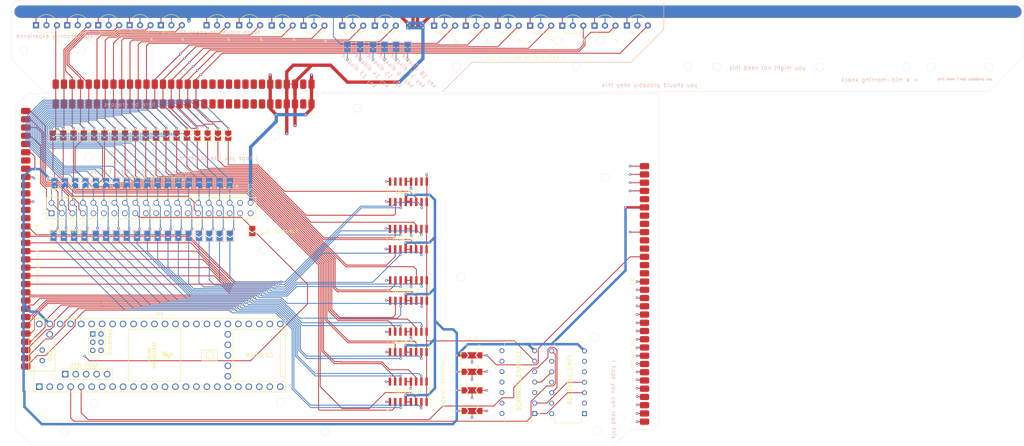
<source format=kicad_pcb>
(kicad_pcb (version 20240108) (generator "pcbnew") (generator_version "8.0")
  (layers (0 "F.Cu" power) (1 "In1.Cu" power "In1.Cu.+3v3") (2 "In2.Cu" signal) (31 "B.Cu" signal "B.Cu.Gnd") (34 "B.Paste" user) (35 "F.Paste" user) (36 "B.SilkS" user "B.Silkscreen") (37 "F.SilkS" user "F.Silkscreen") (38 "B.Mask" user) (39 "F.Mask" user) (44 "Edge.Cuts" user))
  (net 0 "")
  (net 1 "Net-(BOARDSEL_CMP1-2Y)")
  (net 2 "Net-(BOARDSEL_CMP1-3B)")
  (net 3 "Net-(BOARDSEL_CMP1-4A)")
  (net 4 "Net-(BOARDSEL_CMP1-2A)")
  (net 5 "Net-(BOARDSEL_CMP1-4B)")
  (net 6 "Net-(BOARDSEL_CMP1-1A)")
  (net 7 "Net-(BOARDSEL_CMP1-4Y)")
  (net 8 "Net-(BOARDSEL_CMP1-3Y)")
  (net 9 "Net-(BOARDSEL_CMP1-1Y)")
  (net 10 "Net-(BOARDSEL_CMP1-1B)")
  (net 11 "Net-(BOARDSEL_CMP1-2B)")
  (net 12 "GND")
  (net 13 "Net-(BOARDSEL_CMP1-VCC)")
  (net 14 "Net-(BOARDSEL_CMP1-3A)")
  (net 15 "Net-(BOARDSEL_ENABLE1-1Y)")
  (net 21 "Net-(DG45_4-S_4)")
  (net 22 "Net-(DG45_4-S_1)")
  (net 25 "Net-(DG45_4-D_4)")
  (net 26 "Net-(DG45_4-D_1)")
  (net 29 "Net-(DG452_0-D_1)")
  (net 30 "Net-(DG452_0-D_2)")
  (net 31 "Net-(DG452_0-D_3)")
  (net 32 "Net-(DG452_0-D_4)")
  (net 33 "Net-(DG452_0-S_3)")
  (net 34 "Net-(DG452_0-S_4)")
  (net 35 "Net-(DG452_0-S_1)")
  (net 36 "Net-(DG452_0-S_2)")
  (net 37 "Net-(DG452_1-D_1)")
  (net 38 "Net-(DG452_1-D_2)")
  (net 39 "Net-(DG452_1-S_3)")
  (net 40 "Net-(DG452_1-D_4)")
  (net 41 "Net-(DG452_1-S_1)")
  (net 42 "Net-(DG452_1-S_2)")
  (net 43 "Net-(DG452_1-S_4)")
  (net 44 "Net-(DG452_1-D_3)")
  (net 45 "Net-(DG452_2-S_4)")
  (net 46 "Net-(DG452_2-D_3)")
  (net 47 "Net-(DG452_2-S_3)")
  (net 48 "Net-(DG452_2-S_2)")
  (net 49 "Net-(DG452_2-D_4)")
  (net 50 "Net-(DG452_2-S_1)")
  (net 51 "Net-(DG452_2-D_1)")
  (net 52 "Net-(DG452_2-D_2)")
  (net 53 "Net-(DG452_3-D_2)")
  (net 54 "Net-(DG452_3-S_2)")
  (net 55 "Net-(DG452_3-D_1)")
  (net 56 "Net-(DG452_3-S_3)")
  (net 57 "Net-(DG452_3-S_4)")
  (net 58 "Net-(DG452_3-D_3)")
  (net 59 "Net-(DG452_3-D_4)")
  (net 60 "Net-(DG452_3-S_1)")
  (net 79 "Net-(J4-Pin_22)")
  (net 82 "Net-(J4-Pin_26)")
  (net 83 "Net-(J4-Pin_25)")
  (net 84 "Net-(J4-Pin_29)")
  (net 86 "Net-(JP23-B)")
  (net 87 "Net-(J4-Pin_21)")
  (net 88 "Net-(J4-Pin_28)")
  (net 89 "Net-(J4-Pin_23)")
  (net 131 "Net-(J2-Pin_9)")
  (net 149 "Net-(J4-Pin_31)")
  (net 150 "Net-(J4-Pin_27)")
  (net 151 "Net-(J4-Pin_32)")
  (net 152 "Net-(J4-Pin_24)")
  (net 153 "Net-(J4-Pin_30)")
  (net 158 "Net-(J4-Pin_16)")
  (net 159 "Net-(J4-Pin_20)")
  (net 160 "Net-(J4-Pin_18)")
  (net 161 "Net-(J4-Pin_17)")
  (net 162 "Net-(J4-Pin_15)")
  (net 163 "Net-(J4-Pin_19)")
  (net 172 "Net-(JP13-A)")
  (net 173 "Net-(JP18-A)")
  (net 174 "Net-(JP19-A)")
  (net 175 "Net-(JP22-A)")
  (net 176 "Net-(JP17-A)")
  (net 177 "Net-(JP9-A)")
  (net 178 "Net-(JP12-A)")
  (net 179 "Net-(JP15-A)")
  (net 180 "Net-(JP21-A)")
  (net 181 "Net-(JP20-A)")
  (net 182 "Net-(JP46-A)")
  (net 183 "Net-(JP11-A)")
  (net 184 "Net-(JP14-A)")
  (net 185 "Net-(JP8-A)")
  (net 186 "Net-(JP16-A)")
  (net 187 "Net-(JP10-A)")
  (net 188 "Net-(JP47-A)")
  (net 189 "Net-(JP45-A)")
  (footprint "Package_TO_SOT_THT:TO-92_Inline_Wide" (layer "F.Cu") (at 101.16 36)
    (property "Reference" "U12" (hide yes))
    (property "Value" "DRV5055A1xLPGxQ1")
  )
  (footprint "Package_TO_SOT_THT:TO-92_Inline_Wide" (layer "F.Cu") (at 26.6 35.9)
    (property "Reference" "U3" (hide yes))
    (property "Value" "DRV5055A1xLPGxQ1")
  )
  (footprint "Package_TO_SOT_THT:TO-92_Inline_Wide" (layer "F.Cu") (at 49.3 35.9)
    (property "Reference" "U6" (hide yes))
    (property "Value" "DRV5055A1xLPGxQ1")
  )
  (footprint "Package_TO_SOT_THT:TO-92_Inline_Wide" (layer "F.Cu") (at 115.52 36)
    (property "Reference" "U13" (hide yes))
    (property "Value" "DRV5055A1xLPGxQ1")
  )
  (footprint "mine:DIP794W45P254L1969H508Q14" (layer "F.Cu") (at 135.925686 122.5 180)
    (property "Reference" "BOARDSEL_ENABLE1")
    (property "Value" "SN74HCT21N")
  )
  (footprint "mine:SOIC127P600X175-16N" (layer "F.Cu") (at 109.255686 124.845 90)
    (property "Reference" "DG452_0")
    (property "Value" "~")
  )
  (footprint "mine:Conn_1x32_SMD" (layer "F.Cu") (at 90.800001 55 -90)
    (property "Reference" "J4" (hide yes))
    (property "Value" "Conn_01x32_Pin")
  )
  (footprint "Jumper:SolderJumper-2_P1.3mm_Open_TrianglePad1.0x1.5mm" (layer "F.Cu") (at 33.115686 62.675 -90)
    (property "Reference" "JP52" (hide yes))
    (property "Value" "SolderJumper_2_Open" (hide yes))
  )
  (footprint "Jumper:SolderJumper-2_P1.3mm_Open_TrianglePad1.0x1.5mm" (layer "F.Cu") (at 35.615686 62.675 -90)
    (property "Reference" "JP53" (hide yes))
    (property "Value" "SolderJumper_2_Open" (hide yes))
  )
  (footprint "mine:SOIC127P600X175-16N" (layer "F.Cu") (at 109.310686 100.275 90)
    (property "Reference" "DG452_2")
    (property "Value" "~")
  )
  (footprint "mine:SOIC127P600X175-16N" (layer "F.Cu") (at 109.255686 87.8 90)
    (property "Reference" "DG452_3")
    (property "Value" "~")
  )
  (footprint "Jumper:SolderJumper-3_P2.0mm_Open_TrianglePad1.0x1.5mm" (layer "F.Cu") (at 124.715686 124.5 180)
    (property "Reference" "JP2" (hide yes))
    (property "Value" "Jumper_3_Open")
  )
  (footprint "Package_TO_SOT_THT:TO-92_Inline_Wide" (layer "F.Cu") (at 146.6 36)
    (property "Reference" "U17" (hide yes))
    (property "Value" "DRV5055A1xLPGxQ1")
  )
  (footprint "Package_TO_SOT_THT:TO-92_Inline_Wide" (layer "F.Cu") (at 60.36 35.9)
    (property "Reference" "U7" (hide yes))
    (property "Value" "DRV5055A1xLPGxQ1")
  )
  (footprint "Package_TO_SOT_THT:TO-92_Inline_Wide" (layer "F.Cu") (at 34.1 35.9)
    (property "Reference" "U4" (hide yes))
    (property "Value" "DRV5055A1xLPGxQ1")
  )
  (footprint "Package_TO_SOT_THT:TO-92_Inline_Wide" (layer "F.Cu") (at 123.2 36)
    (property "Reference" "U14" (hide yes))
    (property "Value" "DRV5055A1xLPGxQ1")
  )
  (footprint "Jumper:SolderJumper-3_P2.0mm_Open_TrianglePad1.0x1.5mm" (layer "F.Cu") (at 124.715686 116 180)
    (property "Reference" "JP4" (hide yes))
    (property "Value" "Jumper_3_Open")
  )
  (footprint "mine:SOIC127P600X175-16N" (layer "F.Cu") (at 109.290686 76.325 90)
    (property "Reference" "DG45_4")
    (property "Value" "~")
  )
  (footprint "Package_TO_SOT_THT:TO-92_Inline_Wide" (layer "F.Cu") (at 41.7 35.9)
    (property "Reference" "U5" (hide yes))
    (property "Value" "DRV5055A1xLPGxQ1")
  )
  (footprint "Jumper:SolderJumper-3_P2.0mm_Open_TrianglePad1.0x1.5mm" (layer "F.Cu") (at 124.715686 129.5 180)
    (property "Reference" "JP1" (hide yes))
    (property "Value" "Jumper_3_Open")
  )
  (footprint "mine:Conn_1x32_SMD" (layer "F.Cu") (at 18.799999 50.2 90)
    (property "Reference" "J5" (hide yes))
    (property "Value" "Conn_01x32_Pin")
  )
  (footprint "Jumper:SolderJumper-2_P1.3mm_Open_TrianglePad1.0x1.5mm" (layer "F.Cu") (at 25.615686 62.675 -90)
    (property "Reference" "JP49" (hide yes))
    (property "Value" "SolderJumper_2_Open" (hide yes))
  )
  (footprint "Jumper:SolderJumper-2_P1.3mm_Open_TrianglePad1.0x1.5mm" (layer "F.Cu") (at 55.615686 62.675 -90)
    (property "Reference" "JP61" (hide yes))
    (property "Value" "SolderJumper_2_Open" (hide yes))
  )
  (footprint "Jumper:SolderJumper-2_P1.3mm_Open_TrianglePad1.0x1.5mm" (layer "F.Cu") (at 50.615686 62.7 -90)
    (property "Reference" "JP59" (hide yes))
    (property "Value" "SolderJumper_2_Open" (hide yes))
  )
  (footprint "Jumper:SolderJumper-2_P1.3mm_Open_TrianglePad1.0x1.5mm" (layer "F.Cu") (at 45.615686 62.7 -90)
    (property "Reference" "JP57" (hide yes))
    (property "Value" "SolderJumper_2_Open" (hide yes))
  )
  (footprint "Jumper:SolderJumper-2_P1.3mm_Open_TrianglePad1.0x1.5mm" (layer "F.Cu") (at 53.115686 62.675 -90)
    (property "Reference" "JP60" (hide yes))
    (property "Value" "SolderJumper_2_Open" (hide yes))
  )
  (footprint "Package_TO_SOT_THT:TO-92_Inline_Wide" (layer "F.Cu") (at 83.86 36)
    (property "Reference" "U10" (hide yes))
    (property "Value" "DRV5055A1xLPGxQ1")
  )
  (footprint "Jumper:SolderJumper-2_P1.3mm_Open_TrianglePad1.0x1.5mm" (layer "F.Cu") (at 38.115686 62.675 -90)
    (property "Reference" "JP54" (hide yes))
    (property "Value" "SolderJumper_2_Open" (hide yes))
  )
  (footprint "Package_TO_SOT_THT:TO-92_Inline_Wide" (layer "F.Cu") (at 130.96 36)
    (property "Reference" "U15" (hide yes))
    (property "Value" "DRV5055A1xLPGxQ1")
  )
  (footprint "Jumper:SolderJumper-2_P1.3mm_Open_TrianglePad1.0x1.5mm" (layer "F.Cu") (at 63.115686 62.7 -90)
    (property "Reference" "JP64" (hide yes))
    (property "Value" "SolderJumper_2_Open" (hide yes))
  )
  (footprint "Jumper:SolderJumper-2_P1.3mm_Open_TrianglePad1.0x1.5mm" (layer "F.Cu") (at 71.435686 85.84 -90)
    (property "Reference" "JP23" (hide yes))
    (property "Value" "5v IN from control rail")
  )
  (footprint "Jumper:SolderJumper-2_P1.3mm_Open_TrianglePad1.0x1.5mm" (layer "F.Cu") (at 48.115686 62.7 -90)
    (property "Reference" "JP58" (hide yes))
    (property "Value" "SolderJumper_2_Open" (hide yes))
  )
  (footprint "Package_TO_SOT_THT:TO-92_Inline_Wide" (layer "F.Cu") (at 68.26 35.9)
    (property "Reference" "U8" (hide yes))
    (property "Value" "DRV5055A1xLPGxQ1")
  )
  (footprint "Package_TO_SOT_THT:TO-92_Inline_Wide" (layer "F.Cu") (at 93.26 36)
    (property "Reference" "U11" (hide yes))
    (property "Value" "DRV5055A1xLPGxQ1")
  )
  (footprint "Jumper:SolderJumper-2_P1.3mm_Open_TrianglePad1.0x1.5mm" (layer "F.Cu") (at 30.615686 62.675 -90)
    (property "Reference" "JP51" (hide yes))
    (property "Value" "SolderJumper_2_Open" (hide yes))
  )
  (footprint "mine:Conn_1x32_SMD" (layer "F.Cu") (at 166.515686 65.1)
    (property "Reference" "J2" (hide yes))
    (property "Value" "Conn_01x32_Pin")
  )
  (footprint "mine:Conn_1x32_SMD" (layer "F.Cu") (at 16.535686 51.715)
    (property "Reference" "J3" (hide yes))
    (property "Value" "Conn_01x32_Pin")
  )
  (footprint "Jumper:SolderJumper-2_P1.3mm_Open_TrianglePad1.0x1.5mm" (layer "F.Cu") (at 28.115686 62.675 -90)
    (property "Reference" "JP50" (hide yes))
    (property "Value" "SolderJumper_2_Open" (hide yes))
  )
  (footprint "Package_TO_SOT_THT:TO-92_Inline_Wide" (layer "F.Cu") (at 138.8 36)
    (property "Reference" "U16" (hide yes))
    (property "Value" "DRV5055A1xLPGxQ1")
  )
  (footprint "Jumper:SolderJumper-3_P2.0mm_Open_TrianglePad1.0x1.5mm" (layer "F.Cu") (at 124.715686 120 180)
    (property "Reference" "JP3" (hide yes))
    (property "Value" "Jumper_3_Open")
  )
  (footprint "Jumper:SolderJumper-2_P1.3mm_Open_TrianglePad1.0x1.5mm" (layer "F.Cu") (at 40.615686 62.675 -90)
    (property "Reference" "JP55" (hide yes))
    (property "Value" "SolderJumper_2_Open" (hide yes))
  )
  (footprint "mine:SOIC127P600X175-16N" (layer "F.Cu") (at 109.255686 112.75 90)
    (property "Reference" "DG452_1")
    (property "Value" "~")
  )
  (footprint "Jumper:SolderJumper-2_P1.3mm_Open_TrianglePad1.0x1.5mm" (layer "F.Cu") (at 65.615686 62.7 -90)
    (property "Reference" "JP65" (hide yes))
    (property "Value" "SolderJumper_2_Open" (hide yes))
  )
  (footprint "Jumper:SolderJumper-2_P1.3mm_Open_TrianglePad1.0x1.5mm" (layer "F.Cu") (at 60.615686 62.675 -90)
    (property "Reference" "JP63" (hide yes))
    (property "Value" "SolderJumper_2_Open" (hide yes))
  )
  (footprint "Package_TO_SOT_THT:TO-92_Inline_Wide" (layer "F.Cu") (at 19.02 35.9)
    (property "Reference" "U2" (hide yes))
    (property "Value" "DRV5055A1xLPGxQ1")
  )
  (footprint "Jumper:SolderJumper-2_P1.3mm_Open_TrianglePad1.0x1.5mm" (layer "F.Cu") (at 23.115686 62.675 -90)
    (property "Reference" "JP48" (hide yes))
    (property "Value" "SolderJumper_2_Open")
  )
  (footprint "mine:SAMTEC_TSW-120-20-S-D-LL" (layer "F.Cu") (at 46.905686 80.27)
    (property "Reference" "J1")
    (property "Value" "TSW-120-20-S-D-LL")
  )
  (footprint "Package_TO_SOT_THT:TO-92_Inline_Wide" (layer "F.Cu") (at 154.4 36)
    (property "Reference" "U18" (hide yes))
    (property "Value" "DRV5055A1xLPGxQ1")
  )
  (footprint "teensy:Teensy41" (layer "F.Cu") (at 49.015686 116)
    (property "Reference" "U1")
    (property "Value" "Teensy4.1")
  )
  (footprint "mine:DIP794W45P254L1969H508Q14" (layer "F.Cu") (at 147.985686 122.54 180)
    (property "Reference" "BOARDSEL_CMP1")
    (property "Value" "SN74HCT266N")
  )
  (footprint "Package_TO_SOT_THT:TO-92_Inline_Wide" (layer "F.Cu") (at 162.26 35.96)
    (property "Reference" "U19" (hide yes))
    (property "Value" "DRV5055A1xLPGxQ1")
  )
  (footprint "Jumper:SolderJumper-2_P1.3mm_Open_TrianglePad1.0x1.5mm" (layer "F.Cu") (at 43.115686 62.7 -90)
    (property "Reference" "JP56" (hide yes))
    (property "Value" "SolderJumper_2_Open" (hide yes))
  )
  (footprint "Jumper:SolderJumper-2_P1.3mm_Open_TrianglePad1.0x1.5mm" (layer "F.Cu") (at 58.115686 62.675 -90)
    (property "Reference" "JP62" (hide yes))
    (property "Value" "SolderJumper_2_Open" (hide yes))
  )
  (footprint "Package_TO_SOT_THT:TO-92_Inline_Wide" (layer "F.Cu") (at 76.16 35.96)
    (property "Reference" "U9" (hide yes))
    (property "Value" "DRV5055A1xLPGxQ1")
  )
  (footprint "Jumper:SolderJumper-2_P1.3mm_Open_TrianglePad1.0x1.5mm" (layer "B.Cu") (at 23.265686 87.025 -90)
    (property "Reference" "JPE01" (hide yes))
    (property "Value" "SolderJumper_2_Open")
  )
  (footprint "Jumper:SolderJumper-2_P1.3mm_Open_TrianglePad1.0x1.5mm" (layer "B.Cu") (at 58.515686 87 -90)
    (property "Reference" "JPE15" (hide yes))
    (property "Value" "SolderJumper_2_Open" (hide yes))
  )
  (footprint "Jumper:SolderJumper-2_P1.3mm_Open_TrianglePad1.0x1.5mm" (layer "B.Cu") (at 53.515686 87 -90)
    (property "Reference" "JPE13" (hide yes))
    (property "Value" "SolderJumper_2_Open" (hide yes))
  )
  (footprint "Jumper:SolderJumper-2_P1.3mm_Open_TrianglePad1.0x1.5mm" (layer "B.Cu") (at 53.515686 74.25 90)
    (property "Reference" "JP20" (hide yes))
    (property "Value" "SolderJumper_2_Open" (hide yes))
  )
  (footprint "Jumper:SolderJumper-2_P1.3mm_Open_TrianglePad1.0x1.5mm" (layer "B.Cu") (at 30.765686 87.025 -90)
    (property "Reference" "JPE04" (hide yes))
    (property "Value" "SolderJumper_2_Open" (hide yes))
  )
  (footprint "Jumper:SolderJumper-2_P1.3mm_Open_TrianglePad1.0x1.5mm" (layer "B.Cu") (at 63.515686 74.225 90)
    (property "Reference" "JP46" (hide yes))
    (property "Value" "SolderJumper_2_Open" (hide yes))
  )
  (footprint "Jumper:SolderJumper-2_P1.3mm_Open_TrianglePad1.0x1.5mm" (layer "B.Cu") (at 66.015686 87 -90)
    (property "Reference" "JPE18" (hide yes))
    (property "Value" "SolderJumper_2_Open" (hide yes))
  )
  (footprint "Jumper:SolderJumper-2_P1.3mm_Open_TrianglePad1.0x1.5mm" (layer "B.Cu") (at 43.515686 74.25 90)
    (property "Reference" "JP16" (hide yes))
    (property "Value" "SolderJumper_2_Open" (hide yes))
  )
  (footprint "Jumper:SolderJumper-2_P1.3mm_Open_TrianglePad1.0x1.5mm" (layer "B.Cu") (at 66.015686 74.25 90)
    (property "Reference" "JP47" (hide yes))
    (property "Value" "SolderJumper_2_Open" (hide yes))
  )
  (footprint "Jumper:SolderJumper-2_P1.3mm_Open_TrianglePad1.0x1.5mm" (layer "B.Cu") (at 36.015686 74.225 90)
    (property "Reference" "JP13" (hide yes))
    (property "Value" "SolderJumper_2_Open" (hide yes))
  )
  (footprint "Jumper:SolderJumper-2_P1.3mm_Open_TrianglePad1.0x1.5mm" (layer "B.Cu") (at 94.5 41.2 -90)
    (property "Reference" "JP5" (hide yes))
    (property "Value" "SolderJumper_2_Open")
  )
  (footprint "Jumper:SolderJumper-2_P1.3mm_Open_TrianglePad1.0x1.5mm" (layer "B.Cu") (at 36.015686 87.025 -90)
    (property "Reference" "JPE06" (hide yes))
    (property "Value" "SolderJumper_2_Open" (hide yes))
  )
  (footprint "Jumper:SolderJumper-2_P1.3mm_Open_TrianglePad1.0x1.5mm" (layer "B.Cu") (at 41.015686 74.25 90)
    (property "Reference" "JP15" (hide yes))
    (property "Value" "SolderJumper_2_Open" (hide yes))
  )
  (footprint "Jumper:SolderJumper-2_P1.3mm_Open_TrianglePad1.0x1.5mm" (layer "B.Cu") (at 41.015686 87 -90)
    (property "Reference" "JPE08" (hide yes))
    (property "Value" "SolderJumper_2_Open" (hide yes))
  )
  (footprint "Jumper:SolderJumper-2_P1.3mm_Open_TrianglePad1.0x1.5mm" (layer "B.Cu") (at 106.3 41.149999 -90)
    (property "Reference" "JP25" (hide yes))
    (property "Value" "SolderJumper_2_Open")
  )
  (footprint "Jumper:SolderJumper-2_P1.3mm_Open_TrianglePad1.0x1.5mm" (layer "B.Cu") (at 51.015686 87.025 -90)
    (property "Reference" "JPE12" (hide yes))
    (property "Value" "SolderJumper_2_Open" (hide yes))
  )
  (footprint "Jumper:SolderJumper-2_P1.3mm_Open_TrianglePad1.0x1.5mm" (layer "B.Cu") (at 61.015686 74.225 90)
    (property "Reference" "JP45" (hide yes))
    (property "Value" "SolderJumper_2_Open" (hide yes))
  )
  (footprint "Jumper:SolderJumper-2_P1.3mm_Open_TrianglePad1.0x1.5mm" (layer "B.Cu") (at 100.699998 41.249999 -90)
    (property "Reference" "JP7" (hide yes))
    (property "Value" "SolderJumper_2_Open")
  )
  (footprint "Jumper:SolderJumper-2_P1.3mm_Open_TrianglePad1.0x1.5mm" (layer "B.Cu") (at 46.015686 74.225 90)
    (property "Reference" "JP17" (hide yes))
    (property "Value" "SolderJumper_2_Open" (hide yes))
  )
  (footprint "Jumper:SolderJumper-2_P1.3mm_Open_TrianglePad1.0x1.5mm" (layer "B.Cu") (at 56.015686 87.025 -90)
    (property "Reference" "JPE14" (hide yes))
    (property "Value" "SolderJumper_2_Open" (hide yes))
  )
  (footprint "Jumper:SolderJumper-2_P1.3mm_Open_TrianglePad1.0x1.5mm" (layer "B.Cu") (at 61.015686 87.025 -90)
    (property "Reference" "JPE16" (hide yes))
    (property "Value" "SolderJumper_2_Open" (hide yes))
  )
  (footprint "Jumper:SolderJumper-2_P1.3mm_Open_TrianglePad1.0x1.5mm" (layer "B.Cu") (at 56.015686 74.225 90)
    (property "Reference" "JP21" (hide yes))
    (property "Value" "SolderJumper_2_Open" (hide yes))
  )
  (footprint "Jumper:SolderJumper-2_P1.3mm_Open_TrianglePad1.0x1.5mm" (layer "B.Cu") (at 28.265686 87.025 -90)
    (property "Reference" "JPE03" (hide yes))
    (property "Value" "SolderJumper_2_Open" (hide yes))
  )
  (footprint "Jumper:SolderJumper-2_P1.3mm_Open_TrianglePad1.0x1.5mm" (layer "B.Cu") (at 25.765686 87.025 -90)
    (property "Reference" "JPE02" (hide yes))
    (property "Value" "SolderJumper_2_Open" (hide yes))
  )
  (footprint "Jumper:SolderJumper-2_P1.3mm_Open_TrianglePad1.0x1.5mm" (layer "B.Cu") (at 51.015686 74.225 90)
    (property "Reference" "JP19" (hide yes))
    (property "Value" "SolderJumper_2_Open" (hide yes))
  )
  (footprint "Jumper:SolderJumper-2_P1.3mm_Open_TrianglePad1.0x1.5mm" (layer "B.Cu") (at 43.515686 87.025 -90)
    (property "Reference" "JPE09" (hide yes))
    (property "Value" "SolderJumper_2_Open" (hide yes))
  )
  (footprint "Jumper:SolderJumper-2_P1.3mm_Open_TrianglePad1.0x1.5mm" (layer "B.Cu") (at 97.6 41.224999 -90)
    (property "Reference" "JP6" (hide yes))
    (property "Value" "SolderJumper_2_Open")
  )
  (footprint "Jumper:SolderJumper-2_P1.3mm_Open_TrianglePad1.0x1.5mm" (layer "B.Cu") (at 103.5 41.149999 -90)
    (property "Reference" "JP24" (hide yes))
    (property "Value" "SolderJumper_2_Open")
  )
  (footprint "Jumper:SolderJumper-2_P1.3mm_Open_TrianglePad1.0x1.5mm" (layer "B.Cu") (at 38.515686 87.025 -90)
    (property "Reference" "JPE07" (hide yes))
    (property "Value" "SolderJumper_2_Open" (hide yes))
  )
  (footprint "Jumper:SolderJumper-2_P1.3mm_Open_TrianglePad1.0x1.5mm" (layer "B.Cu") (at 38.515686 74.25 90)
    (property "Reference" "JP14" (hide yes))
    (property "Value" "SolderJumper_2_Open" (hide yes))
  )
  (footprint "Jumper:SolderJumper-2_P1.3mm_Open_TrianglePad1.0x1.5mm" (layer "B.Cu") (at 31.015686 74.225 90)
    (property "Reference" "JP11" (hide yes))
    (property "Value" "SolderJumper_2_Open" (hide yes))
  )
  (footprint "Jumper:SolderJumper-2_P1.3mm_Open_TrianglePad1.0x1.5mm" (layer "B.Cu") (at 33.515686 87.025 -90)
    (property "Reference" "JPE05" (hide yes))
    (property "Value" "SolderJumper_2_Open" (hide yes))
  )
  (footprint "Jumper:SolderJumper-2_P1.3mm_Open_TrianglePad1.0x1.5mm" (layer "B.Cu") (at 48.515686 87.025 -90)
    (property "Reference" "JPE11" (hide yes))
    (property "Value" "SolderJumper_2_Open" (hide yes))
  )
  (footprint "Jumper:SolderJumper-2_P1.3mm_Open_TrianglePad1.0x1.5mm" (layer "B.Cu") (at 26.015686 74.25 90)
    (property "Reference" "JP9" (hide yes))
    (property "Value" "SolderJumper_2_Open" (hide yes))
  )
  (footprint "Jumper:SolderJumper-2_P1.3mm_Open_TrianglePad1.0x1.5mm" (layer "B.Cu") (at 58.515686 74.25 90)
    (property "Reference" "JP22" (hide yes))
    (property "Value" "SolderJumper_2_Open" (hide yes))
  )
  (footprint "Jumper:SolderJumper-2_P1.3mm_Open_TrianglePad1.0x1.5mm" (layer "B.Cu") (at 46.015686 87.025 -90)
    (property "Reference" "JPE10" (hide yes))
    (property "Value" "SolderJumper_2_Open" (hide yes))
  )
  (footprint "Jumper:SolderJumper-2_P1.3mm_Open_TrianglePad1.0x1.5mm" (layer "B.Cu") (at 48.515686 74.25 90)
    (property "Reference" "JP18" (hide yes))
    (property "Value" "SolderJumper_2_Open" (hide yes))
  )
  (footprint "Jumper:SolderJumper-2_P1.3mm_Open_TrianglePad1.0x1.5mm" (layer "B.Cu") (at 23.515686 74.225 90)
    (property "Reference" "JP8" (hide yes))
    (property "Value" "SolderJumper_2_Open")
  )
  (footprint "Jumper:SolderJumper-2_P1.3mm_Open_TrianglePad1.0x1.5mm" (layer "B.Cu") (at 28.515686 74.225 90)
    (property "Reference" "JP10" (hide yes))
    (property "Value" "SolderJumper_2_Open" (hide yes))
  )
  (footprint "Jumper:SolderJumper-2_P1.3mm_Open_TrianglePad1.0x1.5mm" (layer "B.Cu") (at 33.515686 74.225 90)
    (property "Reference" "JP12" (hide yes))
    (property "Value" "SolderJumper_2_Open" (hide yes))
  )
  (footprint "Jumper:SolderJumper-2_P1.3mm_Open_TrianglePad1.0x1.5mm" (layer "B.Cu") (at 109.1 41.2 -90)
    (property "Reference" "JP26" (hide yes))
    (property "Value" "SolderJumper_2_Open")
  )
  (footprint "Jumper:SolderJumper-2_P1.3mm_Open_TrianglePad1.0x1.5mm" (layer "B.Cu") (at 63.515686 87.025 -90)
    (property "Reference" "JPE17" (hide yes))
    (property "Value" "SolderJumper_2_Open" (hide yes))
  )
  (gr_line (start 171.2 36.9) (end 163.2 44.9) (stroke (width 0.1)) (layer "B.SilkS"))
  (gr_line (start 163.2 44.9) (end 124.7 44.9) (stroke (width 0.1)) (layer "B.SilkS"))
  (gr_line (start 171.2 30.6) (end 171.2 36.9) (stroke (width 0.1)) (layer "B.SilkS"))
  (gr_line (start 124.7 44.9) (end 117.6 52) (stroke (width 0.1)) (layer "B.SilkS"))
  (gr_line (start 171.2 30.6) (end 171.2 36.9) (stroke (width 0.1)) (layer "F.SilkS"))
  (gr_line (start 124.7 44.9) (end 117.6 52) (stroke (width 0.1)) (layer "F.SilkS"))
  (gr_line (start 24.435686 75.315) (end 65.135686 75.315) (stroke (width 0.4) (type dot)) (layer "F.SilkS"))
  (gr_line (start 141.6 44.9) (end 124.7 44.9) (stroke (width 0.1)) (layer "F.SilkS"))
  (gr_line (start 163.2 44.9) (end 141.6 44.9) (stroke (width 0.1)) (layer "F.SilkS"))
  (gr_line (start 171.2 36.9) (end 163.2 44.9) (stroke (width 0.1)) (layer "F.SilkS"))
  (gr_circle (center 40.8 52.217158) (end 40.6 52.417158) (stroke (width 0.05)) (fill none) (layer "Edge.Cuts"))
  (gr_circle (center 157 72.9) (end 158 72.9) (stroke (width 0.05)) (fill none) (layer "Edge.Cuts"))
  (gr_circle (center 155.8 39.6) (end 156.8 39.6) (stroke (width 0.05)) (fill none) (layer "Edge.Cuts"))
  (gr_arc (start 88.273223 52.25) (mid 88.346446 52.073223) (end 88.523223 52) (stroke (width 0.05)) (layer "Edge.Cuts"))
  (gr_arc (start 92.5 52.25) (mid 92.573223 52.073223) (end 92.75 52) (stroke (width 0.05)) (layer "Edge.Cuts"))
  (gr_circle (center 42.8 52.217158) (end 42.6 52.417158) (stroke (width 0.05)) (fill none) (layer "Edge.Cuts"))
  (gr_arc (start 91.1 52.276779) (mid 91.173221 52.1) (end 91.35 52.026779) (stroke (width 0.05)) (layer "Edge.Cuts"))
  (gr_line (start 87.176777 51.973223) (end 87.676777 51.973223) (stroke (width 0.05)) (layer "Edge.Cuts"))
  (gr_circle (center 250 46) (end 251 46) (stroke (width 0.05)) (fill none) (layer "Edge.Cuts"))
  (gr_arc (start 93.25 52) (mid 93.426777 52.073223) (end 93.5 52.25) (stroke (width 0.05)) (layer "Edge.Cuts"))
  (gr_circle (center 58.682842 52.2) (end 58.482842 52.4) (stroke (width 0.05)) (fill none) (layer "Edge.Cuts"))
  (gr_circle (center 28.8 52.217158) (end 28.6 52.417158) (stroke (width 0.05)) (fill none) (layer "Edge.Cuts"))
  (gr_line (start 93.25 52.5) (end 92.75 52.5) (stroke (width 0.05)) (layer "Edge.Cuts"))
  (gr_circle (center 65.882842 52.2) (end 65.682842 52.4) (stroke (width 0.05)) (fill none) (layer "Edge.Cuts"))
  (gr_circle (center 122 97) (end 123 97) (stroke (width 0.05)) (fill none) (layer "Edge.Cuts"))
  (gr_line (start 91.35 52.026779) (end 91.85 52.026779) (stroke (width 0.05)) (layer "Edge.Cuts"))
  (gr_circle (center 56.817158 52.2) (end 56.617158 52.4) (stroke (width 0.05)) (fill none) (layer "Edge.Cuts"))
  (gr_circle (center 30 42) (end 31 42) (stroke (width 0.05)) (fill none) (layer "Edge.Cuts"))
  (gr_circle (center 26.8 52.217158) (end 26.6 52.417158) (stroke (width 0.05)) (fill none) (layer "Edge.Cuts"))
  (gr_circle (center 44.8 52.217158) (end 44.6 52.417158) (stroke (width 0.05)) (fill none) (layer "Edge.Cuts"))
  (gr_arc (start 94.9 52.25) (mid 94.826777 52.426777) (end 94.65 52.5) (stroke (width 0.05)) (layer "Edge.Cuts"))
  (gr_circle (center 54.817158 52.2) (end 54.617158 52.4) (stroke (width 0.05)) (fill none) (layer "Edge.Cuts"))
  (gr_arc (start 91.35 52.526779) (mid 91.173222 52.453557) (end 91.1 52.276779) (stroke (width 0.05)) (layer "Edge.Cuts"))
  (gr_circle (center 31.835686 67.915) (end 32.835686 67.915) (stroke (width 0.05)) (fill none) (layer "Edge.Cuts"))
  (gr_arc (start 95.326777 52.223223) (mid 95.4 52.046446) (end 95.576777 51.973223) (stroke (width 0.05)) (layer "Edge.Cuts"))
  (gr_circle (center 50.8 52.217158) (end 50.6 52.417158) (stroke (width 0.05)) (fill none) (layer "Edge.Cuts"))
  (gr_arc (start 95.576777 52.473223) (mid 95.4 52.4) (end 95.326777 52.223223) (stroke (width 0.05)) (layer "Edge.Cuts"))
  (gr_arc (start 87.676777 51.973223) (mid 87.853555 52.046445) (end 87.926777 52.223223) (stroke (width 0.05)) (layer "Edge.Cuts"))
  (gr_poly (pts (xy 21 52) (xy 13 44) (xy 13 31) (xy 14.2 29.8) (xy 256.8 29.8) (xy 258.5 31.5) (xy 258.5 43.5) (xy 250 52) (xy 97 52) (xy 96.8 52.1) (xy 96.8 52.4) (xy 97 52.5) (xy 98 52.5) (xy 160.187499 52.5) (xy 170 52.5) (xy 170 133) (xy 169 134) (xy 163 134) (xy 159 138) (xy 18 138) (xy 14.1 134.1) (xy 14.1 55.5) (xy 17.1 52.5) (xy 22 52.5) (xy 22 52)) (stroke (width 0.05)) (fill none) (layer "Edge.Cuts"))
  (gr_circle (center 33.115686 127.6) (end 34.115686 127.6) (stroke (width 0.05)) (fill none) (layer "Edge.Cuts"))
  (gr_circle (center 154.515686 111.6) (end 155.515686 111.6) (stroke (width 0.05)) (fill none) (layer "Edge.Cuts"))
  (gr_line (start 96.076777 52.473223) (end 95.576777 52.473223) (stroke (width 0.05)) (layer "Edge.Cuts"))
  (gr_circle (center 209 46) (end 210 46) (stroke (width 0.05)) (fill none) (layer "Edge.Cuts"))
  (gr_circle (center 74.317158 52.2) (end 74.117158 52.4) (stroke (width 0.05)) (fill none) (layer "Edge.Cuts"))
  (gr_circle (center 68.282842 52.2) (end 68.082842 52.4) (stroke (width 0.05)) (fill none) (layer "Edge.Cuts"))
  (gr_arc (start 96.326777 52.223223) (mid 96.253554 52.4) (end 96.076777 52.473223) (stroke (width 0.05)) (layer "Edge.Cuts"))
  (gr_circle (center 73.1 52.2) (end 72.9 52.4) (stroke (width 0.05)) (fill none) (layer "Edge.Cuts"))
  (gr_line (start 89.023223 52.5) (end 88.523223 52.5) (stroke (width 0.05)) (layer "Edge.Cuts"))
  (gr_circle (center 62.3 52.2) (end 62.1 52.4) (stroke (width 0.05)) (fill none) (layer "Edge.Cuts"))
  (gr_arc (start 89.273223 52.25) (mid 89.2 52.426777) (end 89.023223 52.5) (stroke (width 0.05)) (layer "Edge.Cuts"))
  (gr_line (start 89.95 52) (end 90.45 52) (stroke (width 0.05)) (layer "Edge.Cuts"))
  (gr_circle (center 155.015686 134.3) (end 156.015686 134.3) (stroke (width 0.05)) (fill none) (layer "Edge.Cuts"))
  (gr_arc (start 90.45 52) (mid 90.626783 52.073217) (end 90.7 52.25) (stroke (width 0.05)) (layer "Edge.Cuts"))
  (gr_circle (center 71.917158 52.2) (end 71.717158 52.4) (stroke (width 0.05)) (fill none) (layer "Edge.Cuts"))
  (gr_circle (center 46.8 52.217158) (end 46.6 52.417158) (stroke (width 0.05)) (fill none) (layer "Edge.Cuts"))
  (gr_circle (center 177 46) (end 178 46) (stroke (width 0.05)) (fill none) (layer "Edge.Cuts"))
  (gr_line (start 87.676777 52.473223) (end 87.176777 52.473223) (stroke (width 0.05)) (layer "Edge.Cuts"))
  (gr_circle (center 77.2 52.2) (end 77 52.4) (stroke (width 0.05)) (fill none) (layer "Edge.Cuts"))
  (gr_circle (center 97 56) (end 98 56) (stroke (width 0.05)) (fill none) (layer "Edge.Cuts"))
  (gr_arc (start 91.85 52.026779) (mid 92.02679 52.099989) (end 92.1 52.276779) (stroke (width 0.05)) (layer "Edge.Cuts"))
  (gr_circle (center 74.215686 90.4) (end 75.215686 90.4) (stroke (width 0.05)) (fill none) (layer "Edge.Cuts"))
  (gr_circle (center 26.015686 134.5) (end 27.015686 134.5) (stroke (width 0.05)) (fill none) (layer "Edge.Cuts"))
  (gr_arc (start 89.7 52.25) (mid 89.773222 52.07322) (end 89.95 52) (stroke (width 0.05)) (layer "Edge.Cuts"))
  (gr_line (start 88.523223 52) (end 89.023223 52) (stroke (width 0.05)) (layer "Edge.Cuts"))
  (gr_circle (center 38.8 52.217158) (end 38.6 52.417158) (stroke (width 0.05)) (fill none) (layer "Edge.Cuts"))
  (gr_circle (center 59.9 52.2) (end 59.7 52.4) (stroke (width 0.05)) (fill none) (layer "Edge.Cuts"))
  (gr_circle (center 236 46) (end 237 46) (stroke (width 0.05)) (fill none) (layer "Edge.Cuts"))
  (gr_circle (center 48.8 52.217158) (end 48.6 52.417158) (stroke (width 0.05)) (fill none) (layer "Edge.Cuts"))
  (gr_arc (start 92.75 52.5) (mid 92.573223 52.426777) (end 92.5 52.25) (stroke (width 0.05)) (layer "Edge.Cuts"))
  (gr_circle (center 184 46) (end 183 46) (stroke (width 0.05)) (fill none) (layer "Edge.Cuts"))
  (gr_arc (start 96.076777 51.973223) (mid 96.253555 52.046445) (end 96.326777 52.223223) (stroke (width 0.05)) (layer "Edge.Cuts"))
  (gr_arc (start 94.65 52) (mid 94.826777 52.073223) (end 94.9 52.25) (stroke (width 0.05)) (layer "Edge.Cuts"))
  (gr_arc (start 89.023223 52) (mid 89.200001 52.073222) (end 89.273223 52.25) (stroke (width 0.05)) (layer "Edge.Cuts"))
  (gr_circle (center 30.8 52.217158) (end 30.6 52.417158) (stroke (width 0.05)) (fill none) (layer "Edge.Cuts"))
  (gr_circle (center 22.8 52.217158) (end 22.6 52.417158) (stroke (width 0.05)) (fill none) (layer "Edge.Cuts"))
  (gr_arc (start 89.95 52.5) (mid 89.773224 52.426776) (end 89.7 52.25) (stroke (width 0.05)) (layer "Edge.Cuts"))
  (gr_arc (start 90.7 52.25) (mid 90.626775 52.426774) (end 90.45 52.5) (stroke (width 0.05)) (layer "Edge.Cuts"))
  (gr_circle (center 78.315686 127.4) (end 79.315686 127.4) (stroke (width 0.05)) (fill none) (layer "Edge.Cuts"))
  (gr_line (start 94.65 52.5) (end 94.15 52.5) (stroke (width 0.05)) (layer "Edge.Cuts"))
  (gr_circle (center 34.8 52.217158) (end 34.6 52.417158) (stroke (width 0.05)) (fill none) (layer "Edge.Cuts"))
  (gr_arc (start 87.926777 52.223223) (mid 87.853554 52.4) (end 87.676777 52.473223) (stroke (width 0.05)) (layer "Edge.Cuts"))
  (gr_line (start 94.15 52) (end 94.65 52) (stroke (width 0.05)) (layer "Edge.Cuts"))
  (gr_circle (center 63.482842 52.2) (end 63.282842 52.4) (stroke (width 0.05)) (fill none) (layer "Edge.Cuts"))
  (gr_circle (center 78.417158 52.2) (end 78.217158 52.4) (stroke (width 0.05)) (fill none) (layer "Edge.Cuts"))
  (gr_circle (center 230 46) (end 231 46) (stroke (width 0.05)) (fill none) (layer "Edge.Cuts"))
  (gr_circle (center 61.082842 52.2) (end 60.882842 52.4) (stroke (width 0.05)) (fill none) (layer "Edge.Cuts"))
  (gr_circle (center 24.8 52.217158) (end 24.6 52.417158) (stroke (width 0.05)) (fill none) (layer "Edge.Cuts"))
  (gr_circle (center 32.8 52.217158) (end 32.6 52.417158) (stroke (width 0.05)) (fill none) (layer "Edge.Cuts"))
  (gr_arc (start 94.15 52.5) (mid 93.973223 52.426777) (end 93.9 52.25) (stroke (width 0.05)) (layer "Edge.Cuts"))
  (gr_circle (center 83.282842 52.2) (end 83.082842 52.4) (stroke (width 0.05)) (fill none) (layer "Edge.Cuts"))
  (gr_arc (start 87.176777 52.473223) (mid 87 52.4) (end 86.926777 52.223223) (stroke (width 0.05)) (layer "Edge.Cuts"))
  (gr_circle (center 145.6 39.6) (end 146.6 39.6) (stroke (width 0.05)) (fill none) (layer "Edge.Cuts"))
  (gr_circle (center 150 46) (end 151 46) (stroke (width 0.05)) (fill none) (layer "Edge.Cuts"))
  (gr_circle (center 84.5 52.2) (end 84.3 52.4) (stroke (width 0.05)) (fill none) (layer "Edge.Cuts"))
  (gr_arc (start 92.1 52.276779) (mid 92.026778 52.453556) (end 91.85 52.526779) (stroke (width 0.05)) (layer "Edge.Cuts"))
  (gr_circle (center 67.1 52.2) (end 66.9 52.4) (stroke (width 0.05)) (fill none) (layer "Edge.Cuts"))
  (gr_arc (start 88.523223 52.5) (mid 88.346446 52.426777) (end 88.273223 52.25) (stroke (width 0.05)) (layer "Edge.Cuts"))
  (gr_circle (center 36.8 52.217158) (end 36.6 52.417158) (stroke (width 0.05)) (fill none) (layer "Edge.Cuts"))
  (gr_arc (start 86.926777 52.223223) (mid 87 52.046446) (end 87.176777 51.973223) (stroke (width 0.05)) (layer "Edge.Cuts"))
  (gr_line (start 92.75 52) (end 93.25 52) (stroke (width 0.05)) (layer "Edge.Cuts"))
  (gr_arc (start 93.5 52.25) (mid 93.426777 52.426777) (end 93.25 52.5) (stroke (width 0.05)) (layer "Edge.Cuts"))
  (gr_circle (center 89.015686 134.5) (end 90.015686 134.5) (stroke (width 0.05)) (fill none) (layer "Edge.Cuts"))
  (gr_line (start 91.85 52.526779) (end 91.35 52.526779) (stroke (width 0.05)) (layer "Edge.Cuts"))
  (gr_circle (center 64.7 52.2) (end 64.5 52.4) (stroke (width 0.05)) (fill none) (layer "Edge.Cuts"))
  (gr_circle (center 52.817158 52.2) (end 52.617158 52.4) (stroke (width 0.05)) (fill none) (layer "Edge.Cuts"))
  (gr_circle (center 69.5 52.2) (end 69.3 52.4) (stroke (width 0.05)) (fill none) (layer "Edge.Cuts"))
  (gr_line (start 95.576777 51.973223) (end 96.076777 51.973223) (stroke (width 0.05)) (layer "Edge.Cuts"))
  (gr_arc (start 93.9 52.25) (mid 93.973223 52.073223) (end 94.15 52) (stroke (width 0.05)) (layer "Edge.Cuts"))
  (gr_circle (center 16 42) (end 17 42) (stroke (width 0.05)) (fill none) (layer "Edge.Cuts"))
  (gr_line (start 90.45 52.5) (end 89.95 52.5) (stroke (width 0.05)) (layer "Edge.Cuts"))
  (gr_circle (center 70.7 52.2) (end 70.5 52.4) (stroke (width 0.05)) (fill none) (layer "Edge.Cuts"))
  (gr_circle (center 77.015686 62.6) (end 78.015686 62.6) (stroke (width 0.05)) (fill none) (layer "Edge.Cuts"))
  (gr_circle (center 121 46) (end 122 46) (stroke (width 0.05)) (fill none) (layer "Edge.Cuts"))
  (gr_text "key 17 disable" (at 112.7 51.3 -45) (layer "B.SilkS") (effects (font (size 1 1) (thickness 0.1)) (justify left bottom mirror)))
  (gr_text "^ touch ground to speak to aliens" (at 74.8 38.2 0) (layer "B.SilkS") (effects (font (size 1 1) (thickness 0.1)) (justify left bottom mirror)))
  (gr_text "I hope you like soldering" (at 72.9 68.7 0) (layer "B.SilkS") (effects (font (size 1 1) (thickness 0.1)) (justify left bottom mirror)))
  (gr_text "key 18 disable" (at 115.5 51.3 -45) (layer "B.SilkS") (effects (font (size 1 1) (thickness 0.1)) (justify left bottom mirror)))
  (gr_text "key 15 disable" (at 107.1 51.3 -45) (layer "B.SilkS") (effects (font (size 1 1) (thickness 0.1)) (justify left bottom mirror)))
  (gr_text "here be dragons" (at 48 55.7 -0) (layer "B.SilkS") (effects (font (size 1 1) (thickness 0.1)) (justify left bottom mirror)))
  (gr_text "teensy <-> sensors direct connect" (at 58.9 72 0) (layer "B.SilkS") (effects (font (size 1 1) (thickness 0.1)) (justify left bottom mirror)))
  (gr_text "you should probably keep this" (at 179.4 51 0) (layer "B.SilkS") (effects (font (size 1 1) (thickness 0.1)) (justify left bottom mirror)))
  (gr_text "the ultimate sensor-y experience" (at 39.9 39.1 0) (layer "B.SilkS") (effects (font (size 1 1) (thickness 0.1)) (justify left bottom mirror)))
  (gr_text "< a mid-morning snack" (at 232.9 49.7 0) (layer "B.SilkS") (effects (font (size 1 1) (thickness 0.1)) (justify left bottom mirror)))
  (gr_text "key 13 disable" (at 100.9 51.3 -45) (layer "B.SilkS") (effects (font (size 1 1) (thickness 0.1)) (justify left bottom mirror)))
  (gr_text "you might not need this" (at 205.6 46.8 0) (layer "B.SilkS") (effects (font (size 1 1) (thickness 0.1)) (justify left bottom mirror)))
  (gr_text "key 14 disable" (at 104 51.3 -45) (layer "B.SilkS") (effects (font (size 1 1) (thickness 0.1)) (justify left bottom mirror)))
  (gr_text "I hope you can read this" (at 158.5 117.1 -90) (layer "B.SilkS") (effects (font (size 1 1) (thickness 0.1)) (justify left bottom)))
  (gr_text "key 16 disable" (at 109.9 51.3 -45) (layer "B.SilkS") (effects (font (size 1 1) (thickness 0.1)) (justify left bottom mirror)))
  (gr_text "you probably don't need this" (at 250.9 49.3 0) (layer "B.SilkS") (effects (font (size 0.6 0.6) (thickness 0.1)) (justify left bottom mirror)))
  (gr_text "--------- sensor out ---------" (at 164.135686 131.415 90) (layer "F.SilkS") (effects (font (size 1 1) (thickness 0.1)) (justify left bottom)))
  (gr_text "3" (at 120.635686 116.515 90) (layer "F.SilkS") (effects (font (size 1 1) (thickness 0.1)) (justify left bottom)))
  (gr_text "^\ns" (at 23.8 39.9 0) (layer "F.SilkS") (effects (font (size 1 1) (thickness 0.1)) (justify left bottom)))
  (gr_text "^\n1" (at 16.135686 122.815 0) (layer "F.SilkS") (effects (font (size 1 1) (thickness 0.1)) (justify left bottom)))
  (gr_text "^\ns" (at 81.1 39.9 0) (layer "F.SilkS") (effects (font (size 1 1) (thickness 0.1)) (justify left bottom)))
  (gr_text "^\ns" (at 46.5 39.9 0) (layer "F.SilkS") (effects (font (size 1 1) (thickness 0.1)) (justify left bottom)))
  (gr_text "lo hi\nv   v" (at 122.935686 114.015 0) (layer "F.SilkS") (effects (font (size 1 1) (thickness 0.1)) (justify left bottom)))
  (gr_text "^\ns" (at 31.4 39.9 0) (layer "F.SilkS") (effects (font (size 1 1) (thickness 0.1)) (justify left bottom)))
  (gr_text "^\ns" (at 159.2 40 0) (layer "F.SilkS") (effects (font (size 1 1) (thickness 0.1)) (justify left bottom)))
  (gr_text "------ sensor out ---" (at 19.935686 106.615 90) (layer "F.SilkS") (effects (font (size 1 1) (thickness 0.1)) (justify left bottom)))
  (gr_text "GND" (at 70.335686 74.215 -90) (layer "F.SilkS") (effects (font (size 1 1) (thickness 0.1)) (justify left bottom)))
  (gr_text "V_IN connect" (at 72.735686 86.415 0) (layer "F.SilkS") (effects (font (size 1 1) (thickness 0.1)) (justify left bottom)))
  (gr_text "18" (at 164.235686 99.115 90) (layer "F.SilkS") (effects (font (size 1 1) (thickness 0.1)) (justify left bottom)))
  (gr_text "1" (at 164.235686 132.615 90) (layer "F.SilkS") (effects (font (size 1 1) (thickness 0.1)) (justify left bottom)))
  (gr_text "^\ns" (at 65.2 39.9 0) (layer "F.SilkS") (effects (font (size 1 1) (thickness 0.1)) (justify left bottom)))
  (gr_text "inter-board connect" (at 40 73.5 0) (layer "F.SilkS") (effects (font (size 1 1) (thickness 0.1)) (justify left bottom)))
  (gr_text "^\ns" (at 98.1 40 0) (layer "F.SilkS") (effects (font (size 1 1) (thickness 0.1)) (justify left bottom)))
  (gr_text "V_IN" (at 42.435686 83.415 -90) (layer "F.SilkS") (effects (font (size 1 1) (thickness 0.1)) (justify left bottom)))
  (gr_text "2" (at 120.635686 120.515 90) (layer "F.SilkS") (effects (font (size 1 1) (thickness 0.1)) (justify left bottom)))
  (gr_text "^\ns" (at 73.1 39.9 0) (layer "F.SilkS") (effects (font (size 1 1) (thickness 0.1)) (justify left bottom)))
  (gr_text "board identifier" (at 118.235686 128.615 90) (layer "F.SilkS") (effects (font (size 1 1) (thickness 0.1)) (justify left bottom)))
  (gr_text "3.3v" (at 57.735686 83.515 -90) (layer "F.SilkS") (effects (font (size 1 1) (thickness 0.1)) (justify left bottom)))
  (gr_text "^\ns" (at 135.8 40 0) (layer "F.SilkS") (effects (font (size 1 1) (thickness 0.1)) (justify left bottom)))
  (gr_text "^\ns" (at 38.9 39.9 0) (layer "F.SilkS") (effects (font (size 1 1) (thickness 0.1)) (justify left bottom)))
  (gr_text "^\ns" (at 128 40 0) (layer "F.SilkS") (effects (font (size 1 1) (thickness 0.1)) (justify left bottom)))
  (gr_text "s18\nv" (at 65.435686 77.415 0) (layer "F.SilkS") (effects (font (size 1 1) (thickness 0.1)) (justify left bottom)))
  (gr_text "1" (at 120.535686 125.015 90) (layer "F.SilkS") (effects (font (size 1 1) (thickness 0.1)) (justify left bottom)))
  (gr_text "^\ns" (at 143.6 40 0) (layer "F.SilkS") (effects (font (size 1 1) (thickness 0.1)) (justify left bottom)))
  (gr_text "0  1  2  3\nboard select" (at 22.335686 86.315 0) (layer "F.SilkS") (effects (font (size 1 1.02) (thickness 0.1)) (justify left bottom)))
  (gr_text "^\ns" (at 106 40 0) (layer "F.SilkS") (effects (font (size 1 1) (thickness 0.1)) (justify left bottom)))
  (gr_text "0" (at 120.635686 130.015 90) (layer "F.SilkS") (effects (font (size 1 1) (thickness 0.1)) (justify left bottom)))
  (gr_text "18" (at 19.935686 85.915 90) (layer "F.SilkS") (effects (font (size 1 1) (thickness 0.1)) (justify left bottom)))
  (gr_text "v cut outside of this line v" (at 126.5 44.3 0) (layer "F.SilkS") (effects (font (size 1 1) (thickness 0.1)) (justify left bottom)))
  (gr_text "^\ns" (at 151.4 40 0) (layer "F.SilkS") (effects (font (size 1 1) (thickness 0.1)) (justify left bottom)))
  (gr_text "^\ns" (at 88.7 40 0) (layer "F.SilkS") (effects (font (size 1 1) (thickness 0.1)) (justify left bottom)))
  (gr_text "s1\nv" (at 22.335686 77.515 0) (layer "F.SilkS") (effects (font (size 1 1) (thickness 0.1)) (justify left bottom)))
  (gr_text "^\ns" (at 167.1 40 0) (layer "F.SilkS") (effects (font (size 1 1) (thickness 0.1)) (justify left bottom)))
  (gr_text "^\ns" (at 120.3 40 0) (layer "F.SilkS") (effects (font (size 1 1) (thickness 0.1)) (justify left bottom)))
  (gr_text "^\ns" (at 54.1 39.9 0) (layer "F.SilkS") (effects (font (size 1 1) (thickness 0.1)) (justify left bottom)))
  (segment (start 147.844106 122.54) (end 151.955686 122.54) (width 0.2) (layer "F.Cu") (net 1))
  (segment (start 139.895686 127.58) (end 142.804106 127.58) (width 0.2) (layer "F.Cu") (net 1))
  (segment (start 142.804106 127.58) (end 147.844106 122.54) (width 0.2) (layer "F.Cu") (net 1))
  (segment (start 124.715686 120) (end 124.715686 121.9) (width 0.2) (layer "F.Cu") (net 2))
  (via (at 124.715686 121.9) (size 0.6) (drill 0.3) (layers "F.Cu" "B.Cu") (net 2))
  (segment (start 143.130686 114.55342) (end 143.649106 114.035) (width 0.2) (layer "F.Cu") (net 3))
  (segment (start 163.015686 70.1) (end 162.915686 70.1) (width 0.2) (layer "F.Cu") (net 3))
  (segment (start 117.615686 128.3) (end 129.984106 128.3) (width 0.2) (layer "F.Cu") (net 3))
  (segment (start 16.535686 56.715) (end 17.678686 56.715) (width 0.2) (layer "F.Cu") (net 3))
  (segment (start 17.678686 56.715) (end 21.308921 60.345235) (width 0.2) (layer "F.Cu") (net 3))
  (segment (start 129.984106 128.3) (end 131.984106 126.3) (width 0.2) (layer "F.Cu") (net 3))
  (segment (start 29.410686 80.555) (end 30.395686 81.54) (width 0.2) (layer "F.Cu") (net 3))
  (segment (start 131.984106 126.3) (end 134.815686 126.3) (width 0.2) (layer "F.Cu") (net 3))
  (segment (start 29.965686 129.95) (end 31.615686 131.6) (width 0.2) (layer "F.Cu") (net 3))
  (segment (start 134.815686 123.78842) (end 139.529106 119.075) (width 0.2) (layer "F.Cu") (net 3))
  (segment (start 29.410686 79.09) (end 29.410686 80.555) (width 0.2) (layer "F.Cu") (net 3))
  (segment (start 144.550686 114.035) (end 145.300686 114.785) (width 0.2) (layer "F.Cu") (net 3))
  (segment (start 21.308921 73.762142) (end 21.688067 74.141288) (width 0.2) (layer "F.Cu") (net 3))
  (segment (start 21.688067 74.141288) (end 24.328544 74.141288) (width 0.2) (layer "F.Cu") (net 3))
  (segment (start 140.540686 119.075) (end 143.130686 116.485) (width 0.2) (layer "F.Cu") (net 3))
  (segment (start 28.202256 78.015) (end 28.335686 78.015) (width 0.2) (layer "F.Cu") (net 3))
  (segment (start 29.965686 123.62) (end 29.965686 129.95) (width 0.2) (layer "F.Cu") (net 3))
  (segment (start 166.515686 70.1) (end 163.015686 70.1) (width 0.2) (layer "F.Cu") (net 3))
  (segment (start 21.308921 60.345235) (end 21.308921 73.762142) (width 0.2) (layer "F.Cu") (net 3))
  (segment (start 143.130686 116.485) (end 143.130686 114.55342) (width 0.2) (layer "F.Cu") (net 3))
  (segment (start 28.335686 78.015) (end 29.410686 79.09) (width 0.2) (layer "F.Cu") (net 3))
  (segment (start 145.300686 114.785) (end 145.300686 123.795) (width 0.2) (layer "F.Cu") (net 3))
  (segment (start 134.815686 126.3) (end 134.815686 123.78842) (width 0.2) (layer "F.Cu") (net 3))
  (segment (start 139.529106 119.075) (end 140.540686 119.075) (width 0.2) (layer "F.Cu") (net 3))
  (segment (start 24.328544 74.141288) (end 28.202256 78.015) (width 0.2) (layer "F.Cu") (net 3))
  (segment (start 145.300686 123.795) (end 144.015686 125.08) (width 0.2) (layer "F.Cu") (net 3))
  (segment (start 31.615686 131.6) (end 114.315686 131.6) (width 0.2) (layer "F.Cu") (net 3))
  (segment (start 143.649106 114.035) (end 144.550686 114.035) (width 0.2) (layer "F.Cu") (net 3))
  (segment (start 114.315686 131.6) (end 117.615686 128.3) (width 0.2) (layer "F.Cu") (net 3))
  (via (at 163.015686 70.1) (size 0.6) (drill 0.3) (layers "F.Cu" "B.Cu") (net 3))
  (segment (start 20.508921 62.110921) (end 20.508921 74.093514) (width 0.2) (layer "F.Cu") (net 4))
  (segment (start 166.515686 74.1) (end 163.015686 74.1) (width 0.2) (layer "F.Cu") (net 4))
  (segment (start 16.535686 60.715) (end 19.113 60.715) (width 0.2) (layer "F.Cu") (net 4))
  (segment (start 19.113 60.715) (end 20.508921 62.110921) (width 0.2) (layer "F.Cu") (net 4))
  (segment (start 21.356695 74.941288) (end 22.935686 74.941288) (width 0.2) (layer "F.Cu") (net 4))
  (segment (start 20.508921 74.093514) (end 21.356695 74.941288) (width 0.2) (layer "F.Cu") (net 4))
  (segment (start 163.015686 74.1) (end 162.915686 74.1) (width 0.2) (layer "F.Cu") (net 4))
  (segment (start 24.330686 80.555) (end 25.315686 81.54) (width 0.2) (layer "F.Cu") (net 4))
  (segment (start 24.330686 76.336288) (end 24.330686 80.555) (width 0.2) (layer "F.Cu") (net 4))
  (segment (start 22.935686 74.941288) (end 24.330686 76.336288) (width 0.2) (layer "F.Cu") (net 4))
  (via (at 163.015686 74.1) (size 0.6) (drill 0.3) (layers "F.Cu" "B.Cu") (net 4))
  (segment (start 124.715686 116) (end 124.715686 117.7) (width 0.2) (layer "F.Cu") (net 5))
  (via (at 124.715686 117.7) (size 0.6) (drill 0.3) (layers "F.Cu" "B.Cu") (net 5))
  (segment (start 21.535686 75.685965) (end 21.535686 80.3) (width 0.2) (layer "F.Cu") (net 6))
  (segment (start 163.015686 76.1) (end 162.915686 76.1) (width 0.2) (layer "F.Cu") (net 6))
  (segment (start 20.108921 65.145235) (end 20.108921 74.2592) (width 0.2) (layer "F.Cu") (net 6))
  (segment (start 166.515686 76.1) (end 163.015686 76.1) (width 0.2) (layer "F.Cu") (net 6))
  (segment (start 17.678686 62.715) (end 20.108921 65.145235) (width 0.2) (layer "F.Cu") (net 6))
  (segment (start 21.535686 80.3) (end 22.775686 81.54) (width 0.2) (layer "F.Cu") (net 6))
  (segment (start 20.108921 74.2592) (end 21.535686 75.685965) (width 0.2) (layer "F.Cu") (net 6))
  (segment (start 16.535686 62.715) (end 17.678686 62.715) (width 0.2) (layer "F.Cu") (net 6))
  (via (at 163.015686 76.1) (size 0.6) (drill 0.3) (layers "F.Cu" "B.Cu") (net 6))
  (segment (start 141.515686 122.5) (end 144.015686 120) (width 0.2) (layer "F.Cu") (net 8))
  (segment (start 139.895686 122.5) (end 141.515686 122.5) (width 0.2) (layer "F.Cu") (net 8))
  (segment (start 147.844106 125.08) (end 142.804106 130.12) (width 0.2) (layer "F.Cu") (net 9))
  (segment (start 142.804106 130.12) (end 139.895686 130.12) (width 0.2) (layer "F.Cu") (net 9))
  (segment (start 151.955686 125.08) (end 147.844106 125.08) (width 0.2) (layer "F.Cu") (net 9))
  (segment (start 124.715686 129.5) (end 124.715686 131.1) (width 0.2) (layer "F.Cu") (net 10))
  (segment (start 124.715686 131.1) (end 124.715686 131) (width 0.2) (layer "F.Cu") (net 10))
  (via (at 124.715686 131.1) (size 0.6) (drill 0.3) (layers "F.Cu" "B.Cu") (net 10))
  (segment (start 124.715686 126.3) (end 124.715686 126.2) (width 0.2) (layer "F.Cu") (net 11))
  (segment (start 124.715686 124.5) (end 124.715686 126.3) (width 0.2) (layer "F.Cu") (net 11))
  (via (at 124.715686 126.3) (size 0.6) (drill 0.3) (layers "F.Cu" "B.Cu") (net 11))
  (segment (start 108.675686 101.19) (end 108.635686 101.15) (width 0.6) (layer "F.Cu") (net 12))
  (segment (start 108.675686 78.75) (end 108.735686 77.05) (width 0.6) (layer "F.Cu") (net 12))
  (segment (start 85.799999 51.7) (end 85.799999 48.000001) (width 0.8) (layer "F.Cu") (net 12))
  (segment (start 122.715686 116) (end 121.015686 116) (width 0.6) (layer "F.Cu") (net 12))
  (segment (start 85.799999 50.2) (end 85.799999 51.7) (width 0.8) (layer "F.Cu") (net 12))
  (segment (start 108.620686 127.32) (end 109.890686 127.32) (width 0.2) (layer "F.Cu") (net 12))
  (segment (start 108.620686 127.32) (end 108.620686 125.765) (width 0.6) (layer "F.Cu") (net 12))
  (segment (start 108.675686 77.01) (end 108.735686 76.95) (width 0.6) (layer "F.Cu") (net 12))
  (segment (start 108.735686 88.65) (end 108.735686 88.65) (width 0.6) (layer "F.Cu") (net 12))
  (segment (start 108.635686 125.65) (end 108.735686 125.65) (width 0.6) (layer "F.Cu") (net 12))
  (segment (start 108.635686 113.65) (end 108.635686 113.55) (width 0.6) (layer "F.Cu") (net 12))
  (segment (start 18.735686 69.56853) (end 18.735686 67.772) (width 0.2) (layer "F.Cu") (net 12))
  (segment (start 161.915686 80.1) (end 161.815686 80.1) (width 0.2) (layer "F.Cu") (net 12))
  (segment (start 75.8 50.2) (end 75.8 54.999999) (width 0.8) (layer "F.Cu") (net 12))
  (segment (start 108.620686 115.225) (end 108.620686 113.665) (width 0.6) (layer "F.Cu") (net 12))
  (segment (start 18.735686 70.635686) (end 18.9 70.8) (width 0.2) (layer "F.Cu") (net 12))
  (segment (start 108.620686 125.765) (end 108.635686 125.75) (width 0.6) (layer "F.Cu") (net 12))
  (segment (start 166.515686 80.1) (end 161.915686 80.1) (width 0.6) (layer "F.Cu") (net 12))
  (segment (start 108.735686 125.65) (end 108.635686 125.75) (width 0.6) (layer "F.Cu") (net 12))
  (segment (start 84.343001 57.6) (end 85.800001 56.143) (width 0.8) (layer "F.Cu") (net 12))
  (segment (start 121.015686 129.5) (end 120.915686 129.5) (width 0.2) (layer "F.Cu") (net 12))
  (segment (start 122.715686 120) (end 121.015686 120) (width 0.2) (layer "F.Cu") (net 12))
  (segment (start 108.635686 88.65) (end 108.735686 88.65) (width 0.6) (layer "F.Cu") (net 12))
  (segment (start 85.800001 55) (end 85.800001 56.143) (width 0.2) (layer "F.Cu") (net 12))
  (segment (start 108.620686 113.665) (end 108.635686 113.65) (width 0.6) (layer "F.Cu") (net 12))
  (segment (start 108.620686 90.275) (end 108.620686 88.765) (width 0.6) (layer "F.Cu") (net 12))
  (segment (start 18.735686 69.56853) (end 18.735686 70.635686) (width 0.2) (layer "F.Cu") (net 12))
  (segment (start 77.257001 57.6) (end 75.800001 56.143) (width 0.8) (layer "F.Cu") (net 12))
  (segment (start 122.715686 129.5) (end 121.015686 129.5) (width 0.2) (layer "F.Cu") (net 12))
  (segment (start 108.620686 90.275) (end 109.890686 90.275) (width 0.2) (layer "F.Cu") (net 12))
  (segment (start 85.799999 51.7) (end 85.799999 54.999998) (width 0.8) (layer "F.Cu") (net 12))
  (segment (start 108.735686 113.55) (end 108.635686 113.65) (width 0.6) (layer "F.Cu") (net 12))
  (segment (start 108.675686 78.75) (end 109.945686 78.75) (width 0.6) (layer "F.Cu") (net 12))
  (segment (start 75.8 54.999999) (end 75.800001 55) (width 0.2) (layer "F.Cu") (net 12))
  (segment (start 17.678686 66.715) (end 16.535686 66.715) (width 0.2) (layer "F.Cu") (net 12))
  (segment (start 108.675686 102.75) (end 108.675686 101.19) (width 0.6) (layer "F.Cu") (net 12))
  (segment (start 18.735686 67.772) (end 17.678686 66.715) (width 0.2) (layer "F.Cu") (net 12))
  (segment (start 122.715686 124.5) (end 121.015686 124.5) (width 0.2) (layer "F.Cu") (net 12))
  (segment (start 108.620686 115.225) (end 109.890686 115.225) (width 0.2) (layer "F.Cu") (net 12))
  (segment (start 108.635686 125.75) (end 108.635686 125.65) (width 0.6) (layer "F.Cu") (net 12))
  (segment (start 75.8 50.2) (end 75.8 48) (width 0.8) (layer "F.Cu") (net 12))
  (segment (start 108.635686 88.75) (end 108.635686 88.65) (width 0.6) (layer "F.Cu") (net 12))
  (segment (start 108.635686 113.55) (end 108.735686 113.55) (width 0.6) (layer "F.Cu") (net 12))
  (segment (start 75.800001 56.143) (end 75.800001 55) (width 0.2) (layer "F.Cu") (net 12))
  (segment (start 108.675686 102.75) (end 109.945686 102.75) (width 0.2) (layer "F.Cu") (net 12))
  (segment (start 108.620686 88.765) (end 108.635686 88.75) (width 0.6) (layer "F.Cu") (net 12))
  (segment (start 108.735686 77.05) (end 108.675686 77.01) (width 0.6) (layer "F.Cu") (net 12))
  (via (at 108.635686 101.15) (size 0.6) (drill 0.3) (layers "F.Cu" "B.Cu") (net 12))
  (via (at 84.343001 57.6) (size 0.6) (drill 0.3) (layers "F.Cu" "B.Cu") (net 12))
  (via (at 108.635686 88.65) (size 0.6) (drill 0.3) (layers "F.Cu" "B.Cu") (net 12))
  (via (at 108.635686 125.65) (size 0.6) (drill 0.3) (layers "F.Cu" "B.Cu") (net 12))
  (via (at 161.915686 80.1) (size 0.6) (drill 0.3) (layers "F.Cu" "B.Cu") (net 12))
  (via (at 108.735686 77.05) (size 0.6) (drill 0.3) (layers "F.Cu" "B.Cu") (net 12))
  (via (at 121.015686 124.5) (size 0.6) (drill 0.3) (layers "F.Cu" "B.Cu") (net 12))
  (via (at 108.635686 113.55) (size 0.6) (drill 0.3) (layers "F.Cu" "B.Cu") (net 12))
  (via (at 56.1 34.9) (size 0.6) (drill 0.3) (layers "F.Cu" "B.Cu") (net 12))
  (via (at 121.015686 116) (size 0.6) (drill 0.3) (layers "F.Cu" "B.Cu") (net 12))
  (via (at 85.8 48) (size 0.6) (drill 0.3) (layers "F.Cu" "B.Cu") (net 12))
  (via (at 18.9 70.8) (size 0.6) (drill 0.3) (layers "F.Cu" "B.Cu") (net 12))
  (via (at 77.257001 57.6) (size 0.6) (drill 0.3) (layers "F.Cu" "B.Cu") (net 12))
  (via (at 75.8 48) (size 0.6) (drill 0.3) (layers "F.Cu" "B.Cu") (net 12))
  (via (at 121.015686 129.5) (size 0.6) (drill 0.3) (layers "F.Cu" "B.Cu") (net 12))
  (via (at 121.015686 120) (size 0.6) (drill 0.3) (layers "F.Cu" "B.Cu") (net 12))
  (via (at 21.908921 72.741765) (size 0.6) (drill 0.3) (layers "F.Cu" "B.Cu") (net 12))
  (segment (start 121.015686 110.6) (end 121.015686 116) (width 0.6) (layer "B.Cu") (net 12))
  (segment (start 115.715686 87.3) (end 115.715686 99.7) (width 0.6) (layer "B.Cu") (net 12))
  (segment (start 55 32.6) (end 63.5 32.6) (width 3) (layer "B.Cu") (net 12))
  (segment (start 125.8 32.6) (end 132.8 32.6) (width 3) (layer "B.Cu") (net 12))
  (segment (start 44.24 32.76) (end 44.4 32.6) (width 0.2) (layer "B.Cu") (net 12))
  (segment (start 70.8 33.1) (end 70.3 32.6) (width 0.2) (layer "B.Cu") (net 12))
  (segment (start 78.7 35.96) (end 78.7 32.6) (width 0.2) (layer "B.Cu") (net 12))
  (segment (start 141.4 32.6) (end 149.2 32.6) (width 3) (layer "B.Cu") (net 12))
  (segment (start 44.24 35.9) (end 44.24 32.76) (width 0.2) (layer "B.Cu") (net 12))
  (segment (start 86.4 36) (end 86.4 32.8) (width 0.2) (layer "B.Cu") (net 12))
  (segment (start 164.8 33) (end 165.2 32.6) (width 0.2) (layer "B.Cu") (net 12))
  (segment (start 71.035686 65.464314) (end 71.035686 79) (width 0.8) (layer "B.Cu") (net 12))
  (segment (start 121.015686 131.7) (end 121.015686 116) (width 0.6) (layer "B.Cu") (net 12))
  (segment (start 120.015686 132.7) (end 121.015686 131.7) (width 0.6) (layer "B.Cu") (net 12))
  (segment (start 108.635686 113.55) (end 114.165686 113.55) (width 0.6) (layer "B.Cu") (net 12))
  (segment (start 108.635686 101.15) (end 114.265686 101.15) (width 0.6) (layer "B.Cu") (net 12))
  (segment (start 16.215686 124.8) (end 16.215686 128.5) (width 0.6) (layer "B.Cu") (net 12))
  (segment (start 144 113.3) (end 161.915686 95.384314) (width 0.6) (layer "B.Cu") (net 12))
  (segment (start 56.1 34) (end 56.1 31.5) (width 0.8) (layer "B.Cu") (net 12))
  (segment (start 149.14 32.66) (end 149.2 32.6) (width 0.2) (layer "B.Cu") (net 12))
  (segment (start 114.165686 113.55) (end 115.715686 112) (width 0.6) (layer "B.Cu") (net 12))
  (segment (start 115.715686 78.3) (end 115.715686 87.3) (width 0.6) (layer "B.Cu") (net 12))
  (segment (start 156.94 36) (end 156.94 33.06) (width 0.2) (layer "B.Cu") (net 12))
  (segment (start 78.7 32.6) (end 86.2 32.6) (width 3) (layer "B.Cu") (net 12))
  (segment (start 22.345686 108.38) (end 19.365686 105.4) (width 0.6) (layer "B.Cu") (net 12))
  (segment (start 132.8 32.6) (end 141.4 32.6) (width 3) (layer "B.Cu") (net 12))
  (segment (start 20.415686 132.7) (end 120.015686 132.7) (width 0.6) (layer "B.Cu") (net 12))
  (segment (start 141.34 36) (end 141.34 32.66) (width 0.2) (layer "B.Cu") (net 12))
  (segment (start 144 113.3) (end 150.335686 113.3) (width 0.6) (layer "B.Cu") (net 12))
  (segment (start 51.84 35.9) (end 51.84 32.74) (width 0.2) (layer "B.Cu") (net 12))
  (segment (start 86.4 32.8) (end 86.2 32.6) (width 0.2) (layer "B.Cu") (net 12))
  (segment (start 115.715686 124) (end 114.065686 125.65) (width 0.6) (layer "B.Cu") (net 12))
  (segment (start 70.3 32.6) (end 78.7 32.6) (width 3) (layer "B.Cu") (net 12))
  (segment (start 29.14 32.66) (end 29.2 32.6) (width 0.2) (layer "B.Cu") (net 12))
  (segment (start 95.4 32.6) (end 103.1 32.6) (width 3) (layer "B.Cu") (net 12))
  (segment (start 29.14 35.9) (end 29.14 32.66) (width 0.2) (layer "B.Cu") (net 12))
  (segment (start 125.74 32.66) (end 125.8 32.6) (width 0.2) (layer "B.Cu") (net 12))
  (segment (start 17.8 70.8) (end 16.015686 72.584314) (width 0.6) (layer "B.Cu") (net 12))
  (segment (start 164.8 35.96) (end 164.8 33) (width 0.2) (layer "B.Cu") (net 12))
  (segment (start 115.715686 107.6) (end 117.815686 109.7) (width 0.6) (layer "B.Cu") (net 12))
  (segment (start 91.1 32.6) (end 95.4 32.6) (width 3) (layer "B.Cu") (net 12))
  (segment (start 16.415686 104.2) (end 16.415686 103.7) (width 0.6) (layer "B.Cu") (net 12))
  (segment (start 44.4 32.6) (end 36.8 32.6) (width 3) (layer "B.Cu") (net 12))
  (segment (start 19.920686 70.8) (end 18.9 70.8) (width 0.6) (layer "B.Cu") (net 12))
  (segment (start 149.14 36) (end 149.14 32.66) (width 0.2) (layer "B.Cu") (net 12))
  (segment (start 29.2 32.6) (end 21.4 32.6) (width 3) (layer "B.Cu") (net 12))
  (segment (start 115.715686 112) (end 115.715686 124) (width 0.6) (layer "B.Cu") (net 12))
  (segment (start 36.64 35.9) (end 36.64 32.76) (width 0.2) (layer "B.Cu") (net 12))
  (segment (start 133.5 33.3) (end 132.8 32.6) (width 0.2) (layer "B.Cu") (net 12))
  (segment (start 123.715686 113.3) (end 137.615686 113.3) (width 0.6) (layer "B.Cu") (net 12))
  (segment (start 137.615686 113.3) (end 144 113.3) (width 0.6) (layer "B.Cu") (net 12))
  (segment (start 149.2 32.6) (end 157.4 32.6) (width 3) (layer "B.Cu") (net 12))
  (segment (start 21.4 32.6) (end 15.3 32.6) (width 3) (layer "B.Cu") (net 12))
  (segment (start 109.049999 40.425) (end 109.1 40.475001) (width 0.2) (layer "B.Cu") (net 12))
  (segment (start 118.1 32.6) (end 125.8 32.6) (width 3) (layer "B.Cu") (net 12))
  (segment (start 62.9 33.2) (end 63.5 32.6) (width 0.2) (layer "B.Cu") (net 12))
  (segment (start 108.735686 77.05) (end 114.465686 77.05) (width 0.6) (layer "B.Cu") (net 12))
  (segment (start 114.365686 88.65) (end 115.715686 87.3) (width 0.6) (layer "B.Cu") (net 12))
  (segment (start 115.715686 99.7) (end 115.715686 107.6) (width 0.6) (layer "B.Cu") (net 12))
  (segment (start 18.9 70.8) (end 17.8 70.8) (width 0.6) (layer "B.Cu") (net 12))
  (segment (start 94.499998 40.475) (end 106.25 40.475) (width 0.2) (layer "B.Cu") (net 12))
  (segment (start 114.465686 77.05) (end 115.715686 78.3) (width 0.6) (layer "B.Cu") (net 12))
  (segment (start 91.1 38.7) (end 91.1 32.6) (width 0.2) (layer "B.Cu") (net 12))
  (segment (start 21.862451 72.741765) (end 19.920686 70.8) (width 0.6) (layer "B.Cu") (net 12))
  (segment (start 114.065686 125.65) (end 108.635686 125.65) (width 0.6) (layer "B.Cu") (net 12))
  (segment (start 16.015686 103.1) (end 16.015686 124.6) (width 0.6) (layer "B.Cu") (net 12))
  (segment (start 63.5 32.6) (end 70.3 32.6) (width 3) (layer "B.Cu") (net 12))
  (segment (start 62.9 35.9) (end 62.9 33.2) (width 0.2) (layer "B.Cu") (net 12))
  (segment (start 56.1 34.9) (end 56.1 34) (width 0.8) (layer "B.Cu") (net 12))
  (segment (start 115.715686 107.6) (end 115.715686 112) (width 0.6) (layer "B.Cu") (net 12))
  (segment (start 16.015686 103.3) (end 16.015686 103.1) (width 0.6) (layer "B.Cu") (net 12))
  (segment (start 118.06 36) (end 118.06 32.64) (width 0.2) (layer "B.Cu") (net 12))
  (segment (start 125.74 36) (end 125.74 32.66) (width 0.2) (layer "B.Cu") (net 12))
  (segment (start 156.94 33.06) (end 157.4 32.6) (width 0.2) (layer "B.Cu") (net 12))
  (segment (start 103.1 32.6) (end 118.1 32.6) (width 3) (layer "B.Cu") (net 12))
  (segment (start 95.8 36) (end 95.8 33) (width 0.2) (layer "B.Cu") (net 12))
  (segment (start 77.257001 57.6) (end 84.343001 57.6) (width 0.8) (layer "B.Cu") (net 12))
  (segment (start 120.115686 109.7) (end 121.015686 110.6) (width 0.6) (layer "B.Cu") (net 12))
  (segment (start 95.8 33) (end 95.4 32.6) (width 0.2) (layer "B.Cu") (net 12))
  (segment (start 36.64 32.76) (end 36.8 32.6) (width 0.2) (layer "B.Cu") (net 12))
  (segment (start 161.915686 82.5) (end 161.915686 80.1) (width 0.6) (layer "B.Cu") (net 12))
  (segment (start 55 32.6) (end 51.7 32.6) (width 3) (layer "B.Cu") (net 12))
  (segment (start 118.06 32.64) (end 118.1 32.6) (width 0.2) (layer "B.Cu") (net 12))
  (segment (start 16.015686 72.584314) (end 16.015686 103.1) (width 0.6) (layer "B.Cu") (net 12))
  (segment (start 77.257001 59.242999) (end 71.035686 65.464314) (width 0.8) (layer "B.Cu") (net 12))
  (segment (start 121.015686 116) (end 123.715686 113.3) (width 0.6) (layer "B.Cu") (net 12))
  (segment (start 16.215686 128.5) (end 20.415686 132.7) (width 0.6) (layer "B.Cu") (net 12))
  (segment (start 161.915686 95.384314) (end 161.915686 82.5) (width 0.6) (layer "B.Cu") (net 12))
  (segment (start 114.265686 101.15) (end 115.715686 99.7) (width 0.6) (layer "B.Cu") (net 12))
  (segment (start 51.84 32.74) (end 51.7 32.6) (width 0.2) (layer "B.Cu") (net 12))
  (segment (start 141.34 32.66) (end 141.4 32.6) (width 0.2) (layer "B.Cu") (net 12))
  (segment (start 139.895686 114.88) (end 138.315686 113.3) (width 0.6) (layer "B.Cu") (net 12))
  (segment (start 94.5 40.475001) (end 92.875001 40.475001) (width 0.2) (layer "B.Cu") (net 12))
  (segment (start 117.815686 109.7) (end 120.115686 109.7) (width 0.6) (layer "B.Cu") (net 12))
  (segment (start 150.335686 113.3) (end 151.955686 114.92) (width 0.6) (layer "B.Cu") (net 12))
  (segment (start 108.635686 88.65) (end 114.365686 88.65) (width 0.6) (layer "B.Cu") (net 12))
  (segment (start 157.4 32.6) (end 165.2 32.6) (width 3) (layer "B.Cu") (net 12))
  (segment (start 106.3 40.425) (end 109.049999 40.425) (width 0.2) (layer "B.Cu") (net 12))
  (segment (start 92.875001 40.475001) (end 91.1 38.7) (width 0.2) (layer "B.Cu") (net 12))
  (segment (start 17.615686 105.4) (end 16.415686 104.2) (width 0.6) (layer "B.Cu") (net 12))
  (segment (start 133.5 36) (end 133.5 33.3) (width 0.2) (layer "B.Cu") (net 12))
  (segment (start 165.2 32.6) (end 256.4 32.6) (width 3) (layer "B.Cu") (net 12))
  (segment (start 51.7 32.6) (end 44.4 32.6) (width 3) (layer "B.Cu") (net 12))
  (segment (start 36.8 32.6) (end 29.2 32.6) (width 3) (layer "B.Cu") (net 12))
  (segment (start 86.2 32.6) (end 91.1 32.6) (width 3) (layer "B.Cu") (net 12))
  (segment (start 106.25 40.475) (end 106.3 40.425001) (width 0.2) (layer "B.Cu") (net 12))
  (segment (start 19.365686 105.4) (end 17.615686 105.4) (width 0.6) (layer "B.Cu") (net 12))
  (segment (start 103.7 36) (end 103.7 33.2) (width 0.2) (layer "B.Cu") (net 12))
  (segment (start 16.415686 103.7) (end 16.015686 103.3) (width 0.6) (layer "B.Cu") (net 12))
  (segment (start 70.8 35.9) (end 70.8 33.1) (width 0.2) (layer "B.Cu") (net 12))
  (segment (start 21.56 32.76) (end 21.4 32.6) (width 0.2) (layer "B.Cu") (net 12))
  (segment (start 138.315686 113.3) (end 137.615686 113.3) (width 0.6) (layer "B.Cu") (net 12))
  (segment (start 21.908921 72.741765) (end 21.862451 72.741765) (width 0.6) (layer "B.Cu") (net 12))
  (segment (start 21.56 35.9) (end 21.56 32.76) (width 0.2) (layer "B.Cu") (net 12))
  (segment (start 16.015686 124.6) (end 16.215686 124.8) (width 0.6) (layer "B.Cu") (net 12))
  (segment (start 77.257001 57.6) (end 77.257001 59.242999) (width 0.8) (layer "B.Cu") (net 12))
  (segment (start 103.7 33.2) (end 103.1 32.6) (width 0.2) (layer "B.Cu") (net 12))
  (segment (start 81.800001 49.669654) (end 85.869654 45.6) (width 0.8) (layer "F.Cu") (net 13))
  (segment (start 16.535686 78.715) (end 18.335686 78.715) (width 0.2) (layer "F.Cu") (net 13))
  (segment (start 79.8 55) (end 79.8 62.2) (width 0.8) (layer "F.Cu") (net 13))
  (segment (start 79.799999 50.2) (end 81.799999 50.2) (width 0.2) (layer "F.Cu") (net 13))
  (segment (start 111.8 32.6) (end 114 32.6) (width 0.8) (layer "F.Cu") (net 13))
  (segment (start 140.780686 114.335) (end 140.780686 117.78658) (width 0.2) (layer "F.Cu") (net 13))
  (segment (start 109.890686 123.995) (end 109.835686 124.05) (width 0.2) (layer "F.Cu") (net 13))
  (segment (start 19.02 35.9) (end 19.02 32.82) (width 0.2) (layer "F.Cu") (net 13))
  (segment (start 109.890686 111.795) (end 109.935686 111.75) (width 0.2) (layer "F.Cu") (net 13))
  (segment (start 93.26 32.86) (end 93 32.6) (width 0.2) (layer "F.Cu") (net 13))
  (segment (start 60.4 32.6) (end 49.3 32.6) (width 3) (layer "F.Cu") (net 13))
  (segment (start 18.8 32.6) (end 15.3 32.6) (width 3) (layer "F.Cu") (net 13))
  (segment (start 24.29423 73.541288) (end 28.152942 77.4) (width 0.2) (layer "F.Cu") (net 13))
  (segment (start 34.1 32.7) (end 34 32.6) (width 0.2) (layer "F.Cu") (net 13))
  (segment (start 130.620686 118.305) (end 128.315686 116) (width 0.2) (layer "F.Cu") (net 13))
  (segment (start 109.7 36.5) (end 110.4 35.8) (width 0.8) (layer "F.Cu") (net 13))
  (segment (start 130.96 33.26) (end 130.3 32.6) (width 0.2) (layer "F.Cu") (net 13))
  (segment (start 19.02 32.82) (end 18.8 32.6) (width 0.2) (layer "F.Cu") (net 13))
  (segment (start 112.8 35.4) (end 114.9 33.3) (width 0.8) (layer "F.Cu") (net 13))
  (segment (start 101.16 32.76) (end 101 32.6) (width 0.2) (layer "F.Cu") (net 13))
  (segment (start 146.6 33) (end 146.2 32.6) (width 0.2) (layer "F.Cu") (net 13))
  (segment (start 140.780686 117.78658) (end 140.262266 118.305) (width 0.2) (layer "F.Cu") (net 13))
  (segment (start 109.935686 86.75) (end 109.935686 86.95) (width 0.2) (layer "F.Cu") (net 13))
  (segment (start 140.262266 118.305) (end 130.620686 118.305) (width 0.2) (layer "F.Cu") (net 13))
  (segment (start 41.7 32.7) (end 41.6 32.6) (width 0.2) (layer "F.Cu") (net 13))
  (segment (start 126.715686 120) (end 128.315686 120) (width 0.2) (layer "F.Cu") (net 13))
  (segment (start 108.620686 122.37) (end 109.890686 122.37) (width 0.2) (layer "F.Cu") (net 13))
  (segment (start 162.26 33.06) (end 161.8 32.6) (width 0.2) (layer "F.Cu") (net 13))
  (segment (start 60.36 32.64) (end 60.4 32.6) (width 0.2) (layer "F.Cu") (net 13))
  (segment (start 110.4 33.5) (end 109.5 32.6) (width 0.8) (layer "F.Cu") (net 13))
  (segment (start 115.52 34.12) (end 114 32.6) (width 0.2) (layer "F.Cu") (net 13))
  (segment (start 112.2 36.5) (end 111.5 35.8) (width 0.8) (layer "F.Cu") (net 13))
  (segment (start 49.3 35.9) (end 49.3 32.6) (width 0.2) (layer "F.Cu") (net 13))
  (segment (start 109.1 36.5) (end 109.7 36.5) (width 0.8) (layer "F.Cu") (net 13))
  (segment (start 139.6 32.6) (end 146.2 32.6) (width 3) (layer "F.Cu") (net 13))
  (segment (start 109.935686 86.95) (end 109.735686 86.95) (width 0.2) (layer "F.Cu") (net 13))
  (segment (start 26.6 35.9) (end 26.6 32.7) (width 0.2) (layer "F.Cu") (net 13))
  (segment (start 79.8 50.200001) (end 79.799999 50.2) (width 0.8) (layer "F.Cu") (net 13))
  (segment (start 154.4 36) (end 154.4 32.9) (width 0.2) (layer "F.Cu") (net 13))
  (segment (start 34 32.6) (end 26.7 32.6) (width 3) (layer "F.Cu") (net 13))
  (segment (start 109.890686 122.37) (end 109.890686 123.995) (width 0.2) (layer "F.Cu") (net 13))
  (segment (start 161.8 32.6) (end 256.3 32.6) (width 3) (layer "F.Cu") (net 13))
  (segment (start 101.16 36) (end 101.16 32.76) (width 0.2) (layer "F.Cu") (net 13))
  (segment (start 109.935686 111.95) (end 109.735686 111.95) (width 0.2) (layer "F.Cu") (net 13))
  (segment (start 109.1 35.4) (end 106.4 32.7) (width 0.8) (layer "F.Cu") (net 13))
  (segment (start 109.890686 85.325) (end 109.890686 86.795) (width 0.2) (layer "F.Cu") (net 13))
  (segment (start 109.935686 75.45) (end 109.935686 75.55) (width 0.2) (layer "F.Cu") (net 13))
  (segment (start 76 32.6) (end 67.9 32.6) (width 3) (layer "F.Cu") (net 13))
  (segment (start 109.735686 86.95) (end 109.835686 86.85) (width 0.2) (layer "F.Cu") (net 13))
  (segment (start 81.8 60.2) (end 81.800001 60.199999) (width 0.8) (layer "F.Cu") (net 13))
  (segment (start 93.26 36) (end 93.26 32.86) (width 0.2) (layer "F.Cu") (net 13))
  (segment (start 163.015686 92.1) (end 140.780686 114.335) (width 0.2) (layer "F.Cu") (net 13))
  (segment (start 114.1 32.7) (end 114.9 32.7) (width 0.8) (layer "F.Cu") (net 13))
  (segment (start 109.890686 110.275) (end 109.890686 111.795) (width 0.2) (layer "F.Cu") (net 13))
  (segment (start 112.8 36.5) (end 112.2 36.5) (width 0.8) (layer "F.Cu") (net 13))
  (segment (start 93 32.6) (end 82.8 32.6) (width 3) (layer "F.Cu") (net 13))
  (segment (start 123.2 32.7) (end 123.1 32.6) (width 0.2) (layer "F.Cu") (net 13))
  (segment (start 123.2 36) (end 123.2 32.7) (width 0.2) (layer "F.Cu") (net 13))
  (segment (start 81.800001 52.7) (end 81.800001 50.200002) (width 0.8) (layer "F.Cu") (net 13))
  (segment (start 138.8 33.4) (end 139.6 32.6) (width 0.2) (layer "F.Cu") (net 13))
  (segment (start 79.8 52.3) (end 79.8 47.2) (width 0.8) (layer "F.Cu") (net 13))
  (segment (start 108.675686 97.8) (end 109.945686 97.8) (width 0.2) (layer "F.Cu") (net 13))
  (segment (start 41.6 32.6) (end 34 32.6) (width 3) (layer "F.Cu") (net 13))
  (segment (start 57.350686 80.555) (end 58.335686 81.54) (width 0.2) (layer "F.Cu") (net 13))
  (segment (start 109.735686 111.95) (end 109.835686 111.85) (width 0.2) (layer "F.Cu") (net 13))
  (segment (start 154.1 32.6) (end 161.8 32.6) (width 3) (layer "F.Cu") (net 13))
  (segment (start 26.7 32.6) (end 18.8 32.6) (width 3) (layer "F.Cu") (net 13))
  (segment (start 34.1 35.9) (end 34.1 32.7) (width 0.2) (layer "F.Cu") (net 13))
  (segment (start 108.620686 85.325) (end 109.890686 85.325) (width 0.2) (layer "F.Cu") (net 13))
  (segment (start 138.8 36) (end 138.8 33.4) (width 0.2) (layer "F.Cu") (net 13))
  (segment (start 90.4 45.6) (end 94.5 49.7) (width 0.8) (layer "F.Cu") (net 13))
  (segment (start 146.2 32.6) (end 154.1 32.6) (width 3) (layer "F.Cu") (net 13))
  (segment (start 57.350686 78.835) (end 57.350686 80.555) (width 0.2) (layer "F.Cu") (net 13))
  (segment (start 68.26 32.96) (end 67.9 32.6) (width 0.2) (layer "F.Cu") (net 13))
  (segment (start 28.152942 77.4) (end 55.915686 77.4) (width 0.2) (layer "F.Cu") (net 13))
  (segment (start 154.4 32.9) (end 154.1 32.6) (width 0.2) (layer "F.Cu") (net 13))
  (segment (start 79.8 47.2) (end 81.4 45.6) (width 0.8) (layer "F.Cu") (net 13))
  (segment (start 41.7 35.9) (end 41.7 32.7) (width 0.2) (layer "F.Cu") (net 13))
  (segment (start 256.3 32.6) (end 256.4 32.6) (width 3) (layer "F.Cu") (net 13))
  (segment (start 130.3 32.6) (end 139.6 32.6) (width 3) (layer "F.Cu") (net 13))
  (segment (start 83.86 36) (end 83.86 33.66) (width 0.2) (layer "F.Cu") (net 13))
  (segment (start 82.8 32.6) (end 76 32.6) (width 3) (layer "F.Cu") (net 13))
  (segment (start 101 32.6) (end 93 32.6) (width 3) (layer "F.Cu") (net 13))
  (segment (start 123.1 32.6) (end 130.3 32.6) (width 3) (layer "F.Cu") (net 13))
  (segment (start 106.4 32.7) (end 104.5 32.7) (width 0.8) (layer "F.Cu") (net 13))
  (segment (start 76.16 32.76) (end 76 32.6) (width 0.2) (layer "F.Cu") (net 13))
  (segment (start 104.6 32.6) (end 101 32.6) (width 3) (layer "F.Cu") (net 13))
  (segment (start 109.935686 75.55) (end 109.835686 75.55) (width 0.2) (layer "F.Cu") (net 13))
  (segment (start 79.8 52.3) (end 79.8 50.200001) (width 0.8) (layer "F.Cu") (net 13))
  (segment (start 94.5 49.7) (end 107.1 49.7) (width 0.8) (layer "F.Cu") (net 13))
  (segment (start 107.1 49.7) (end 111.5 45.3) (width 0.8) (layer "F.Cu") (net 13))
  (segment (start 81.800001 60.199999) (end 81.800001 55) (width 0.8) (layer "F.Cu") (net 13))
  (segment (start 109.945686 73.8) (end 109.945686 75.44) (width 0.2) (layer "F.Cu") (net 13))
  (segment (start 146.6 36) (end 146.6 33) (width 0.2) (layer "F.Cu") (net 13))
  (segment (start 55.915686 77.4) (end 57.350686 78.835) (width 0.2) (layer "F.Cu") (net 13))
  (segment (start 76.16 35.96) (end 76.16 32.76) (width 0.2) (layer "F.Cu") (net 13))
  (segment (start 162.26 35.96) (end 162.26 33.06) (width 0.2) (layer "F.Cu") (net 13))
  (segment (start 109.5 32.6) (end 114 32.6) (width 3) (layer "F.Cu") (net 13))
  (segment (start 108.675686 73.8) (end 109.945686 73.8) (width 0.2) (layer "F.Cu") (net 13))
  (segment (start 130.96 36) (end 130.96 33.26) (width 0.2) (layer "F.Cu") (net 13))
  (segment (start 26.6 32.7) (end 26.7 32.6) (width 0.2) (layer "F.Cu") (net 13))
  (segment (start 109.935686 111.75) (end 109.935686 111.95) (width 0.2) (layer "F.Cu") (net 13))
  (segment (start 115.52 36) (end 115.52 34.12) (width 0.2) (layer "F.Cu") (net 13))
  (segment (start 126.715686 129.5) (end 128.315686 129.5) (width 0.2) (layer "F.Cu") (net 13))
  (segment (start 21.936596 73.541288) (end 24.29423 73.541288) (width 0.2) (layer "F.Cu") (net 13))
  (segment (start 109.835686 75.55) (end 109.935686 75.45) (width 0.2) (layer "F.Cu") (net 13))
  (segment (start 81.800001 50.200002) (end 81.799999 50.2) (width 0.8) (layer "F.Cu") (net 13))
  (segment (start 67.9 32.6) (end 60.4 32.6) (width 3) (layer "F.Cu") (net 13))
  (segment (start 49.3 32.6) (end 41.6 32.6) (width 3) (layer "F.Cu") (net 13))
  (segment (start 126.715686 124.5) (end 128.315686 124.5) (width 0.2) (layer "F.Cu") (net 13))
  (segment (start 111.5 32.9) (end 111.8 32.6) (width 0.8) (layer "F.Cu") (net 13))
  (segment (start 79.8 55) (end 79.8 52.3) (width 0.8) (layer "F.Cu") (net 13))
  (segment (start 109.945686 97.8) (end 109.945686 99.34) (width 0.2) (layer "F.Cu") (net 13))
  (segment (start 109.945686 99.34) (end 109.935686 99.35) (width 0.2) (layer "F.Cu") (net 13))
  (segment (start 81.4 45.6) (end 90.4 45.6) (width 0.8) (layer "F.Cu") (net 13))
  (segment (start 81.800001 55) (end 81.800001 52.7) (width 0.8) (layer "F.Cu") (net 13))
  (segment (start 126.715686 116) (end 128.315686 116) (width 0.2) (layer "F.Cu") (net 13))
  (segment (start 108.620686 110.275) (end 109.890686 110.275) (width 0.2) (layer "F.Cu") (net 13))
  (segment (start 68.26 35.9) (end 68.26 32.96) (width 0.2) (layer "F.Cu") (net 13))
  (segment (start 109.890686 86.795) (end 109.935686 86.75) (width 0.2) (layer "F.Cu") (net 13))
  (segment (start 110.4 35.8) (end 110.4 33.5) (width 0.8) (layer "F.Cu") (net 13))
  (segment (start 114 32.6) (end 123.1 32.6) (width 3) (layer "F.Cu") (net 13))
  (segment (start 60.36 35.9) (end 60.36 32.64) (width 0.2) (layer "F.Cu") (net 13))
  (segment (start 81.800001 52.7) (end 81.800001 49.669654) (width 0.8) (layer "F.Cu") (net 13))
  (segment (start 111.5 35.8) (end 111.5 32.9) (width 0.8) (layer "F.Cu") (net 13))
  (segment (start 83.86 33.66) (end 82.8 32.6) (width 0.2) (layer "F.Cu") (net 13))
  (segment (start 109.945686 75.44) (end 109.935686 75.45) (width 0.2) (layer "F.Cu") (net 13))
  (segment (start 166.515686 92.1) (end 163.015686 92.1) (width 0.2) (layer "F.Cu") (net 13))
  (segment (start 104.6 32.6) (end 109.5 32.6) (width 3) (layer "F.Cu") (net 13))
  (via (at 111.5 45.3) (size 0.6) (drill 0.3) (layers "F.Cu" "B.Cu") (net 13))
  (via (at 21.936596 73.541288) (size 0.6) (drill 0.3) (layers "F.Cu" "B.Cu") (net 13))
  (via (at 109.835686 124.05) (size 0.6) (drill 0.3) (layers "F.Cu" "B.Cu") (net 13))
  (via (at 112.8 36.5) (size 0.6) (drill 0.3) (layers "F.Cu" "B.Cu") (net 13))
  (via (at 128.315686 116) (size 0.6) (drill 0.3) (layers "F.Cu" "B.Cu") (net 13))
  (via (at 109.1 36.5) (size 0.6) (drill 0.3) (layers "F.Cu" "B.Cu") (net 13))
  (via (at 109.935686 75.55) (size 0.6) (drill 0.3) (layers "F.Cu" "B.Cu") (net 13))
  (via (at 128.315686 119.9) (size 0.6) (drill 0.3) (layers "F.Cu" "B.Cu") (net 13))
  (via (at 128.315686 129.5) (size 0.6) (drill 0.3) (layers "F.Cu" "B.Cu") (net 13))
  (via (at 109.935686 86.95) (size 0.6) (drill 0.3) (layers "F.Cu" "B.Cu") (net 13))
  (via (at 109.1 35.4) (size 0.6) (drill 0.3) (layers "F.Cu" "B.Cu") (net 13))
  (via (at 128.315686 124.5) (size 0.6) (drill 0.3) (layers "F.Cu" "B.Cu") (net 13))
  (via (at 79.8 62.2) (size 0.6) (drill 0.3) (layers "F.Cu" "B.Cu") (net 13))
  (via (at 109.935686 111.95) (size 0.6) (drill 0.3) (layers "F.Cu" "B.Cu") (net 13))
  (via (at 18.335686 78.715) (size 0.6) (drill 0.3) (layers "F.Cu" "B.Cu") (net 13))
  (via (at 109.935686 99.35) (size 0.6) (drill 0.3) (layers "F.Cu" "B.Cu") (net 13))
  (via (at 81.8 60.2) (size 0.6) (drill 0.3) (layers "F.Cu" "B.Cu") (net 13))
  (via (at 107.1 49.7) (size 0.6) (drill 0.3) (layers "F.Cu" "B.Cu") (net 13))
  (via (at 112.8 35.4) (size 0.6) (drill 0.3) (layers "F.Cu" "B.Cu") (net 13))
  (segment (start 107.1 49.7) (end 112.8 44) (width 0.8) (layer "B.Cu") (net 13))
  (segment (start 112.8 44) (end 112.8 36.5) (width 0.8) (layer "B.Cu") (net 13))
  (segment (start 109.1 36.5) (end 112.8 36.5) (width 0.8) (layer "B.Cu") (net 13))
  (segment (start 109.1 35.4) (end 112.8 35.4) (width 0.8) (layer "B.Cu") (net 13))
  (segment (start 109.1 36.5) (end 109.1 35.4) (width 0.8) (layer "B.Cu") (net 13))
  (segment (start 112.8 36.5) (end 112.8 35.4) (width 0.8) (layer "B.Cu") (net 13))
  (segment (start 24.162858 74.541288) (end 26.870686 77.249116) (width 0.2) (layer "F.Cu") (net 14))
  (segment (start 139.010686 127.21342) (end 142.799106 123.425) (width 0.2) (layer "F.Cu") (net 14))
  (segment (start 20.908921 73.927828) (end 21.522381 74.541288) (width 0.2) (layer "F.Cu") (net 14))
  (segment (start 138.015686 132) (end 139.010686 131.005) (width 0.2) (layer "F.Cu") (net 14))
  (segment (start 163.015686 72.1) (end 162.915686 72.1) (width 0.2) (layer "F.Cu") (net 14))
  (segment (start 28.215686 132) (end 138.015686 132) (width 0.2) (layer "F.Cu") (net 14))
  (segment (start 144.390686 123.425) (end 144.900686 122.915) (width 0.2) (layer "F.Cu") (net 14))
  (segment (start 20.908921 61.945235) (end 20.908921 73.927828) (width 0.2) (layer "F.Cu") (net 14))
  (segment (start 144.900686 122.915) (end 144.900686 115.805) (width 0.2) (layer "F.Cu") (net 14))
  (segment (start 144.900686 115.805) (end 144.015686 114.92) (width 0.2) (layer "F.Cu") (net 14))
  (segment (start 16.535686 58.715) (end 17.678686 58.715) (width 0.2) (layer "F.Cu") (net 14))
  (segment (start 27.425686 131.21) (end 28.215686 132) (width 0.2) (layer "F.Cu") (net 14))
  (segment (start 21.522381 74.541288) (end 24.162858 74.541288) (width 0.2) (layer "F.Cu") (net 14))
  (segment (start 142.799106 123.425) (end 144.390686 123.425) (width 0.2) (layer "F.Cu") (net 14))
  (segment (start 27.425686 123.62) (end 27.425686 131.21) (width 0.2) (layer "F.Cu") (net 14))
  (segment (start 166.515686 72.1) (end 163.015686 72.1) (width 0.2) (layer "F.Cu") (net 14))
  (segment (start 139.010686 131.005) (end 139.010686 127.21342) (width 0.2) (layer "F.Cu") (net 14))
  (segment (start 17.678686 58.715) (end 20.908921 61.945235) (width 0.2) (layer "F.Cu") (net 14))
  (segment (start 26.870686 77.249116) (end 26.870686 80.555) (width 0.2) (layer "F.Cu") (net 14))
  (segment (start 26.870686 80.555) (end 27.855686 81.54) (width 0.2) (layer "F.Cu") (net 14))
  (via (at 163.015686 72.1) (size 0.6) (drill 0.3) (layers "F.Cu" "B.Cu") (net 14))
  (segment (start 113.715686 72.1) (end 113.755686 72.14) (width 0.2) (layer "F.Cu") (net 15))
  (segment (start 113.755686 85.27) (end 113.700686 85.325) (width 0.2) (layer "F.Cu") (net 15))
  (segment (start 134.975686 112.5) (end 139.895686 117.42) (width 0.2) (layer "F.Cu") (net 15))
  (segment (start 104.865686 97.8) (end 103.915686 97.8) (width 0.2) (layer "F.Cu") (net 15))
  (segment (start 113.755686 102.75) (end 113.755686 110.22) (width 0.2) (layer "F.Cu") (net 15))
  (segment (start 113.700686 115.225) (end 113.700686 122.37) (width 0.2) (layer "F.Cu") (net 15))
  (segment (start 103.915686 102.7) (end 103.965686 102.75) (width 0.2) (layer "F.Cu") (net 15))
  (segment (start 113.715686 100) (end 113.755686 100.04) (width 0.2) (layer "F.Cu") (net 15))
  (segment (start 113.700686 122.37) (end 113.700686 127.32) (width 0.2) (layer "F.Cu") (net 15))
  (segment (start 113.755686 78.75) (end 113.755686 85.27) (width 0.2) (layer "F.Cu") (net 15))
  (segment (start 103.915686 127.3) (end 103.965686 127.35) (width 0.2) (layer "F.Cu") (net 15))
  (segment (start 113.700686 112.485) (end 113.700686 110.275) (width 0.2) (layer "F.Cu") (net 15))
  (segment (start 103.915686 90.25) (end 103.965686 90.25) (width 0.2) (layer "F.Cu") (net 15))
  (segment (start 113.755686 72.14) (end 113.755686 78.55) (width 0.2) (layer "F.Cu") (net 15))
  (segment (start 113.700686 97.745) (end 113.755686 97.8) (width 0.2) (layer "F.Cu") (net 15))
  (segment (start 104.015686 90.25) (end 103.815686 90.2) (width 0.2) (layer "F.Cu") (net 15))
  (segment (start 104.865686 122.4) (end 103.915686 122.4) (width 0.2) (layer "F.Cu") (net 15))
  (segment (start 113.700686 87.115) (end 113.700686 90.275) (width 0.2) (layer "F.Cu") (net 15))
  (segment (start 113.715686 112.5) (end 113.700686 112.485) (width 0.2) (layer "F.Cu") (net 15))
  (segment (start 113.715686 112.5) (end 134.975686 112.5) (width 0.2) (layer "F.Cu") (net 15))
  (segment (start 113.700686 112.515) (end 113.715686 112.5) (width 0.2) (layer "F.Cu") (net 15))
  (segment (start 113.755686 100.04) (end 113.755686 102.75) (width 0.2) (layer "F.Cu") (net 15))
  (segment (start 103.965686 78.75) (end 103.915686 78.7) (width 0.2) (layer "F.Cu") (net 15))
  (segment (start 104.865686 115.25) (end 103.915686 115.2) (width 0.2) (layer "F.Cu") (net 15))
  (segment (start 113.700686 115.225) (end 113.700686 112.515) (width 0.2) (layer "F.Cu") (net 15))
  (segment (start 104.865686 127.35) (end 103.915686 127.3) (width 0.2) (layer "F.Cu") (net 15))
  (segment (start 103.915686 115.2) (end 103.965686 115.25) (width 0.2) (layer "F.Cu") (net 15))
  (segment (start 113.700686 85.325) (end 113.700686 87.085) (width 0.2) (layer "F.Cu") (net 15))
  (segment (start 113.755686 97.8) (end 113.755686 99.96) (width 0.2) (layer "F.Cu") (net 15))
  (segment (start 113.700686 90.275) (end 113.700686 97.745) (width 0.2) (layer "F.Cu") (net 15))
  (segment (start 104.865686 90.25) (end 104.015686 90.25) (width 0.2) (layer "F.Cu") (net 15))
  (segment (start 104.865686 110.3) (end 103.915686 110.3) (width 0.2) (layer "F.Cu") (net 15))
  (segment (start 113.700686 87.085) (end 113.715686 87.1) (width 0.2) (layer "F.Cu") (net 15))
  (segment (start 104.865686 78.75) (end 103.965686 78.75) (width 0.2) (layer "F.Cu") (net 15))
  (segment (start 104.865686 73.8) (end 103.915686 73.8) (width 0.2) (layer "F.Cu") (net 15))
  (segment (start 113.755686 99.96) (end 113.715686 100) (width 0.2) (layer "F.Cu") (net 15))
  (segment (start 103.815686 85.2) (end 103.915686 85.3) (width 0.2) (layer "F.Cu") (net 15))
  (segment (start 113.755686 110.22) (end 113.700686 110.275) (width 0.2) (layer "F.Cu") (net 15))
  (segment (start 103.815686 90.2) (end 103.915686 90.25) (width 0.2) (layer "F.Cu") (net 15))
  (segment (start 104.865686 85.3) (end 103.815686 85.2) (width 0.2) (layer "F.Cu") (net 15))
  (segment (start 104.865686 102.75) (end 103.915686 102.7) (width 0.2) (layer "F.Cu") (net 15))
  (segment (start 113.715686 87.1) (end 113.700686 87.115) (width 0.2) (layer "F.Cu") (net 15))
  (via (at 103.915686 73.8) (size 0.6) (drill 0.3) (layers "F.Cu" "B.Cu") (net 15))
  (via (at 103.915686 122.4) (size 0.6) (drill 0.3) (layers "F.Cu" "B.Cu") (net 15))
  (via (at 113.715686 72.1) (size 0.6) (drill 0.3) (layers "F.Cu" "B.Cu") (net 15))
  (via (at 103.815686 90.2) (size 0.6) (drill 0.3) (layers "F.Cu" "B.Cu") (net 15))
  (via (at 103.915686 115.2) (size 0.6) (drill 0.3) (layers "F.Cu" "B.Cu") (net 15))
  (via (at 103.915686 97.8) (size 0.6) (drill 0.3) (layers "F.Cu" "B.Cu") (net 15))
  (via (at 103.915686 110.3) (size 0.6) (drill 0.3) (layers "F.Cu" "B.Cu") (net 15))
  (via (at 103.815686 85.2) (size 0.6) (drill 0.3) (layers "F.Cu" "B.Cu") (net 15))
  (via (at 103.915686 102.7) (size 0.6) (drill 0.3) (layers "F.Cu" "B.Cu") (net 15))
  (via (at 103.915686 127.3) (size 0.6) (drill 0.3) (layers "F.Cu" "B.Cu") (net 15))
  (via (at 103.915686 78.7) (size 0.6) (drill 0.3) (layers "F.Cu" "B.Cu") (net 15))
  (segment (start 65.715686 69.8) (end 72.845347 69.8) (width 0.2) (layer "F.Cu") (net 21))
  (segment (start 109.615686 76.2) (end 111.215686 77.8) (width 0.2) (layer "F.Cu") (net 21))
  (segment (start 79.245347 76.2) (end 109.615686 76.2) (width 0.2) (layer "F.Cu") (net 21))
  (segment (start 65.615686 69.7) (end 65.715686 69.8) (width 0.2) (layer "F.Cu") (net 21))
  (segment (start 72.845347 69.8) (end 79.245347 76.2) (width 0.2) (layer "F.Cu") (net 21))
  (segment (start 111.215686 77.8) (end 111.215686 78.75) (width 0.2) (layer "F.Cu") (net 21))
  (segment (start 65.615686 63.425) (end 65.615686 69.7) (width 0.2) (layer "F.Cu") (net 21))
  (segment (start 77.815686 98.8) (end 77.615686 98.6) (width 0.2) (layer "F.Cu") (net 22))
  (segment (start 166.515686 100.1) (end 164.715686 100.1) (width 0.2) (layer "F.Cu") (net 22))
  (segment (start 67.155001 98.6) (end 55.670001 87.115) (width 0.2) (layer "F.Cu") (net 22))
  (segment (start 77.615686 98.6) (end 67.155001 98.6) (width 0.2) (layer "F.Cu") (net 22))
  (segment (start 16.935686 87.115) (end 16.535686 86.715) (width 0.2) (layer "F.Cu") (net 22))
  (segment (start 107.405686 78.75) (end 107.405686 80.19) (width 0.2) (layer "F.Cu") (net 22))
  (segment (start 55.670001 87.115) (end 16.935686 87.115) (width 0.2) (layer "F.Cu") (net 22))
  (segment (start 107.405686 80.19) (end 107.415686 80.2) (width 0.2) (layer "F.Cu") (net 22))
  (via (at 77.815686 98.8) (size 0.6) (drill 0.3) (layers "F.Cu" "B.Cu") (net 22))
  (via (at 164.715686 100.1) (size 0.6) (drill 0.3) (layers "F.Cu" "B.Cu") (net 22))
  (via (at 107.415686 80.2) (size 0.6) (drill 0.3) (layers "F.Cu" "B.Cu") (net 22))
  (segment (start 77.615686 98.6) (end 64.115686 98.6) (width 0.2) (layer "B.Cu") (net 22))
  (segment (start 79.321569 98.8) (end 97.921569 80.2) (width 0.2) (layer "B.Cu") (net 22))
  (segment (start 77.815686 98.8) (end 77.615686 98.6) (width 0.2) (layer "B.Cu") (net 22))
  (segment (start 64.115686 98.6) (end 63.515686 98) (width 0.2) (layer "B.Cu") (net 22))
  (segment (start 97.921569 80.2) (end 107.415686 80.2) (width 0.2) (layer "B.Cu") (net 22))
  (segment (start 63.515686 98) (end 63.515686 87.75) (width 0.2) (layer "B.Cu") (net 22))
  (segment (start 77.815686 98.8) (end 79.321569 98.8) (width 0.2) (layer "B.Cu") (net 22))
  (segment (start 55.835686 86.715) (end 19.035686 86.715) (width 0.2) (layer "F.Cu") (net 25))
  (segment (start 78.415686 98.2) (end 67.320686 98.2) (width 0.2) (layer "F.Cu") (net 25))
  (segment (start 166.515686 98.1) (end 164.715686 98.1) (width 0.2) (layer "F.Cu") (net 25))
  (segment (start 112.485686 80.17) (end 112.515686 80.2) (width 0.2) (layer "F.Cu") (net 25))
  (segment (start 67.320686 98.2) (end 55.835686 86.715) (width 0.2) (layer "F.Cu") (net 25))
  (segment (start 19.035686 86.715) (end 17.035686 84.715) (width 0.2) (layer "F.Cu") (net 25))
  (segment (start 112.485686 78.75) (end 112.485686 80.17) (width 0.2) (layer "F.Cu") (net 25))
  (segment (start 17.035686 84.715) (end 16.535686 84.715) (width 0.2) (layer "F.Cu") (net 25))
  (via (at 78.415686 98.2) (size 0.6) (drill 0.3) (layers "F.Cu" "B.Cu") (net 25))
  (via (at 164.715686 98.1) (size 0.6) (drill 0.3) (layers "F.Cu" "B.Cu") (net 25))
  (via (at 112.515686 80.2) (size 0.6) (drill 0.3) (layers "F.Cu" "B.Cu") (net 25))
  (segment (start 79.355884 98.2) (end 97.755884 79.8) (width 0.2) (layer "B.Cu") (net 25))
  (segment (start 112.515686 79.8) (end 112.515686 80.2) (width 0.2) (layer "B.Cu") (net 25))
  (segment (start 78.415686 98.2) (end 66.715686 98.2) (width 0.2) (layer "B.Cu") (net 25))
  (segment (start 66.715686 98.2) (end 66.015686 97.5) (width 0.2) (layer "B.Cu") (net 25))
  (segment (start 111.615686 78.9) (end 112.515686 79.8) (width 0.2) (layer "B.Cu") (net 25))
  (segment (start 66.015686 97.5) (end 66.015686 87.725) (width 0.2) (layer "B.Cu") (net 25))
  (segment (start 105.415686 79.8) (end 106.315686 78.9) (width 0.2) (layer "B.Cu") (net 25))
  (segment (start 78.415686 98.2) (end 79.355884 98.2) (width 0.2) (layer "B.Cu") (net 25))
  (segment (start 97.755884 79.8) (end 105.415686 79.8) (width 0.2) (layer "B.Cu") (net 25))
  (segment (start 106.315686 78.9) (end 111.615686 78.9) (width 0.2) (layer "B.Cu") (net 25))
  (segment (start 63.115686 63.425) (end 63.115686 68.6) (width 0.2) (layer "F.Cu") (net 26))
  (segment (start 63.115686 68.6) (end 64.715686 70.2) (width 0.2) (layer "F.Cu") (net 26))
  (segment (start 105.815686 82) (end 106.135686 81.68) (width 0.2) (layer "F.Cu") (net 26))
  (segment (start 72.679662 70.2) (end 72.913976 70.434315) (width 0.2) (layer "F.Cu") (net 26))
  (segment (start 72.913976 70.434315) (end 84.479661 82) (width 0.2) (layer "F.Cu") (net 26))
  (segment (start 106.135686 81.68) (end 106.135686 78.75) (width 0.2) (layer "F.Cu") (net 26))
  (segment (start 64.715686 70.2) (end 72.679662 70.2) (width 0.2) (layer "F.Cu") (net 26))
  (segment (start 84.479661 82) (end 105.815686 82) (width 0.2) (layer "F.Cu") (net 26))
  (segment (start 28.484314 76.6) (end 70.028687 76.6) (width 0.2) (layer "F.Cu") (net 29))
  (segment (start 23.115686 71.231372) (end 28.484314 76.6) (width 0.2) (layer "F.Cu") (net 29))
  (segment (start 87.515686 94.086999) (end 87.515686 129.1) (width 0.2) (layer "F.Cu") (net 29))
  (segment (start 87.515686 129.1) (end 87.715686 129.3) (width 0.2) (layer "F.Cu") (net 29))
  (segment (start 23.115686 63.4) (end 23.115686 71.231372) (width 0.2) (layer "F.Cu") (net 29))
  (segment (start 70.028687 76.6) (end 87.515686 94.086999) (width 0.2) (layer "F.Cu") (net 29))
  (segment (start 106.080686 128.6) (end 106.080686 127.32) (width 0.2) (layer "F.Cu") (net 29))
  (segment (start 87.715686 129.3) (end 105.380686 129.3) (width 0.2) (layer "F.Cu") (net 29))
  (segment (start 105.380686 129.3) (end 106.080686 128.6) (width 0.2) (layer "F.Cu") (net 29))
  (segment (start 28.215686 74.5) (end 28.215686 75.2) (width 0.2) (layer "F.Cu") (net 30))
  (segment (start 88.315686 93.755627) (end 88.315686 115) (width 0.2) (layer "F.Cu") (net 30))
  (segment (start 28.215686 75.2) (end 28.815686 75.8) (width 0.2) (layer "F.Cu") (net 30))
  (segment (start 91.315686 118) (end 102.695686 118) (width 0.2) (layer "F.Cu") (net 30))
  (segment (start 70.360059 75.8) (end 88.315686 93.755627) (width 0.2) (layer "F.Cu") (net 30))
  (segment (start 106.080686 121.385) (end 106.080686 122.37) (width 0.2) (layer "F.Cu") (net 30))
  (segment (start 28.815686 75.8) (end 70.360059 75.8) (width 0.2) (layer "F.Cu") (net 30))
  (segment (start 102.695686 118) (end 106.080686 121.385) (width 0.2) (layer "F.Cu") (net 30))
  (segment (start 88.315686 115) (end 91.315686 118) (width 0.2) (layer "F.Cu") (net 30))
  (segment (start 28.115686 74.4) (end 28.215686 74.5) (width 0.2) (layer "F.Cu") (net 30))
  (segment (start 28.115686 63.4) (end 28.115686 74.4) (width 0.2) (layer "F.Cu") (net 30))
  (segment (start 16.535686 112.715) (end 17.678686 112.715) (width 0.2) (layer "F.Cu") (net 31))
  (segment (start 17.678686 112.715) (end 21.235686 109.158) (width 0.2) (layer "F.Cu") (net 31))
  (segment (start 112.430686 122.37) (end 112.430686 121.015) (width 0.2) (layer "F.Cu") (net 31))
  (segment (start 25.050686 103.8) (end 34.389314 103.8) (width 0.2) (layer "F.Cu") (net 31))
  (segment (start 35.067058 103.815) (end 35.082058 103.8) (width 0.2) (layer "F.Cu") (net 31))
  (segment (start 35.082058 103.8) (end 68.115686 103.8) (width 0.2) (layer "F.Cu") (net 31))
  (segment (start 34.389314 103.8) (end 34.404314 103.815) (width 0.2) (layer "F.Cu") (net 31))
  (segment (start 21.235686 107.615) (end 25.050686 103.8) (width 0.2) (layer "F.Cu") (net 31))
  (segment (start 166.515686 126) (end 164.815686 126) (width 0.2) (layer "F.Cu") (net 31))
  (segment (start 68.115686 103.8) (end 68.315686 104) (width 0.2) (layer "F.Cu") (net 31))
  (segment (start 34.404314 103.815) (end 35.067058 103.815) (width 0.2) (layer "F.Cu") (net 31))
  (segment (start 21.235686 109.158) (end 21.235686 107.615) (width 0.2) (layer "F.Cu") (net 31))
  (segment (start 112.430686 121.015) (end 112.415686 121) (width 0.2) (layer "F.Cu") (net 31))
  (via (at 68.315686 104) (size 0.6) (drill 0.3) (layers "F.Cu" "B.Cu") (net 31))
  (via (at 112.415686 121) (size 0.6) (drill 0.3) (layers "F.Cu" "B.Cu") (net 31))
  (via (at 164.715686 126) (size 0.6) (drill 0.3) (layers "F.Cu" "B.Cu") (net 31))
  (segment (start 68.815686 104.5) (end 77.598378 104.5) (width 0.2) (layer "B.Cu") (net 31))
  (segment (start 82.315686 109.217308) (end 82.315686 116.034314) (width 0.2) (layer "B.Cu") (net 31))
  (segment (start 68.315686 104) (end 68.115686 103.8) (width 0.2) (layer "B.Cu") (net 31))
  (segment (start 77.598378 104.5) (end 82.315686 109.217308) (width 0.2) (layer "B.Cu") (net 31))
  (segment (start 86.681372 120.4) (end 111.815686 120.4) (width 0.2) (layer "B.Cu") (net 31))
  (segment (start 68.115686 103.8) (end 46.815686 103.8) (width 0.2) (layer "B.Cu") (net 31))
  (segment (start 46.815686 103.8) (end 30.765686 87.75) (width 0.2) (layer "B.Cu") (net 31))
  (segment (start 82.315686 116.034314) (end 86.681372 120.4) (width 0.2) (layer "B.Cu") (net 31))
  (segment (start 111.815686 120.4) (end 112.415686 121) (width 0.2) (layer "B.Cu") (net 31))
  (segment (start 68.315686 104) (end 68.815686 104.5) (width 0.2) (layer "B.Cu") (net 31))
  (segment (start 16.641766 116.715) (end 16.535686 116.715) (width 0.2) (layer "F.Cu") (net 32))
  (segment (start 25.985686 107.924365) (end 25.985686 108.835635) (width 0.2) (layer "F.Cu") (net 32))
  (segment (start 60.520686 104.615) (end 29.295051 104.615) (width 0.2) (layer "F.Cu") (net 32))
  (segment (start 66.720686 104.6) (end 60.535686 104.6) (width 0.2) (layer "F.Cu") (net 32))
  (segment (start 66.820008 104.699322) (end 66.720686 104.6) (width 0.2) (layer "F.Cu") (net 32))
  (segment (start 25.985686 108.835635) (end 22.801321 112.02) (width 0.2) (layer "F.Cu") (net 32))
  (segment (start 66.820008 104.8) (end 66.820008 104.699322) (width 0.2) (layer "F.Cu") (net 32))
  (segment (start 60.535686 104.6) (end 60.520686 104.615) (width 0.2) (layer "F.Cu") (net 32))
  (segment (start 166.515686 130.1) (end 164.815686 130.1) (width 0.2) (layer "F.Cu") (net 32))
  (segment (start 21.336766 112.02) (end 16.641766 116.715) (width 0.2) (layer "F.Cu") (net 32))
  (segment (start 112.430686 128.785) (end 112.415686 128.8) (width 0.2) (layer "F.Cu") (net 32))
  (segment (start 112.430686 127.32) (end 112.430686 128.785) (width 0.2) (layer "F.Cu") (net 32))
  (segment (start 29.295051 104.615) (end 25.985686 107.924365) (width 0.2) (layer "F.Cu") (net 32))
  (segment (start 22.801321 112.02) (end 21.336766 112.02) (width 0.2) (layer "F.Cu") (net 32))
  (via (at 66.820008 104.8) (size 0.6) (drill 0.3) (layers "F.Cu" "B.Cu") (net 32))
  (via (at 112.415686 128.8) (size 0.6) (drill 0.3) (layers "F.Cu" "B.Cu") (net 32))
  (via (at 164.715686 130.1) (size 0.6) (drill 0.3) (layers "F.Cu" "B.Cu") (net 32))
  (segment (start 67.167154 104.8) (end 66.820008 104.8) (width 0.2) (layer "B.Cu") (net 32))
  (segment (start 67.667155 105.3) (end 67.615684 105.248529) (width 0.2) (layer "B.Cu") (net 32))
  (segment (start 67.615684 105.248529) (end 67.167154 104.8) (width 0.2) (layer "B.Cu") (net 32))
  (segment (start 112.415686 128.8) (end 111.715686 128.1) (width 0.2) (layer "B.Cu") (net 32))
  (segment (start 66.820008 104.8) (end 66.620008 104.6) (width 0.2) (layer "B.Cu") (net 32))
  (segment (start 81.515686 109.548679) (end 77.267007 105.3) (width 0.2) (layer "B.Cu") (net 32))
  (segment (start 66.620008 104.6) (end 42.615686 104.6) (width 0.2) (layer "B.Cu") (net 32))
  (segment (start 111.715686 128.1) (end 85.581372 128.1) (width 0.2) (layer "B.Cu") (net 32))
  (segment (start 77.267007 105.3) (end 67.667155 105.3) (width 0.2) (layer "B.Cu") (net 32))
  (segment (start 85.581372 128.1) (end 81.515686 124.034314) (width 0.2) (layer "B.Cu") (net 32))
  (segment (start 81.515686 124.034314) (end 81.515686 109.548679) (width 0.2) (layer "B.Cu") (net 32))
  (segment (start 42.615686 104.6) (end 25.765686 87.75) (width 0.2) (layer "B.Cu") (net 32))
  (segment (start 93.015686 117.6) (end 102.861372 117.6) (width 0.2) (layer "F.Cu") (net 33))
  (segment (start 28.515686 71) (end 32.915686 75.4) (width 0.2) (layer "F.Cu") (net 33))
  (segment (start 28.515686 65.5) (end 28.515686 71) (width 0.2) (layer "F.Cu") (net 33))
  (segment (start 88.715686 114.834314) (end 91.381372 117.5) (width 0.2) (layer "F.Cu") (net 33))
  (segment (start 104.761372 119.5) (end 109.275686 119.5) (width 0.2) (layer "F.Cu") (net 33))
  (segment (start 30.615686 63.4) (end 28.515686 65.5) (width 0.2) (layer "F.Cu") (net 33))
  (segment (start 109.275686 119.5) (end 111.160686 121.385) (width 0.2) (layer "F.Cu") (net 33))
  (segment (start 92.915686 117.5) (end 93.015686 117.6) (width 0.2) (layer "F.Cu") (net 33))
  (segment (start 111.160686 121.385) (end 111.160686 122.37) (width 0.2) (layer "F.Cu") (net 33))
  (segment (start 70.525744 75.4) (end 88.715686 93.589942) (width 0.2) (layer "F.Cu") (net 33))
  (segment (start 102.861372 117.6) (end 104.761372 119.5) (width 0.2) (layer "F.Cu") (net 33))
  (segment (start 32.915686 75.4) (end 70.525744 75.4) (width 0.2) (layer "F.Cu") (net 33))
  (segment (start 91.381372 117.5) (end 92.915686 117.5) (width 0.2) (layer "F.Cu") (net 33))
  (segment (start 88.715686 93.589942) (end 88.715686 114.834314) (width 0.2) (layer "F.Cu") (net 33))
  (segment (start 25.615686 73.165686) (end 25.615686 63.4) (width 0.2) (layer "F.Cu") (net 34))
  (segment (start 87.915686 123.6) (end 87.915686 93.921313) (width 0.2) (layer "F.Cu") (net 34))
  (segment (start 99.815686 128.9) (end 93.215686 128.9) (width 0.2) (layer "F.Cu") (net 34))
  (segment (start 103.665686 125.05) (end 99.815686 128.9) (width 0.2) (layer "F.Cu") (net 34))
  (segment (start 109.875686 125.05) (end 103.665686 125.05) (width 0.2) (layer "F.Cu") (net 34))
  (segment (start 111.160686 126.335) (end 109.875686 125.05) (width 0.2) (layer "F.Cu") (net 34))
  (segment (start 93.215686 128.9) (end 87.915686 123.6) (width 0.2) (layer "F.Cu") (net 34))
  (segment (start 28.65 76.2) (end 25.615686 73.165686) (width 0.2) (layer "F.Cu") (net 34))
  (segment (start 70.194373 76.2) (end 28.65 76.2) (width 0.2) (layer "F.Cu") (net 34))
  (segment (start 87.915686 93.921313) (end 70.194373 76.2) (width 0.2) (layer "F.Cu") (net 34))
  (segment (start 111.160686 127.32) (end 111.160686 126.335) (width 0.2) (layer "F.Cu") (net 34))
  (segment (start 65.915686 105) (end 64.435686 105) (width 0.2) (layer "F.Cu") (net 35))
  (segment (start 107.350686 128.635) (end 107.415686 128.7) (width 0.2) (layer "F.Cu") (net 35))
  (segment (start 66.115686 105.2) (end 65.915686 105) (width 0.2) (layer "F.Cu") (net 35))
  (segment (start 28.525686 108.835635) (end 21.289321 116.072) (width 0.2) (layer "F.Cu") (net 35))
  (segment (start 64.420686 105.015) (end 30.935685 105.015) (width 0.2) (layer "F.Cu") (net 35))
  (segment (start 16.641766 118.715) (end 16.535686 118.715) (width 0.2) (layer "F.Cu") (net 35))
  (segment (start 21.289321 116.072) (end 19.284766 116.072) (width 0.2) (layer "F.Cu") (net 35))
  (segment (start 30.935685 105.015) (end 28.525686 107.424999) (width 0.2) (layer "F.Cu") (net 35))
  (segment (start 28.525686 107.424999) (end 28.525686 108.835635) (width 0.2) (layer "F.Cu") (net 35))
  (segment (start 166.515686 132.1) (end 164.815686 132.1) (width 0.2) (layer "F.Cu") (net 35))
  (segment (start 19.284766 116.072) (end 16.641766 118.715) (width 0.2) (layer "F.Cu") (net 35))
  (segment (start 64.435686 105) (end 64.420686 105.015) (width 0.2) (layer "F.Cu") (net 35))
  (segment (start 107.350686 127.32) (end 107.350686 128.635) (width 0.2) (layer "F.Cu") (net 35))
  (via (at 164.715686 132.1) (size 0.6) (drill 0.3) (layers "F.Cu" "B.Cu") (net 35))
  (via (at 107.415686 128.7) (size 0.6) (drill 0.3) (layers "F.Cu" "B.Cu") (net 35))
  (via (at 66.115686 105.2) (size 0.6) (drill 0.3) (layers "F.Cu" "B.Cu") (net 35))
  (segment (start 77.101321 105.7) (end 81.115686 109.714365) (width 0.2) (layer "B.Cu") (net 35))
  (segment (start 85.615686 128.7) (end 107.415686 128.7) (width 0.2) (layer "B.Cu") (net 35))
  (segment (start 40.515686 105) (end 23.265686 87.75) (width 0.2) (layer "B.Cu") (net 35))
  (segment (start 66.115686 105.2) (end 66.615686 105.7) (width 0.2) (layer "B.Cu") (net 35))
  (segment (start 65.915686 105) (end 40.515686 105) (width 0.2) (layer "B.Cu") (net 35))
  (segment (start 66.115686 105.2) (end 65.915686 105) (width 0.2) (layer "B.Cu") (net 35))
  (segment (start 81.115686 124.2) (end 85.615686 128.7) (width 0.2) (layer "B.Cu") (net 35))
  (segment (start 66.615686 105.7) (end 77.101321 105.7) (width 0.2) (layer "B.Cu") (net 35))
  (segment (start 81.115686 109.714365) (end 81.115686 124.2) (width 0.2) (layer "B.Cu") (net 35))
  (segment (start 16.641766 114.715) (end 16.535686 114.715) (width 0.2) (layer "F.Cu") (net 36))
  (segment (start 35.232744 104.215) (end 30.850686 104.215) (width 0.2) (layer "F.Cu") (net 36))
  (segment (start 23.445686 108.835635) (end 22.461978 109.819343) (width 0.2) (layer "F.Cu") (net 36))
  (segment (start 67.615683 104.4) (end 67.415683 104.2) (width 0.2) (layer "F.Cu") (net 36))
  (segment (start 107.350686 122.37) (end 107.350686 121.065) (width 0.2) (layer "F.Cu") (net 36))
  (segment (start 30.835686 104.2) (end 26.950685 104.2) (width 0.2) (layer "F.Cu") (net 36))
  (segment (start 67.415683 104.2) (end 35.247744 104.2) (width 0.2) (layer "F.Cu") (net 36))
  (segment (start 23.445686 107.704999) (end 23.445686 108.835635) (width 0.2) (layer "F.Cu") (net 36))
  (segment (start 166.515686 128) (end 164.815686 128) (width 0.2) (layer "F.Cu") (net 36))
  (segment (start 35.247744 104.2) (end 35.232744 104.215) (width 0.2) (layer "F.Cu") (net 36))
  (segment (start 22.461978 109.819343) (end 21.537423 109.819343) (width 0.2) (layer "F.Cu") (net 36))
  (segment (start 26.950685 104.2) (end 23.445686 107.704999) (width 0.2) (layer "F.Cu") (net 36))
  (segment (start 21.537423 109.819343) (end 16.641766 114.715) (width 0.2) (layer "F.Cu") (net 36))
  (segment (start 30.850686 104.215) (end 30.835686 104.2) (width 0.2) (layer "F.Cu") (net 36))
  (segment (start 107.350686 121.065) (end 107.415686 121) (width 0.2) (layer "F.Cu") (net 36))
  (via (at 107.415686 121) (size 0.6) (drill 0.3) (layers "F.Cu" "B.Cu") (net 36))
  (via (at 164.715686 128) (size 0.6) (drill 0.3) (layers "F.Cu" "B.Cu") (net 36))
  (via (at 67.615683 104.4) (size 0.6) (drill 0.3) (layers "F.Cu" "B.Cu") (net 36))
  (segment (start 67.867157 104.4) (end 68.367157 104.9) (width 0.2) (layer "B.Cu") (net 36))
  (segment (start 68.367157 104.9) (end 77.432693 104.9) (width 0.2) (layer "B.Cu") (net 36))
  (segment (start 81.915686 109.382993) (end 81.915686 116.2) (width 0.2) (layer "B.Cu") (net 36))
  (segment (start 77.432693 104.9) (end 81.915686 109.382993) (width 0.2) (layer "B.Cu") (net 36))
  (segment (start 44.715686 104.2) (end 28.265686 87.75) (width 0.2) (layer "B.Cu") (net 36))
  (segment (start 67.615683 104.4) (end 67.415683 104.2) (width 0.2) (layer "B.Cu") (net 36))
  (segment (start 67.615683 104.4) (end 67.867157 104.4) (width 0.2) (layer "B.Cu") (net 36))
  (segment (start 67.415683 104.2) (end 44.715686 104.2) (width 0.2) (layer "B.Cu") (net 36))
  (segment (start 81.915686 116.2) (end 86.715686 121) (width 0.2) (layer "B.Cu") (net 36))
  (segment (start 86.715686 121) (end 107.415686 121) (width 0.2) (layer "B.Cu") (net 36))
  (segment (start 105.765686 112.95) (end 106.080686 113.265) (width 0.2) (layer "F.Cu") (net 37))
  (segment (start 89.115686 93.424256) (end 89.115686 107.4) (width 0.2) (layer "F.Cu") (net 37))
  (segment (start 33.415686 75) (end 70.69143 75) (width 0.2) (layer "F.Cu") (net 37))
  (segment (start 89.115686 107.4) (end 94.665686 112.95) (width 0.2) (layer "F.Cu") (net 37))
  (segment (start 33.115686 63.4) (end 35.135686 65.42) (width 0.2) (layer "F.Cu") (net 37))
  (segment (start 35.135686 73.28) (end 33.415686 75) (width 0.2) (layer "F.Cu") (net 37))
  (segment (start 94.665686 112.95) (end 105.765686 112.95) (width 0.2) (layer "F.Cu") (net 37))
  (segment (start 70.69143 75) (end 89.115686 93.424256) (width 0.2) (layer "F.Cu") (net 37))
  (segment (start 106.080686 113.265) (end 106.080686 115.225) (width 0.2) (layer "F.Cu") (net 37))
  (segment (start 35.135686 65.42) (end 35.135686 73.28) (width 0.2) (layer "F.Cu") (net 37))
  (segment (start 92.315686 107.6) (end 104.390686 107.6) (width 0.2) (layer "F.Cu") (net 38))
  (segment (start 38.115686 63.4) (end 38.115686 73.1) (width 0.2) (layer "F.Cu") (net 38))
  (segment (start 71.022802 74.2) (end 89.915686 93.092884) (width 0.2) (layer "F.Cu") (net 38))
  (segment (start 89.915686 93.092884) (end 89.915686 105.2) (width 0.2) (layer "F.Cu") (net 38))
  (segment (start 39.215686 74.2) (end 71.022802 74.2) (width 0.2) (layer "F.Cu") (net 38))
  (segment (start 104.390686 107.6) (end 106.080686 109.29) (width 0.2) (layer "F.Cu") (net 38))
  (segment (start 106.080686 109.29) (end 106.080686 110.275) (width 0.2) (layer "F.Cu") (net 38))
  (segment (start 89.915686 105.2) (end 92.315686 107.6) (width 0.2) (layer "F.Cu") (net 38))
  (segment (start 38.115686 73.1) (end 39.215686 74.2) (width 0.2) (layer "F.Cu") (net 38))
  (segment (start 109.070686 107.2) (end 111.160686 109.29) (width 0.2) (layer "F.Cu") (net 39))
  (segment (start 40.615686 72) (end 42.415686 73.8) (width 0.2) (layer "F.Cu") (net 39))
  (segment (start 42.415686 73.8) (end 71.188488 73.8) (width 0.2) (layer "F.Cu") (net 39))
  (segment (start 71.188488 73.8) (end 90.315686 92.927198) (width 0.2) (layer "F.Cu") (net 39))
  (segment (start 90.315686 92.927198) (end 90.315686 105.034314) (width 0.2) (layer "F.Cu") (net 39))
  (segment (start 90.315686 105.034314) (end 92.481372 107.2) (width 0.2) (layer "F.Cu") (net 39))
  (segment (start 111.160686 109.29) (end 111.160686 110.275) (width 0.2) (layer "F.Cu") (net 39))
  (segment (start 92.481372 107.2) (end 109.070686 107.2) (width 0.2) (layer "F.Cu") (net 39))
  (segment (start 40.615686 63.4) (end 40.615686 72) (width 0.2) (layer "F.Cu") (net 39))
  (segment (start 34.720686 103) (end 34.735686 103.015) (width 0.2) (layer "F.Cu") (net 40))
  (segment (start 16.641766 108.715) (end 18.261029 107.095737) (width 0.2) (layer "F.Cu") (net 40))
  (segment (start 18.261029 106.440343) (end 21.701372 103) (width 0.2) (layer "F.Cu") (net 40))
  (segment (start 34.735686 103.015) (end 34.750686 103) (width 0.2) (layer "F.Cu") (net 40))
  (segment (start 112.430686 115.225) (end 112.430686 116.785) (width 0.2) (layer "F.Cu") (net 40))
  (segment (start 21.701372 103) (end 34.720686 103) (width 0.2) (layer "F.Cu") (net 40))
  (segment (start 166.515686 122) (end 164.815686 122) (width 0.2) (layer "F.Cu") (net 40))
  (segment (start 69.546539 103) (end 69.746539 103.2) (width 0.2) (layer "F.Cu") (net 40))
  (segment (start 18.261029 107.095737) (end 18.261029 106.440343) (width 0.2) (layer "F.Cu") (net 40))
  (segment (start 34.750686 103) (end 69.546539 103) (width 0.2) (layer "F.Cu") (net 40))
  (segment (start 112.430686 116.785) (end 112.415686 116.8) (width 0.2) (layer "F.Cu") (net 40))
  (segment (start 16.535686 108.715) (end 16.641766 108.715) (width 0.2) (layer "F.Cu") (net 40))
  (via (at 69.746539 103.2) (size 0.6) (drill 0.3) (layers "F.Cu" "B.Cu") (net 40))
  (via (at 112.415686 116.8) (size 0.6) (drill 0.3) (layers "F.Cu" "B.Cu") (net 40))
  (via (at 164.715686 121.9) (size 0.6) (drill 0.3) (layers "F.Cu" "B.Cu") (net 40))
  (segment (start 70.050396 103.2) (end 70.550396 103.7) (width 0.2) (layer "B.Cu") (net 40))
  (segment (start 70.550396 103.7) (end 77.929749 103.7) (width 0.2) (layer "B.Cu") (net 40))
  (segment (start 83.115686 108.885937) (end 83.115686 114.634314) (width 0.2) (layer "B.Cu") (net 40))
  (segment (start 51.265686 103) (end 36.015686 87.75) (width 0.2) (layer "B.Cu") (net 40))
  (segment (start 69.746539 103.2) (end 69.546539 103) (width 0.2) (layer "B.Cu") (net 40))
  (segment (start 77.929749 103.7) (end 83.115686 108.885937) (width 0.2) (layer "B.Cu") (net 40))
  (segment (start 69.546539 103) (end 51.265686 103) (width 0.2) (layer "B.Cu") (net 40))
  (segment (start 83.115686 114.634314) (end 84.681372 116.2) (width 0.2) (layer "B.Cu") (net 40))
  (segment (start 84.681372 116.2) (end 111.815686 116.2) (width 0.2) (layer "B.Cu") (net 40))
  (segment (start 111.815686 116.2) (end 112.415686 116.8) (width 0.2) (layer "B.Cu") (net 40))
  (segment (start 69.746539 103.2) (end 70.050396 103.2) (width 0.2) (layer "B.Cu") (net 40))
  (segment (start 34.901372 103.415) (end 34.916372 103.4) (width 0.2) (layer "F.Cu") (net 41))
  (segment (start 166.515686 124) (end 164.815686 124) (width 0.2) (layer "F.Cu") (net 41))
  (segment (start 34.916372 103.4) (end 68.846536 103.4) (width 0.2) (layer "F.Cu") (net 41))
  (segment (start 107.350686 115.225) (end 107.350686 116.735) (width 0.2) (layer "F.Cu") (net 41))
  (segment (start 18.661029 106.606029) (end 21.867058 103.4) (width 0.2) (layer "F.Cu") (net 41))
  (segment (start 17.678686 110.715) (end 18.661029 109.732657) (width 0.2) (layer "F.Cu") (net 41))
  (segment (start 34.555 103.4) (end 34.57 103.415) (width 0.2) (layer "F.Cu") (net 41))
  (segment (start 107.350686 116.735) (end 107.415686 116.8) (width 0.2) (layer "F.Cu") (net 41))
  (segment (start 18.661029 109.732657) (end 18.661029 106.606029) (width 0.2) (layer "F.Cu") (net 41))
  (segment (start 34.57 103.415) (end 34.901372 103.415) (width 0.2) (layer "F.Cu") (net 41))
  (segment (start 16.535686 110.715) (end 17.678686 110.715) (width 0.2) (layer "F.Cu") (net 41))
  (segment (start 21.867058 103.4) (end 34.555 103.4) (width 0.2) (layer "F.Cu") (net 41))
  (segment (start 68.846536 103.4) (end 69.046536 103.6) (width 0.2) (layer "F.Cu") (net 41))
  (via (at 107.415686 116.8) (size 0.6) (drill 0.3) (layers "F.Cu" "B.Cu") (net 41))
  (via (at 164.715686 124) (size 0.6) (drill 0.3) (layers "F.Cu" "B.Cu") (net 41))
  (via (at 69.046536 103.6) (size 0.6) (drill 0.3) (layers "F.Cu" "B.Cu") (net 41))
  (segment (start 49.165686 103.4) (end 33.515686 87.75) (width 0.2) (layer "B.Cu") (net 41))
  (segment (start 84.715686 116.8) (end 107.415686 116.8) (width 0.2) (layer "B.Cu") (net 41))
  (segment (start 77.764064 104.1) (end 82.715686 109.051622) (width 0.2) (layer "B.Cu") (net 41))
  (segment (start 69.046536 103.6) (end 68.846536 103.4) (width 0.2) (layer "B.Cu") (net 41))
  (segment (start 82.715686 109.051622) (end 82.715686 114.8) (width 0.2) (layer "B.Cu") (net 41))
  (segment (start 69.046536 103.6) (end 69.546536 104.1) (width 0.2) (layer "B.Cu") (net 41))
  (segment (start 82.715686 114.8) (end 84.715686 116.8) (width 0.2) (layer "B.Cu") (net 41))
  (segment (start 69.546536 104.1) (end 77.764064 104.1) (width 0.2) (layer "B.Cu") (net 41))
  (segment (start 68.846536 103.4) (end 49.165686 103.4) (width 0.2) (layer "B.Cu") (net 41))
  (segment (start 107.350686 110.275) (end 107.350686 108.865) (width 0.2) (layer "F.Cu") (net 42))
  (segment (start 21.535686 102.6) (end 70.298925 102.6) (width 0.2) (layer "F.Cu") (net 42))
  (segment (start 70.298925 102.6) (end 70.545925 102.847) (width 0.2) (layer "F.Cu") (net 42))
  (segment (start 166.515686 120) (end 164.815686 120) (width 0.2) (layer "F.Cu") (net 42))
  (segment (start 16.535686 106.715) (end 17.420686 106.715) (width 0.2) (layer "F.Cu") (net 42))
  (segment (start 107.350686 108.865) (end 107.415686 108.8) (width 0.2) (layer "F.Cu") (net 42))
  (segment (start 17.420686 106.715) (end 21.535686 102.6) (width 0.2) (layer "F.Cu") (net 42))
  (via (at 164.715686 120) (size 0.6) (drill 0.3) (layers "F.Cu" "B.Cu") (net 42))
  (via (at 70.545925 102.847) (size 0.6) (drill 0.3) (layers "F.Cu" "B.Cu") (net 42))
  (via (at 107.415686 108.8) (size 0.6) (drill 0.3) (layers "F.Cu" "B.Cu") (net 42))
  (segment (start 70.545925 102.847) (end 70.298925 102.6) (width 0.2) (layer "B.Cu") (net 42))
  (segment (start 71.260867 103.3) (end 78.095435 103.3) (width 0.2) (layer "B.Cu") (net 42))
  (segment (start 78.095435 103.3) (end 83.595435 108.8) (width 0.2) (layer "B.Cu") (net 42))
  (segment (start 53.365686 102.6) (end 38.515686 87.75) (width 0.2) (layer "B.Cu") (net 42))
  (segment (start 70.298925 102.6) (end 53.365686 102.6) (width 0.2) (layer "B.Cu") (net 42))
  (segment (start 83.595435 108.8) (end 107.415686 108.8) (width 0.2) (layer "B.Cu") (net 42))
  (segment (start 70.807867 102.847) (end 71.260867 103.3) (width 0.2) (layer "B.Cu") (net 42))
  (segment (start 70.545925 102.847) (end 70.807867 102.847) (width 0.2) (layer "B.Cu") (net 42))
  (segment (start 70.857116 74.6) (end 89.515686 93.25857) (width 0.2) (layer "F.Cu") (net 43))
  (segment (start 36.015686 74.6) (end 70.857116 74.6) (width 0.2) (layer "F.Cu") (net 43))
  (segment (start 35.615686 74.2) (end 36.015686 74.6) (width 0.2) (layer "F.Cu") (net 43))
  (segment (start 111.160686 112.945) (end 111.160686 115.225) (width 0.2) (layer "F.Cu") (net 43))
  (segment (start 89.515686 107.234314) (end 94.831372 112.55) (width 0.2) (layer "F.Cu") (net 43))
  (segment (start 94.831372 112.55) (end 110.765686 112.55) (width 0.2) (layer "F.Cu") (net 43))
  (segment (start 35.615686 63.4) (end 35.615686 74.2) (width 0.2) (layer "F.Cu") (net 43))
  (segment (start 110.765686 112.55) (end 111.160686 112.945) (width 0.2) (layer "F.Cu") (net 43))
  (segment (start 89.515686 93.25857) (end 89.515686 107.234314) (width 0.2) (layer "F.Cu") (net 43))
  (segment (start 18.373686 103.777) (end 19.950686 102.2) (width 0.2) (layer "F.Cu") (net 44))
  (segment (start 17.473686 103.777) (end 18.373686 103.777) (width 0.2) (layer "F.Cu") (net 44))
  (segment (start 71.009396 102.2) (end 71.209396 102.4) (width 0.2) (layer "F.Cu") (net 44))
  (segment (start 112.430686 110.275) (end 112.430686 108.885) (width 0.2) (layer "F.Cu") (net 44))
  (segment (start 16.535686 104.715) (end 17.473686 103.777) (width 0.2) (layer "F.Cu") (net 44))
  (segment (start 19.950686 102.2) (end 71.009396 102.2) (width 0.2) (layer "F.Cu") (net 44))
  (segment (start 112.430686 108.885) (end 112.515686 108.8) (width 0.2) (layer "F.Cu") (net 44))
  (segment (start 166.515686 118) (end 164.815686 118) (width 0.2) (layer "F.Cu") (net 44))
  (via (at 71.209396 102.4) (size 0.6) (drill 0.3) (layers "F.Cu" "B.Cu") (net 44))
  (via (at 112.515686 108.8) (size 0.6) (drill 0.3) (layers "F.Cu" "B.Cu") (net 44))
  (via (at 164.715686 118) (size 0.6) (drill 0.3) (layers "F.Cu" "B.Cu") (net 44))
  (segment (start 71.709396 102.9) (end 78.261121 102.9) (width 0.2) (layer "B.Cu") (net 44))
  (segment (start 55.490686 102.2) (end 41.015686 87.725) (width 0.2) (layer "B.Cu") (net 44))
  (segment (start 71.209396 102.4) (end 71.009396 102.2) (width 0.2) (layer "B.Cu") (net 44))
  (segment (start 78.261121 102.9) (end 83.461121 108.1) (width 0.2) (layer "B.Cu") (net 44))
  (segment (start 112.315686 108.1) (end 112.515686 108.3) (width 0.2) (layer "B.Cu") (net 44))
  (segment (start 112.515686 108.3) (end 112.515686 108.8) (width 0.2) (layer "B.Cu") (net 44))
  (segment (start 83.461121 108.1) (end 112.315686 108.1) (width 0.2) (layer "B.Cu") (net 44))
  (segment (start 71.009396 102.2) (end 55.490686 102.2) (width 0.2) (layer "B.Cu") (net 44))
  (segment (start 71.209396 102.4) (end 71.709396 102.9) (width 0.2) (layer "B.Cu") (net 44))
  (segment (start 46.115686 73) (end 71.51986 73) (width 0.2) (layer "F.Cu") (net 45))
  (segment (start 111.215686 101.6) (end 111.215686 102.75) (width 0.2) (layer "F.Cu") (net 45))
  (segment (start 45.615686 72.5) (end 46.115686 73) (width 0.2) (layer "F.Cu") (net 45))
  (segment (start 110.165686 100.55) (end 111.215686 101.6) (width 0.2) (layer "F.Cu") (net 45))
  (segment (start 92.065686 100.55) (end 110.165686 100.55) (width 0.2) (layer "F.Cu") (net 45))
  (segment (start 91.115686 99.6) (end 92.065686 100.55) (width 0.2) (layer "F.Cu") (net 45))
  (segment (start 91.115686 92.595826) (end 91.115686 99.6) (width 0.2) (layer "F.Cu") (net 45))
  (segment (start 45.615686 63.425) (end 45.615686 72.5) (width 0.2) (layer "F.Cu") (net 45))
  (segment (start 71.51986 73) (end 91.115686 92.595826) (width 0.2) (layer "F.Cu") (net 45))
  (segment (start 166.515686 110.1) (end 164.815686 110.1) (width 0.2) (layer "F.Cu") (net 46))
  (segment (start 16.535686 96.715) (end 62.272942 96.715) (width 0.2) (layer "F.Cu") (net 46))
  (segment (start 62.272942 96.715) (end 66.157942 100.6) (width 0.2) (layer "F.Cu") (net 46))
  (segment (start 66.157942 100.6) (end 74.064542 100.6) (width 0.2) (layer "F.Cu") (net 46))
  (segment (start 112.485686 97.8) (end 112.485686 99.27) (width 0.2) (layer "F.Cu") (net 46))
  (segment (start 112.485686 99.27) (end 112.515686 99.3) (width 0.2) (layer "F.Cu") (net 46))
  (segment (start 74.064542 100.6) (end 74.264542 100.8) (width 0.2) (layer "F.Cu") (net 46))
  (via (at 112.515686 99.3) (size 0.6) (drill 0.3) (layers "F.Cu" "B.Cu") (net 46))
  (via (at 74.264542 100.8) (size 0.6) (drill 0.3) (layers "F.Cu" "B.Cu") (net 46))
  (via (at 164.715686 110.1) (size 0.6) (drill 0.3) (layers "F.Cu" "B.Cu") (net 46))
  (segment (start 112.215686 98.7) (end 112.515686 99) (width 0.2) (layer "B.Cu") (net 46))
  (segment (start 74.264542 100.8) (end 74.064542 100.6) (width 0.2) (layer "B.Cu") (net 46))
  (segment (start 74.264542 100.8) (end 74.664542 101.2) (width 0.2) (layer "B.Cu") (net 46))
  (segment (start 112.515686 99) (end 112.515686 99.3) (width 0.2) (layer "B.Cu") (net 46))
  (segment (start 56.85 100.6) (end 51.015686 94.765686) (width 0.2) (layer "B.Cu") (net 46))
  (segment (start 74.664542 101.2) (end 79.75 101.2) (width 0.2) (layer "B.Cu") (net 46))
  (segment (start 74.064542 100.6) (end 56.85 100.6) (width 0.2) (layer "B.Cu") (net 46))
  (segment (start 82.25 98.7) (end 112.215686 98.7) (width 0.2) (layer "B.Cu") (net 46))
  (segment (start 51.015686 94.765686) (end 51.015686 87.75) (width 0.2) (layer "B.Cu") (net 46))
  (segment (start 79.75 101.2) (end 82.25 98.7) (width 0.2) (layer "B.Cu") (net 46))
  (segment (start 110.515686 94.5) (end 111.215686 95.2) (width 0.2) (layer "F.Cu") (net 47))
  (segment (start 50.515686 71.5) (end 51.215686 72.2) (width 0.2) (layer "F.Cu") (net 47))
  (segment (start 50.515686 63.525) (end 50.515686 71.5) (width 0.2) (layer "F.Cu") (net 47))
  (segment (start 51.215686 72.2) (end 71.851232 72.2) (width 0.2) (layer "F.Cu") (net 47))
  (segment (start 50.615686 63.425) (end 50.515686 63.525) (width 0.2) (layer "F.Cu") (net 47))
  (segment (start 111.215686 95.2) (end 111.215686 97.8) (width 0.2) (layer "F.Cu") (net 47))
  (segment (start 94.151232 94.5) (end 110.515686 94.5) (width 0.2) (layer "F.Cu") (net 47))
  (segment (start 71.851232 72.2) (end 94.151232 94.5) (width 0.2) (layer "F.Cu") (net 47))
  (segment (start 16.535686 98.715) (end 63.707256 98.715) (width 0.2) (layer "F.Cu") (net 48))
  (segment (start 65.992256 101) (end 73.264539 101) (width 0.2) (layer "F.Cu") (net 48))
  (segment (start 107.405686 97.8) (end 107.405686 99.29) (width 0.2) (layer "F.Cu") (net 48))
  (segment (start 166.515686 112.1) (end 164.815686 112.1) (width 0.2) (layer "F.Cu") (net 48))
  (segment (start 107.405686 99.29) (end 107.415686 99.3) (width 0.2) (layer "F.Cu") (net 48))
  (segment (start 63.707256 98.715) (end 65.992256 101) (width 0.2) (layer "F.Cu") (net 48))
  (segment (start 73.264539 101) (end 73.464539 101.2) (width 0.2) (layer "F.Cu") (net 48))
  (via (at 164.715686 112.1) (size 0.6) (drill 0.3) (layers "F.Cu" "B.Cu") (net 48))
  (via (at 107.415686 99.3) (size 0.6) (drill 0.3) (layers "F.Cu" "B.Cu") (net 48))
  (via (at 73.464539 101.2) (size 0.6) (drill 0.3) (layers "F.Cu" "B.Cu") (net 48))
  (segment (start 73.464539 101.2) (end 73.864539 101.6) (width 0.2) (layer "B.Cu") (net 48))
  (segment (start 79.784315 101.6) (end 79.85 101.665685) (width 0.2) (layer "B.Cu") (net 48))
  (segment (start 73.864539 101.6) (end 79.784315 101.6) (width 0.2) (layer "B.Cu") (net 48))
  (segment (start 82.215685 99.3) (end 107.415686 99.3) (width 0.2) (layer "B.Cu") (net 48))
  (segment (start 48.515686 92.831372) (end 48.515686 87.75) (width 0.2) (layer "B.Cu") (net 48))
  (segment (start 56.684314 101) (end 48.515686 92.831372) (width 0.2) (layer "B.Cu") (net 48))
  (segment (start 73.464539 101.2) (end 73.264539 101) (width 0.2) (layer "B.Cu") (net 48))
  (segment (start 79.85 101.665685) (end 82.215685 99.3) (width 0.2) (layer "B.Cu") (net 48))
  (segment (start 73.264539 101) (end 56.684314 101) (width 0.2) (layer "B.Cu") (net 48))
  (segment (start 112.485686 104.17) (end 112.515686 104.2) (width 0.2) (layer "F.Cu") (net 49))
  (segment (start 166.515686 114.1) (end 164.815686 114.1) (width 0.2) (layer "F.Cu") (net 49))
  (segment (start 16.535686 100.715) (end 17.220686 101.4) (width 0.2) (layer "F.Cu") (net 49))
  (segment (start 72.526244 101.4) (end 72.726244 101.6) (width 0.2) (layer "F.Cu") (net 49))
  (segment (start 17.220686 101.4) (end 72.526244 101.4) (width 0.2) (layer "F.Cu") (net 49))
  (segment (start 112.485686 102.75) (end 112.485686 104.17) (width 0.2) (layer "F.Cu") (net 49))
  (via (at 72.726244 101.6) (size 0.6) (drill 0.3) (layers "F.Cu" "B.Cu") (net 49))
  (via (at 164.715686 114.2) (size 0.6) (drill 0.3) (layers "F.Cu" "B.Cu") (net 49))
  (via (at 112.515686 104.2) (size 0.6) (drill 0.3) (layers "F.Cu" "B.Cu") (net 49))
  (segment (start 78.492491 102) (end 79.892491 103.4) (width 0.2) (layer "B.Cu") (net 49))
  (segment (start 112.515686 103.7) (end 112.515686 104.2) (width 0.2) (layer "B.Cu") (net 49))
  (segment (start 79.892491 103.4) (end 112.215686 103.4) (width 0.2) (layer "B.Cu") (net 49))
  (segment (start 46.015686 90.897058) (end 46.015686 87.75) (width 0.2) (layer "B.Cu") (net 49))
  (segment (start 73.126244 102) (end 78.492491 102) (width 0.2) (layer "B.Cu") (net 49))
  (segment (start 72.726244 101.6) (end 73.126244 102) (width 0.2) (layer "B.Cu") (net 49))
  (segment (start 56.518628 101.4) (end 46.015686 90.897058) (width 0.2) (layer "B.Cu") (net 49))
  (segment (start 112.215686 103.4) (end 112.515686 103.7) (width 0.2) (layer "B.Cu") (net 49))
  (segment (start 72.526244 101.4) (end 56.518628 101.4) (width 0.2) (layer "B.Cu") (net 49))
  (segment (start 72.726244 101.6) (end 72.526244 101.4) (width 0.2) (layer "B.Cu") (net 49))
  (segment (start 17.450686 101.8) (end 71.781355 101.8) (width 0.2) (layer "F.Cu") (net 50))
  (segment (start 71.781355 101.8) (end 71.981355 102) (width 0.2) (layer "F.Cu") (net 50))
  (segment (start 107.405686 104.09) (end 107.415686 104.1) (width 0.2) (layer "F.Cu") (net 50))
  (segment (start 16.535686 102.715) (end 17.450686 101.8) (width 0.2) (layer "F.Cu") (net 50))
  (segment (start 166.515686 116.1) (end 164.815686 116.1) (width 0.2) (layer "F.Cu") (net 50))
  (segment (start 107.405686 102.75) (end 107.405686 104.09) (width 0.2) (layer "F.Cu") (net 50))
  (via (at 164.715686 116.1) (size 0.6) (drill 0.3) (layers "F.Cu" "B.Cu") (net 50))
  (via (at 71.981355 102) (size 0.6) (drill 0.3) (layers "F.Cu" "B.Cu") (net 50))
  (via (at 107.415686 104.1) (size 0.6) (drill 0.3) (layers "F.Cu" "B.Cu") (net 50))
  (segment (start 107.415686 106.2) (end 107.415686 104.1) (width 0.2) (layer "B.Cu") (net 50))
  (segment (start 56.352942 101.8) (end 43.515686 88.962744) (width 0.2) (layer "B.Cu") (net 50))
  (segment (start 72.481355 102.5) (end 78.426806 102.5) (width 0.2) (layer "B.Cu") (net 50))
  (segment (start 71.781355 101.8) (end 56.352942 101.8) (width 0.2) (layer "B.Cu") (net 50))
  (segment (start 71.981355 102) (end 72.481355 102.5) (width 0.2) (layer "B.Cu") (net 50))
  (segment (start 82.904089 106.977283) (end 106.638403 106.977283) (width 0.2) (layer "B.Cu") (net 50))
  (segment (start 43.515686 88.962744) (end 43.515686 87.75) (width 0.2) (layer "B.Cu") (net 50))
  (segment (start 71.981355 102) (end 71.781355 101.8) (width 0.2) (layer "B.Cu") (net 50))
  (segment (start 106.638403 106.977283) (end 107.415686 106.2) (width 0.2) (layer "B.Cu") (net 50))
  (segment (start 78.426806 102.5) (end 82.904089 106.977283) (width 0.2) (layer "B.Cu") (net 50))
  (segment (start 90.715686 104.868628) (end 92.647058 106.8) (width 0.2) (layer "F.Cu") (net 51))
  (segment (start 106.135686 106.18) (end 106.135686 102.75) (width 0.2) (layer "F.Cu") (net 51))
  (segment (start 43.115686 72.4) (end 44.115686 73.4) (width 0.2) (layer "F.Cu") (net 51))
  (segment (start 44.115686 73.4) (end 71.354174 73.4) (width 0.2) (layer "F.Cu") (net 51))
  (segment (start 90.715686 92.761512) (end 90.715686 104.868628) (width 0.2) (layer "F.Cu") (net 51))
  (segment (start 105.515686 106.8) (end 106.135686 106.18) (width 0.2) (layer "F.Cu") (net 51))
  (segment (start 92.647058 106.8) (end 105.515686 106.8) (width 0.2) (layer "F.Cu") (net 51))
  (segment (start 43.115686 63.425) (end 43.115686 72.4) (width 0.2) (layer "F.Cu") (net 51))
  (segment (start 71.354174 73.4) (end 90.715686 92.761512) (width 0.2) (layer "F.Cu") (net 51))
  (segment (start 92.231372 100.15) (end 104.770686 100.15) (width 0.2) (layer "F.Cu") (net 52))
  (segment (start 48.115686 72.2) (end 48.515686 72.6) (width 0.2) (layer "F.Cu") (net 52))
  (segment (start 106.135686 98.785) (end 106.135686 97.8) (width 0.2) (layer "F.Cu") (net 52))
  (segment (start 48.515686 72.6) (end 71.685546 72.6) (width 0.2) (layer "F.Cu") (net 52))
  (segment (start 48.115686 63.425) (end 48.115686 72.2) (width 0.2) (layer "F.Cu") (net 52))
  (segment (start 91.515686 92.43014) (end 91.515686 99.434314) (width 0.2) (layer "F.Cu") (net 52))
  (segment (start 91.515686 99.434314) (end 92.231372 100.15) (width 0.2) (layer "F.Cu") (net 52))
  (segment (start 104.770686 100.15) (end 106.135686 98.785) (width 0.2) (layer "F.Cu") (net 52))
  (segment (start 71.685546 72.6) (end 91.515686 92.43014) (width 0.2) (layer "F.Cu") (net 52))
  (segment (start 58.115686 63.4) (end 58.115686 70.5) (width 0.2) (layer "F.Cu") (net 53))
  (segment (start 105.715686 87.5) (end 106.080686 87.135) (width 0.2) (layer "F.Cu") (net 53))
  (segment (start 88.84829 87.5) (end 105.715686 87.5) (width 0.2) (layer "F.Cu") (net 53))
  (segment (start 106.080686 87.135) (end 106.080686 85.325) (width 0.2) (layer "F.Cu") (net 53))
  (segment (start 58.115686 70.5) (end 58.615686 71) (width 0.2) (layer "F.Cu") (net 53))
  (segment (start 58.615686 71) (end 72.34829 71) (width 0.2) (layer "F.Cu") (net 53))
  (segment (start 72.34829 71) (end 88.84829 87.5) (width 0.2) (layer "F.Cu") (net 53))
  (segment (start 107.350686 85.325) (end 107.350686 86.765) (width 0.2) (layer "F.Cu") (net 54))
  (segment (start 57.97 90.715) (end 16.535686 90.715) (width 0.2) (layer "F.Cu") (net 54))
  (segment (start 76.485185 99.703263) (end 76.181922 99.4) (width 0.2) (layer "F.Cu") (net 54))
  (segment (start 107.350686 86.765) (end 107.315686 86.8) (width 0.2) (layer "F.Cu") (net 54))
  (segment (start 164.815686 104.1) (end 164.715686 104) (width 0.2) (layer "F.Cu") (net 54))
  (segment (start 76.181922 99.4) (end 66.655 99.4) (width 0.2) (layer "F.Cu") (net 54))
  (segment (start 166.515686 104.1) (end 164.815686 104.1) (width 0.2) (layer "F.Cu") (net 54))
  (segment (start 66.655 99.4) (end 57.97 90.715) (width 0.2) (layer "F.Cu") (net 54))
  (via (at 76.485185 99.703263) (size 0.6) (drill 0.3) (layers "F.Cu" "B.Cu") (net 54))
  (via (at 107.315686 86.8) (size 0.6) (drill 0.3) (layers "F.Cu" "B.Cu") (net 54))
  (via (at 164.715686 104) (size 0.6) (drill 0.3) (layers "F.Cu" "B.Cu") (net 54))
  (segment (start 92.452942 86.8) (end 107.315686 86.8) (width 0.2) (layer "B.Cu") (net 54))
  (segment (start 76.485185 99.703263) (end 76.744976 99.703263) (width 0.2) (layer "B.Cu") (net 54))
  (segment (start 79.352942 99.9) (end 92.452942 86.8) (width 0.2) (layer "B.Cu") (net 54))
  (segment (start 76.485185 99.703263) (end 76.181922 99.4) (width 0.2) (layer "B.Cu") (net 54))
  (segment (start 58.515686 98.3) (end 58.515686 87.725) (width 0.2) (layer "B.Cu") (net 54))
  (segment (start 59.615686 99.4) (end 58.515686 98.3) (width 0.2) (layer "B.Cu") (net 54))
  (segment (start 76.941713 99.9) (end 79.352942 99.9) (width 0.2) (layer "B.Cu") (net 54))
  (segment (start 76.181922 99.4) (end 59.615686 99.4) (width 0.2) (layer "B.Cu") (net 54))
  (segment (start 76.744976 99.703263) (end 76.941713 99.9) (width 0.2) (layer "B.Cu") (net 54))
  (segment (start 72.016918 71.8) (end 94.316918 94.1) (width 0.2) (layer "F.Cu") (net 55))
  (segment (start 106.080686 92.035) (end 106.080686 90.275) (width 0.2) (layer "F.Cu") (net 55))
  (segment (start 53.215686 71.8) (end 72.016918 71.8) (width 0.2) (layer "F.Cu") (net 55))
  (segment (start 94.316918 94.1) (end 104.015686 94.1) (width 0.2) (layer "F.Cu") (net 55))
  (segment (start 104.015686 94.1) (end 106.080686 92.035) (width 0.2) (layer "F.Cu") (net 55))
  (segment (start 53.115686 71.7) (end 53.215686 71.8) (width 0.2) (layer "F.Cu") (net 55))
  (segment (start 53.115686 63.4) (end 53.115686 71.7) (width 0.2) (layer "F.Cu") (net 55))
  (segment (start 60.615686 63.4) (end 60.615686 70.5) (width 0.2) (layer "F.Cu") (net 56))
  (segment (start 72.513976 70.6) (end 85.613976 83.7) (width 0.2) (layer "F.Cu") (net 56))
  (segment (start 110.515686 83.7) (end 111.160686 84.345) (width 0.2) (layer "F.Cu") (net 56))
  (segment (start 60.615686 70.5) (end 60.715686 70.6) (width 0.2) (layer "F.Cu") (net 56))
  (segment (start 111.160686 84.345) (end 111.160686 85.325) (width 0.2) (layer "F.Cu") (net 56))
  (segment (start 85.613976 83.7) (end 110.515686 83.7) (width 0.2) (layer "F.Cu") (net 56))
  (segment (start 60.715686 70.6) (end 72.513976 70.6) (width 0.2) (layer "F.Cu") (net 56))
  (segment (start 72.182604 71.4) (end 88.682604 87.9) (width 0.2) (layer "F.Cu") (net 57))
  (segment (start 55.615686 70.1) (end 56.915686 71.4) (width 0.2) (layer "F.Cu") (net 57))
  (segment (start 55.615686 63.4) (end 55.615686 70.1) (width 0.2) (layer "F.Cu") (net 57))
  (segment (start 88.682604 87.9) (end 109.770686 87.9) (width 0.2) (layer "F.Cu") (net 57))
  (segment (start 111.160686 89.29) (end 111.160686 90.275) (width 0.2) (layer "F.Cu") (net 57))
  (segment (start 56.915686 71.4) (end 72.182604 71.4) (width 0.2) (layer "F.Cu") (net 57))
  (segment (start 109.770686 87.9) (end 111.160686 89.29) (width 0.2) (layer "F.Cu") (net 57))
  (segment (start 66.820686 99) (end 56.535686 88.715) (width 0.2) (layer "F.Cu") (net 58))
  (segment (start 77.152964 99.262722) (end 76.890242 99) (width 0.2) (layer "F.Cu") (net 58))
  (segment (start 56.535686 88.715) (end 16.535686 88.715) (width 0.2) (layer "F.Cu") (net 58))
  (segment (start 166.515686 102.1) (end 164.815686 102.1) (width 0.2) (layer "F.Cu") (net 58))
  (segment (start 112.430686 85.325) (end 112.430686 86.685) (width 0.2) (layer "F.Cu") (net 58))
  (segment (start 76.890242 99) (end 66.820686 99) (width 0.2) (layer "F.Cu") (net 58))
  (segment (start 164.815686 102.1) (end 164.715686 102) (width 0.2) (layer "F.Cu") (net 58))
  (segment (start 112.430686 86.685) (end 112.415686 86.7) (width 0.2) (layer "F.Cu") (net 58))
  (via (at 112.415686 86.7) (size 0.6) (drill 0.3) (layers "F.Cu" "B.Cu") (net 58))
  (via (at 77.152964 99.262722) (size 0.6) (drill 0.3) (layers "F.Cu" "B.Cu") (net 58))
  (via (at 164.715686 102) (size 0.6) (drill 0.3) (layers "F.Cu" "B.Cu") (net 58))
  (segment (start 61.015686 97.7) (end 61.015686 87.75) (width 0.2) (layer "B.Cu") (net 58))
  (segment (start 77.290242 99.4) (end 79.287256 99.4) (width 0.2) (layer "B.Cu") (net 58))
  (segment (start 77.152964 99.262722) (end 76.890242 99) (width 0.2) (layer "B.Cu") (net 58))
  (segment (start 111.515686 85.8) (end 112.415686 86.7) (width 0.2) (layer "B.Cu") (net 58))
  (segment (start 77.152964 99.262722) (end 77.290242 99.4) (width 0.2) (layer "B.Cu") (net 58))
  (segment (start 62.315686 99) (end 61.015686 97.7) (width 0.2) (layer "B.Cu") (net 58))
  (segment (start 92.887256 85.8) (end 111.515686 85.8) (width 0.2) (layer "B.Cu") (net 58))
  (segment (start 76.890242 99) (end 62.315686 99) (width 0.2) (layer "B.Cu") (net 58))
  (segment (start 79.287256 99.4) (end 92.887256 85.8) (width 0.2) (layer "B.Cu") (net 58))
  (segment (start 16.535686 92.715) (end 59.404314 92.715) (width 0.2) (layer "F.Cu") (net 59))
  (segment (start 75.500337 99.8) (end 75.700337 100) (width 0.2) (layer "F.Cu") (net 59))
  (segment (start 112.430686 91.585) (end 112.415686 91.6) (width 0.2) (layer "F.Cu") (net 59))
  (segment (start 166.515686 106.1) (end 164.815686 106.1) (width 0.2) (layer "F.Cu") (net 59))
  (segment (start 112.430686 90.275) (end 112.430686 91.585) (width 0.2) (layer "F.Cu") (net 59))
  (segment (start 66.489314 99.8) (end 75.500337 99.8) (width 0.2) (layer "F.Cu") (net 59))
  (segment (start 59.404314 92.715) (end 66.489314 99.8) (width 0.2) (layer "F.Cu") (net 59))
  (via (at 112.415686 91.6) (size 0.6) (drill 0.3) (layers "F.Cu" "B.Cu") (net 59))
  (via (at 164.715686 106.1) (size 0.6) (drill 0.3) (layers "F.Cu" "B.Cu") (net 59))
  (via (at 75.700337 100) (size 0.6) (drill 0.3) (layers "F.Cu" "B.Cu") (net 59))
  (segment (start 75.700337 100) (end 75.500337 99.8) (width 0.2) (layer "B.Cu") (net 59))
  (segment (start 56.015686 98.6) (end 56.015686 87.75) (width 0.2) (layer "B.Cu") (net 59))
  (segment (start 111.815686 91) (end 112.415686 91.6) (width 0.2) (layer "B.Cu") (net 59))
  (segment (start 107.067157 91) (end 111.815686 91) (width 0.2) (layer "B.Cu") (net 59))
  (segment (start 106.867157 91.2) (end 107.067157 91) (width 0.2) (layer "B.Cu") (net 59))
  (segment (start 79.418628 100.4) (end 88.618628 91.2) (width 0.2) (layer "B.Cu") (net 59))
  (segment (start 88.618628 91.2) (end 106.867157 91.2) (width 0.2) (layer "B.Cu") (net 59))
  (segment (start 57.215686 99.8) (end 56.015686 98.6) (width 0.2) (layer "B.Cu") (net 59))
  (segment (start 76.100337 100.4) (end 79.418628 100.4) (width 0.2) (layer "B.Cu") (net 59))
  (segment (start 75.700337 100) (end 76.100337 100.4) (width 0.2) (layer "B.Cu") (net 59))
  (segment (start 75.500337 99.8) (end 57.215686 99.8) (width 0.2) (layer "B.Cu") (net 59))
  (segment (start 164.715686 108.1) (end 164.815686 108.1) (width 0.2) (layer "F.Cu") (net 60))
  (segment (start 16.535686 94.715) (end 60.838628 94.715) (width 0.2) (layer "F.Cu") (net 60))
  (segment (start 166.515686 108.1) (end 164.715686 108.1) (width 0.2) (layer "F.Cu") (net 60))
  (segment (start 74.767996 100.2) (end 74.967996 100.4) (width 0.2) (layer "F.Cu") (net 60))
  (segment (start 107.350686 90.275) (end 107.350686 91.565) (width 0.2) (layer "F.Cu") (net 60))
  (segment (start 66.323628 100.2) (end 74.767996 100.2) (width 0.2) (layer "F.Cu") (net 60))
  (segment (start 107.350686 91.565) (end 107.315686 91.6) (width 0.2) (layer "F.Cu") (net 60))
  (segment (start 60.838628 94.715) (end 66.323628 100.2) (width 0.2) (layer "F.Cu") (net 60))
  (via (at 107.315686 91.6) (size 0.6) (drill 0.3) (layers "F.Cu" "B.Cu") (net 60))
  (via (at 164.715686 108.1) (size 0.6) (drill 0.3) (layers "F.Cu" "B.Cu") (net 60))
  (via (at 74.967996 100.4) (size 0.6) (drill 0.3) (layers "F.Cu" "B.Cu") (net 60))
  (segment (start 79.584314 100.8) (end 82.084314 98.3) (width 0.2) (layer "B.Cu") (net 60))
  (segment (start 74.967996 100.4) (end 74.767996 100.2) (width 0.2) (layer "B.Cu") (net 60))
  (segment (start 82.084314 98.3) (end 100.615686 98.3) (width 0.2) (layer "B.Cu") (net 60))
  (segment (start 74.767996 100.2) (end 57.015686 100.2) (width 0.2) (layer "B.Cu") (net 60))
  (segment (start 53.515686 96.7) (end 53.515686 87.725) (width 0.2) (layer "B.Cu") (net 60))
  (segment (start 57.015686 100.2) (end 53.515686 96.7) (width 0.2) (layer "B.Cu") (net 60))
  (segment (start 74.967996 100.4) (end 75.367996 100.8) (width 0.2) (layer "B.Cu") (net 60))
  (segment (start 75.367996 100.8) (end 79.584314 100.8) (width 0.2) (layer "B.Cu") (net 60))
  (segment (start 100.615686 98.3) (end 107.315686 91.6) (width 0.2) (layer "B.Cu") (net 60))
  (segment (start 103.9 38.3) (end 102.3 39.9) (width 0.2) (layer "F.Cu") (net 79))
  (segment (start 43.8 54.999999) (end 43.800001 55) (width 0.2) (layer "F.Cu") (net 79))
  (segment (start 43.8 50.2) (end 43.8 54.999999) (width 0.2) (layer "F.Cu") (net 79))
  (segment (start 43.800001 56.584315) (end 48.115686 60.9) (width 0.2) (layer "F.Cu") (net 79))
  (segment (start 48.115686 61.975) (end 48.115686 60.9) (width 0.2) (layer "F.Cu") (net 79))
  (segment (start 43.8 40.6) (end 43.8 50.2) (width 0.2) (layer "F.Cu") (net 79))
  (segment (start 103.94 38.3) (end 103.9 38.3) (width 0.2) (layer "F.Cu") (net 79))
  (segment (start 44.5 39.9) (end 43.8 40.6) (width 0.2) (layer "F.Cu") (net 79))
  (segment (start 106.24 36) (end 103.94 38.3) (width 0.2) (layer "F.Cu") (net 79))
  (segment (start 102.3 39.9) (end 44.5 39.9) (width 0.2) (layer "F.Cu") (net 79))
  (segment (start 43.800001 55) (end 43.800001 56.584315) (width 0.2) (layer "F.Cu") (net 79))
  (via (at 48.115686 60.9) (size 0.6) (drill 0.3) (layers "F.Cu" "B.Cu") (net 79))
  (segment (start 26.006282 70.1) (end 37.590686 70.1) (width 0.2) (layer "B.Cu") (net 79))
  (segment (start 21.818628 56.9) (end 19.415686 59.302942) (width 0.2) (layer "B.Cu") (net 79))
  (segment (start 19.415686 63.509404) (end 26.006282 70.1) (width 0.2) (layer "B.Cu") (net 79))
  (segment (start 37.590686 70.1) (end 41.015686 73.525) (width 0.2) (layer "B.Cu") (net 79))
  (segment (start 48.115686 60.9) (end 44.115686 56.9) (width 0.2) (layer "B.Cu") (net 79))
  (segment (start 44.115686 56.9) (end 21.818628 56.9) (width 0.2) (layer "B.Cu") (net 79))
  (segment (start 19.415686 59.302942) (end 19.415686 63.509404) (width 0.2) (layer "B.Cu") (net 79))
  (segment (start 35.800001 55) (end 35.800001 58.584315) (width 0.2) (layer "F.Cu") (net 82))
  (segment (start 39.197058 38.3) (end 38.697058 38.8) (width 0.2) (layer "F.Cu") (net 82))
  (segment (start 35.799999 50.2) (end 35.799999 54.999998) (width 0.2) (layer "F.Cu") (net 82))
  (segment (start 36.6 38.8) (end 35.799999 39.600001) (width 0.2) (layer "F.Cu") (net 82))
  (segment (start 35.800001 58.584315) (end 38.115686 60.9) (width 0.2) (layer "F.Cu") (net 82))
  (segment (start 38.697058 38.8) (end 36.6 38.8) (width 0.2) (layer "F.Cu") (net 82))
  (segment (start 73.34 35.9) (end 70.94 38.3) (width 0.2) (layer "F.Cu") (net 82))
  (segment (start 70.94 38.3) (end 39.197058 38.3) (width 0.2) (layer "F.Cu") (net 82))
  (segment (start 38.115686 61.95) (end 38.115686 60.9) (width 0.2) (layer "F.Cu") (net 82))
  (segment (start 35.799999 54.999998) (end 35.800001 55) (width 0.2) (layer "F.Cu") (net 82))
  (segment (start 35.799999 39.600001) (end 35.799999 50.2) (width 0.2) (layer "F.Cu") (net 82))
  (via (at 38.115686 60.9) (size 0.6) (drill 0.3) (layers "F.Cu" "B.Cu") (net 82))
  (segment (start 22.684025 64.515) (end 21.015686 62.846661) (width 0.2) (layer "B.Cu") (net 82))
  (segment (start 21.015686 59.965686) (end 22.481372 58.5) (width 0.2) (layer "B.Cu") (net 82))
  (segment (start 42.030686 64.515) (end 22.684025 64.515) (width 0.2) (layer "B.Cu") (net 82))
  (segment (start 35.715686 58.5) (end 38.115686 60.9) (width 0.2) (layer "B.Cu") (net 82))
  (segment (start 21.015686 62.846661) (end 21.015686 59.965686) (width 0.2) (layer "B.Cu") (net 82))
  (segment (start 51.015686 73.5) (end 42.030686 64.515) (width 0.2) (layer "B.Cu") (net 82))
  (segment (start 22.481372 58.5) (end 35.715686 58.5) (width 0.2) (layer "B.Cu") (net 82))
  (segment (start 78.5 38.7) (end 39.362744 38.7) (width 0.2) (layer "F.Cu") (net 83))
  (segment (start 37.799999 50.2) (end 37.799999 54.999997) (width 0.2) (layer "F.Cu") (net 83))
  (segment (start 37.799999 54.999997) (end 37.800002 55) (width 0.2) (layer "F.Cu") (net 83))
  (segment (start 40.615686 61.95) (end 40.615686 60.9) (width 0.2) (layer "F.Cu") (net 83))
  (segment (start 37.799999 40.262745) (end 37.799999 50.2) (width 0.2) (layer "F.Cu") (net 83))
  (segment (start 37.800002 55) (end 37.800002 58.084316) (width 0.2) (layer "F.Cu") (net 83))
  (segment (start 39.362744 38.7) (end 37.799999 40.262745) (width 0.2) (layer "F.Cu") (net 83))
  (segment (start 37.800002 58.084316) (end 40.615686 60.9) (width 0.2) (layer "F.Cu") (net 83))
  (segment (start 81.24 35.96) (end 78.5 38.7) (width 0.2) (layer "F.Cu") (net 83))
  (via (at 40.615686 60.9) (size 0.6) (drill 0.3) (layers "F.Cu" "B.Cu") (net 83))
  (segment (start 48.515686 73.525) (end 39.905686 64.915) (width 0.2) (layer "B.Cu") (net 83))
  (segment (start 22.518339 64.915) (end 20.615686 63.012347) (width 0.2) (layer "B.Cu") (net 83))
  (segment (start 22.315686 58.1) (end 37.815686 58.1) (width 0.2) (layer "B.Cu") (net 83))
  (segment (start 37.815686 58.1) (end 40.615686 60.9) (width 0.2) (layer "B.Cu") (net 83))
  (segment (start 20.615686 63.012347) (end 20.615686 59.8) (width 0.2) (layer "B.Cu") (net 83))
  (segment (start 39.905686 64.915) (end 22.518339 64.915) (width 0.2) (layer "B.Cu") (net 83))
  (segment (start 20.615686 59.8) (end 22.315686 58.1) (width 0.2) (layer "B.Cu") (net 83))
  (segment (start 46.78 35.9) (end 45.58 37.1) (width 0.2) (layer "F.Cu") (net 84))
  (segment (start 38.2 37.6) (end 31.111372 37.6) (width 0.2) (layer "F.Cu") (net 84))
  (segment (start 30.615686 61.95) (end 30.615686 60.9) (width 0.2) (layer "F.Cu") (net 84))
  (segment (start 31.111372 37.6) (end 26.599998 42.111374) (width 0.2) (layer "F.Cu") (net 84))
  (segment (start 29.8 48.7) (end 29.8 50.2) (width 0.2) (layer "F.Cu") (net 84))
  (segment (start 38.7 37.1) (end 38.2 37.6) (width 0.2) (layer "F.Cu") (net 84))
  (segment (start 26.599998 45.499998) (end 29.8 48.7) (width 0.2) (layer "F.Cu") (net 84))
  (segment (start 29.8 50.2) (end 29.8 54.999999) (width 0.2) (layer "F.Cu") (net 84))
  (segment (start 29.800001 55) (end 29.800001 60.084315) (width 0.2) (layer "F.Cu") (net 84))
  (segment (start 26.599998 42.111374) (end 26.599998 45.499998) (width 0.2) (layer "F.Cu") (net 84))
  (segment (start 29.8 54.999999) (end 29.800001 55) (width 0.2) (layer "F.Cu") (net 84))
  (segment (start 29.800001 60.084315) (end 30.615686 60.9) (width 0.2) (layer "F.Cu") (net 84))
  (segment (start 45.58 37.1) (end 38.7 37.1) (width 0.2) (layer "F.Cu") (net 84))
  (via (at 30.615686 60.9) (size 0.6) (drill 0.3) (layers "F.Cu" "B.Cu") (net 84))
  (segment (start 23.181082 63.315) (end 22.215686 62.349604) (width 0.2) (layer "B.Cu") (net 84))
  (segment (start 22.215686 60.531372) (end 23.047058 59.7) (width 0.2) (layer "B.Cu") (net 84))
  (segment (start 29.415686 59.7) (end 30.615686 60.9) (width 0.2) (layer "B.Cu") (net 84))
  (segment (start 23.047058 59.7) (end 29.415686 59.7) (width 0.2) (layer "B.Cu") (net 84))
  (segment (start 48.305686 63.315) (end 23.181082 63.315) (width 0.2) (layer "B.Cu") (net 84))
  (segment (start 22.215686 62.349604) (end 22.215686 60.531372) (width 0.2) (layer "B.Cu") (net 84))
  (segment (start 58.515686 73.525) (end 48.305686 63.315) (width 0.2) (layer "B.Cu") (net 84))
  (segment (start 19.815686 108.37) (end 19.805686 108.38) (width 0.2) (layer "F.Cu") (net 86))
  (segment (start 84.835686 103.515) (end 71.035686 117.315) (width 0.2) (layer "F.Cu") (net 86))
  (segment (start 84.835686 98.748705) (end 84.835686 103.515) (width 0.2) (layer "F.Cu") (net 86))
  (segment (start 72.651981 86.565) (end 84.835686 98.748705) (width 0.2) (layer "F.Cu") (net 86))
  (segment (start 71.435686 86.565) (end 72.651981 86.565) (width 0.2) (layer "F.Cu") (net 86))
  (segment (start 71.035686 117.315) (end 31.935686 117.315) (width 0.2) (layer "F.Cu") (net 86))
  (segment (start 31.935686 117.315) (end 30.835686 116.215) (width 0.2) (layer "F.Cu") (net 86))
  (via (at 30.835686 116.215) (size 0.6) (drill 0.3) (layers "F.Cu" "B.Cu") (net 86))
  (segment (start 50.615686 61.975) (end 50.615686 60.9) (width 0.2) (layer "F.Cu") (net 87))
  (segment (start 45.799999 50.2) (end 45.799999 54.999998) (width 0.2) (layer "F.Cu") (net 87))
  (segment (start 45.799999 54.999998) (end 45.800001 55) (width 0.2) (layer "F.Cu") (net 87))
  (segment (start 116.3 40.3) (end 46.4 40.3) (width 0.2) (layer "F.Cu") (net 87))
  (segment (start 45.799999 40.900001) (end 45.799999 50.2) (width 0.2) (layer "F.Cu") (net 87))
  (segment (start 45.800001 55) (end 45.800001 56.084315) (width 0.2) (layer "F.Cu") (net 87))
  (segment (start 45.800001 56.084315) (end 50.615686 60.9) (width 0.2) (layer "F.Cu") (net 87))
  (segment (start 120.6 36) (end 116.3 40.3) (width 0.2) (layer "F.Cu") (net 87))
  (segment (start 46.4 40.3) (end 45.799999 40.900001) (width 0.2) (layer "F.Cu") (net 87))
  (via (at 50.615686 60.9) (size 0.6) (drill 0.3) (layers "F.Cu" "B.Cu") (net 87))
  (segment (start 19.015686 59.137256) (end 19.015686 63.67509) (width 0.2) (layer "B.Cu") (net 87))
  (segment (start 50.615686 60.9) (end 46.215686 56.5) (width 0.2) (layer "B.Cu") (net 87))
  (segment (start 25.840596 70.5) (end 34.697022 70.5) (width 0.2) (layer "B.Cu") (net 87))
  (segment (start 19.015686 63.67509) (end 25.840596 70.5) (width 0.2) (layer "B.Cu") (net 87))
  (segment (start 37.867119 73.670097) (end 38.815686 73.670097) (width 0.2) (layer "B.Cu") (net 87))
  (segment (start 21.652942 56.5) (end 19.015686 59.137256) (width 0.2) (layer "B.Cu") (net 87))
  (segment (start 34.697022 70.5) (end 37.867119 73.670097) (width 0.2) (layer "B.Cu") (net 87))
  (segment (start 46.215686 56.5) (end 21.652942 56.5) (width 0.2) (layer "B.Cu") (net 87))
  (segment (start 33.115686 61.95) (end 33.115686 60.9) (width 0.2) (layer "F.Cu") (net 88))
  (segment (start 38.365686 38) (end 31.277058 38) (width 0.2) (layer "F.Cu") (net 88))
  (segment (start 31.799999 50.093919) (end 31.799999 50.2) (width 0.2) (layer "F.Cu") (net 88))
  (segment (start 31.277058 38) (end 26.999998 42.27706) (width 0.2) (layer "F.Cu") (net 88))
  (segment (start 26.999998 42.27706) (end 26.999998 45.293918) (width 0.2) (layer "F.Cu") (net 88))
  (segment (start 53.6 36.68) (end 53.6 36.7) (width 0.2) (layer "F.Cu") (net 88))
  (segment (start 52.8 37.5) (end 38.865686 37.5) (width 0.2) (layer "F.Cu") (net 88))
  (segment (start 31.799999 54.999998) (end 31.800001 55) (width 0.2) (layer "F.Cu") (net 88))
  (segment (start 38.865686 37.5) (end 38.365686 38) (width 0.2) (layer "F.Cu") (net 88))
  (segment (start 31.799999 50.2) (end 31.799999 54.999998) (width 0.2) (layer "F.Cu") (net 88))
  (segment (start 53.6 36.7) (end 52.8 37.5) (width 0.2) (layer "F.Cu") (net 88))
  (segment (start 54.38 35.9) (end 53.6 36.68) (width 0.2) (layer "F.Cu") (net 88))
  (segment (start 31.800001 55) (end 31.800001 59.584315) (width 0.2) (layer "F.Cu") (net 88))
  (segment (start 31.800001 59.584315) (end 33.115686 60.9) (width 0.2) (layer "F.Cu") (net 88))
  (segment (start 26.999998 45.293918) (end 31.799999 50.093919) (width 0.2) (layer "F.Cu") (net 88))
  (via (at 33.115686 60.9) (size 0.6) (drill 0.3) (layers "F.Cu" "B.Cu") (net 88))
  (segment (start 23.015397 63.715) (end 22.781082 63.480686) (width 0.2) (layer "B.Cu") (net 88))
  (segment (start 22.881372 59.3) (end 31.515686 59.3) (width 0.2) (layer "B.Cu") (net 88))
  (segment (start 56.015686 73.5) (end 46.230686 63.715) (width 0.2) (layer "B.Cu") (net 88))
  (segment (start 21.815686 60.365686) (end 22.881372 59.3) (width 0.2) (layer "B.Cu") (net 88))
  (segment (start 31.515686 59.3) (end 33.115686 60.9) (width 0.2) (layer "B.Cu") (net 88))
  (segment (start 21.815686 62.51529) (end 21.815686 60.365686) (width 0.2) (layer "B.Cu") (net 88))
  (segment (start 46.230686 63.715) (end 23.015397 63.715) (width 0.2) (layer "B.Cu") (net 88))
  (segment (start 22.781082 63.480686) (end 21.815686 62.51529) (width 0.2) (layer "B.Cu") (net 88))
  (segment (start 42.4 39.5) (end 41.799999 40.100001) (width 0.2) (layer "F.Cu") (net 89))
  (segment (start 94.84 39.5) (end 42.4 39.5) (width 0.2) (layer "F.Cu") (net 89))
  (segment (start 98.34 36) (end 94.84 39.5) (width 0.2) (layer "F.Cu") (net 89))
  (segment (start 41.799999 40.100001) (end 41.799999 50.2) (width 0.2) (layer "F.Cu") (net 89))
  (segment (start 41.800001 57.084315) (end 45.615686 60.9) (width 0.2) (layer "F.Cu") (net 89))
  (segment (start 45.615686 61.975) (end 45.615686 60.9) (width 0.2) (layer "F.Cu") (net 89))
  (segment (start 41.799999 54.999998) (end 41.800001 55) (width 0.2) (layer "F.Cu") (net 89))
  (segment (start 41.800001 55) (end 41.800001 57.084315) (width 0.2) (layer "F.Cu") (net 89))
  (segment (start 41.799999 50.2) (end 41.799999 54.999998) (width 0.2) (layer "F.Cu") (net 89))
  (via (at 45.615686 60.9) (size 0.6) (drill 0.3) (layers "F.Cu" "B.Cu") (net 89))
  (segment (start 35.705686 65.715) (end 22.186968 65.715) (width 0.2) (layer "B.Cu") (net 89))
  (segment (start 43.515686 73.525) (end 35.705686 65.715) (width 0.2) (layer "B.Cu") (net 89))
  (segment (start 19.815686 63.343718) (end 19.815686 59.468628) (width 0.2) (layer "B.Cu") (net 89))
  (segment (start 42.015686 57.3) (end 45.615686 60.9) (width 0.2) (layer "B.Cu") (net 89))
  (segment (start 19.815686 59.468628) (end 21.984314 57.3) (width 0.2) (layer "B.Cu") (net 89))
  (segment (start 21.984314 57.3) (end 42.015686 57.3) (width 0.2) (layer "B.Cu") (net 89))
  (segment (start 22.186968 65.715) (end 19.815686 63.343718) (width 0.2) (layer "B.Cu") (net 89))
  (segment (start 68.845686 82.525) (end 44.080686 82.525) (width 0.2) (layer "F.Cu") (net 131))
  (segment (start 44.080686 82.525) (end 43.095686 81.54) (width 0.2) (layer "F.Cu") (net 131))
  (segment (start 18.235686 72.715) (end 18.535686 73.015) (width 0.2) (layer "F.Cu") (net 131))
  (segment (start 16.535686 72.715) (end 18.235686 72.715) (width 0.2) (layer "F.Cu") (net 131))
  (segment (start 163.015686 86.1) (end 162.915686 86.1) (width 0.2) (layer "F.Cu") (net 131))
  (segment (start 71.435686 85.115) (end 68.845686 82.525) (width 0.2) (layer "F.Cu") (net 131))
  (segment (start 166.515686 86.1) (end 163.015686 86.1) (width 0.2) (layer "F.Cu") (net 131))
  (via (at 163.015686 86.1) (size 0.6) (drill 0.3) (layers "F.Cu" "B.Cu") (net 131))
  (via (at 18.535686 73.015) (size 0.6) (drill 0.3) (layers "F.Cu" "B.Cu") (net 131))
  (segment (start 25.799998 50.2) (end 25.799998 41.780002) (width 0.2) (layer "F.Cu") (net 149))
  (segment (start 25.799998 50.2) (end 25.799998 54.999997) (width 0.2) (layer "F.Cu") (net 149))
  (segment (start 25.615686 60.9) (end 25.615686 61.95) (width 0.2) (layer "F.Cu") (net 149))
  (segment (start 25.799998 50.2) (end 25.799998 50.093921) (width 0.2) (layer "F.Cu") (net 149))
  (segment (start 25.799998 54.999997) (end 25.800001 55) (width 0.2) (layer "F.Cu") (net 149))
  (segment (start 25.800001 60.715685) (end 25.615686 60.9) (width 0.2) (layer "F.Cu") (net 149))
  (segment (start 25.799998 41.780002) (end 31.68 35.9) (width 0.2) (layer "F.Cu") (net 149))
  (segment (start 25.800001 55) (end 25.800001 60.715685) (width 0.2) (layer "F.Cu") (net 149))
  (via (at 25.615686 60.9) (size 0.6) (drill 0.3) (layers "F.Cu" "B.Cu") (net 149))
  (segment (start 23.735541 62.334855) (end 24.629855 62.334855) (width 0.2) (layer "B.Cu") (net 149))
  (segment (start 23.015686 60.862744) (end 23.015686 61.615) (width 0.2) (layer "B.Cu") (net 149))
  (segment (start 24.810001 62.515) (end 52.530686 62.515) (width 0.2) (layer "B.Cu") (net 149))
  (segment (start 23.37843 60.5) (end 23.015686 60.862744) (width 0.2) (layer "B.Cu") (net 149))
  (segment (start 25.215686 60.5) (end 23.37843 60.5) (width 0.2) (layer "B.Cu") (net 149))
  (segment (start 24.629855 62.334855) (end 24.810001 62.515) (width 0.2) (layer "B.Cu") (net 149))
  (segment (start 25.615686 60.9) (end 25.215686 60.5) (width 0.2) (layer "B.Cu") (net 149))
  (segment (start 52.530686 62.515) (end 63.515686 73.5) (width 0.2) (layer "B.Cu") (net 149))
  (segment (start 23.015686 61.615) (end 23.735541 62.334855) (width 0.2) (layer "B.Cu") (net 149))
  (segment (start 33.799999 50.2) (end 33.799999 54.999999) (width 0.2) (layer "F.Cu") (net 150))
  (segment (start 63.44 37.9) (end 39.031372 37.9) (width 0.2) (layer "F.Cu") (net 150))
  (segment (start 34.7 38.4) (end 33.799999 39.300001) (width 0.2) (layer "F.Cu") (net 150))
  (segment (start 39.031372 37.9) (end 38.531372 38.4) (width 0.2) (layer "F.Cu") (net 150))
  (segment (start 35.615686 61.95) (end 35.615686 60.9) (width 0.2) (layer "F.Cu") (net 150))
  (segment (start 33.8 55) (end 33.8 59.084314) (width 0.2) (layer "F.Cu") (net 150))
  (segment (start 38.531372 38.4) (end 34.7 38.4) (width 0.2) (layer "F.Cu") (net 150))
  (segment (start 33.799999 39.300001) (end 33.799999 50.2) (width 0.2) (layer "F.Cu") (net 150))
  (segment (start 65.44 35.9) (end 63.44 37.9) (width 0.2) (layer "F.Cu") (net 150))
  (segment (start 33.799999 54.999999) (end 33.8 55) (width 0.2) (layer "F.Cu") (net 150))
  (segment (start 33.8 59.084314) (end 35.615686 60.9) (width 0.2) (layer "F.Cu") (net 150))
  (via (at 35.615686 60.9) (size 0.6) (drill 0.3) (layers "F.Cu" "B.Cu") (net 150))
  (segment (start 22.849711 64.115) (end 21.415686 62.680975) (width 0.2) (layer "B.Cu") (net 150))
  (segment (start 21.415686 60.2) (end 22.715686 58.9) (width 0.2) (layer "B.Cu") (net 150))
  (segment (start 44.105686 64.115) (end 22.849711 64.115) (width 0.2) (layer "B.Cu") (net 150))
  (segment (start 22.715686 58.9) (end 33.615686 58.9) (width 0.2) (layer "B.Cu") (net 150))
  (segment (start 21.415686 62.680975) (end 21.415686 60.2) (width 0.2) (layer "B.Cu") (net 150))
  (segment (start 33.615686 58.9) (end 35.615686 60.9) (width 0.2) (layer "B.Cu") (net 150))
  (segment (start 53.515686 73.525) (end 44.105686 64.115) (width 0.2) (layer "B.Cu") (net 150))
  (segment (start 23.799999 54.999998) (end 23.800001 55) (width 0.2) (layer "F.Cu") (net 151))
  (segment (start 23.799999 36.200001) (end 24.1 35.9) (width 0.2) (layer "F.Cu") (net 151))
  (segment (start 23.965686 61.1) (end 23.115686 61.95) (width 0.2) (layer "F.Cu") (net 151))
  (segment (start 23.799999 50.2) (end 23.799999 54.999998) (width 0.2) (layer "F.Cu") (net 151))
  (segment (start 23.799999 50.2) (end 23.799999 36.200001) (width 0.2) (layer "F.Cu") (net 151))
  (segment (start 23.800001 61.265685) (end 23.115686 61.95) (width 0.2) (layer "F.Cu") (net 151))
  (segment (start 24.3 61.1) (end 23.965686 61.1) (width 0.2) (layer "F.Cu") (net 151))
  (segment (start 23.800001 55) (end 23.800001 61.265685) (width 0.2) (layer "F.Cu") (net 151))
  (via (at 24.3 61.1) (size 0.6) (drill 0.3) (layers "F.Cu" "B.Cu") (net 151))
  (segment (start 54.605686 62.115) (end 66.015686 73.525) (width 0.2) (layer "B.Cu") (net 151))
  (segment (start 25.315 62.115) (end 54.605686 62.115) (width 0.2) (layer "B.Cu") (net 151))
  (segment (start 24.3 61.1) (end 25.315 62.115) (width 0.2) (layer "B.Cu") (net 151))
  (segment (start 40.3 39.1) (end 85.84 39.1) (width 0.2) (layer "F.Cu") (net 152))
  (segment (start 39.8 42) (end 39.8 39.6) (width 0.2) (layer "F.Cu") (net 152))
  (segment (start 39.8 39.6) (end 40.3 39.1) (width 0.2) (layer "F.Cu") (net 152))
  (segment (start 39.800001 55) (end 39.800001 57.584315) (width 0.2) (layer "F.Cu") (net 152))
  (segment (start 39.799998 54.999997) (end 39.800001 55) (width 0.2) (layer "F.Cu") (net 152))
  (segment (start 39.799998 50.2) (end 39.799998 54.999997) (width 0.2) (layer "F.Cu") (net 152))
  (segment (start 39.800001 57.584315) (end 43.115686 60.9) (width 0.2) (layer "F.Cu") (net 152))
  (segment (start 85.84 39.1) (end 88.94 36) (width 0.2) (layer "F.Cu") (net 152))
  (segment (start 39.799998 42.000002) (end 39.8 42) (width 0.2) (layer "F.Cu") (net 152))
  (segment (start 39.799998 50.2) (end 39.799998 42.000002) (width 0.2) (layer "F.Cu") (net 152))
  (segment (start 43.115686 61.975) (end 43.115686 60.9) (width 0.2) (layer "F.Cu") (net 152))
  (via (at 43.115686 60.9) (size 0.6) (drill 0.3) (layers "F.Cu" "B.Cu") (net 152))
  (segment (start 39.915686 57.7) (end 43.115686 60.9) (width 0.2) (layer "B.Cu") (net 152))
  (segment (start 21.34417 64.306516) (end 20.215686 63.178032) (width 0.2) (layer "B.Cu") (net 152))
  (segment (start 22.15 57.7) (end 39.915686 57.7) (width 0.2) (layer "B.Cu") (net 152))
  (segment (start 46.015686 73.5) (end 37.830686 65.315) (width 0.2) (layer "B.Cu") (net 152))
  (segment (start 20.215686 63.178032) (end 20.215686 59.634314) (width 0.2) (layer "B.Cu") (net 152))
  (segment (start 20.215686 59.634314) (end 22.15 57.7) (width 0.2) (layer "B.Cu") (net 152))
  (segment (start 37.830686 65.315) (end 22.352653 65.315) (width 0.2) (layer "B.Cu") (net 152))
  (segment (start 22.352653 65.315) (end 21.34417 64.306516) (width 0.2) (layer "B.Cu") (net 152))
  (segment (start 28.115686 61.95) (end 28.115686 60.9) (width 0.2) (layer "F.Cu") (net 153))
  (segment (start 27.799999 48.599999) (end 27.799999 50.2) (width 0.2) (layer "F.Cu") (net 153))
  (segment (start 26.199998 46.999998) (end 27.799999 48.599999) (width 0.2) (layer "F.Cu") (net 153))
  (segment (start 27.799999 54.999998) (end 27.800001 55) (width 0.2) (layer "F.Cu") (net 153))
  (segment (start 27.800001 55) (end 27.800001 60.584315) (width 0.2) (layer "F.Cu") (net 153))
  (segment (start 37.88 37.2) (end 30.945686 37.2) (width 0.2) (layer "F.Cu") (net 153))
  (segment (start 27.799999 50.2) (end 27.799999 54.999998) (width 0.2) (layer "F.Cu") (net 153))
  (segment (start 30.945686 37.2) (end 26.199998 41.945688) (width 0.2) (layer "F.Cu") (net 153))
  (segment (start 26.199998 41.945688) (end 26.199998 46.999998) (width 0.2) (layer "F.Cu") (net 153))
  (segment (start 27.800001 60.584315) (end 28.115686 60.9) (width 0.2) (layer "F.Cu") (net 153))
  (segment (start 39.18 35.9) (end 37.88 37.2) (width 0.2) (layer "F.Cu") (net 153))
  (via (at 28.115686 60.9) (size 0.6) (drill 0.3) (layers "F.Cu" "B.Cu") (net 153))
  (segment (start 23.915396 62.815) (end 23.875541 62.854855) (width 0.2) (layer "B.Cu") (net 153))
  (segment (start 22.615686 61.780686) (end 22.615686 60.697058) (width 0.2) (layer "B.Cu") (net 153))
  (segment (start 23.875541 62.854855) (end 23.689855 62.854855) (width 0.2) (layer "B.Cu") (net 153))
  (segment (start 24.544316 62.815) (end 23.915396 62.815) (width 0.2) (layer "B.Cu") (net 153))
  (segment (start 24.644316 62.915) (end 24.544316 62.815) (width 0.2) (layer "B.Cu") (net 153))
  (segment (start 61.015686 73.5) (end 50.430686 62.915) (width 0.2) (layer "B.Cu") (net 153))
  (segment (start 23.212744 60.1) (end 27.315686 60.1) (width 0.2) (layer "B.Cu") (net 153))
  (segment (start 27.315686 60.1) (end 28.115686 60.9) (width 0.2) (layer "B.Cu") (net 153))
  (segment (start 22.615686 60.697058) (end 23.212744 60.1) (width 0.2) (layer "B.Cu") (net 153))
  (segment (start 23.689855 62.854855) (end 22.615686 61.780686) (width 0.2) (layer "B.Cu") (net 153))
  (segment (start 50.430686 62.915) (end 24.644316 62.915) (width 0.2) (layer "B.Cu") (net 153))
  (segment (start 62.7 42.3) (end 61 44) (width 0.2) (layer "F.Cu") (net 158))
  (segment (start 152.08 39.02) (end 153.5 37.6) (width 0.2) (layer "F.Cu") (net 158))
  (segment (start 62.9 42.3) (end 150.565686 42.3) (width 0.2) (layer "F.Cu") (net 158))
  (segment (start 152.08 40.785686) (end 152.08 39.02) (width 0.2) (layer "F.Cu") (net 158))
  (segment (start 58.1 46.9) (end 55.799999 49.200001) (width 0.2) (layer "F.Cu") (net 158))
  (segment (start 59.5 59.9) (end 62.115686 59.9) (width 0.2) (layer "F.Cu") (net 158))
  (segment (start 58.1 46.9) (end 61 44) (width 0.2) (layer "F.Cu") (net 158))
  (segment (start 150.565686 42.3) (end 152.08 40.785686) (width 0.2) (layer "F.Cu") (net 158))
  (segment (start 62.9 42.3) (end 62.7 42.3) (width 0.2) (layer "F.Cu") (net 158))
  (segment (start 63.115686 61.975) (end 63.115686 60.9) (width 0.2) (layer "F.Cu") (net 158))
  (segment (start 153.5 37.6) (end 157.88 37.6) (width 0.2) (layer "F.Cu") (net 158))
  (segment (start 55.799999 54.999998) (end 55.800001 55) (width 0.2) (layer "F.Cu") (net 158))
  (segment (start 55.800001 55) (end 55.800001 56.200001) (width 0.2) (layer "F.Cu") (net 158))
  (segment (start 55.800001 56.200001) (end 59.5 59.9) (width 0.2) (layer "F.Cu") (net 158))
  (segment (start 55.799999 49.200001) (end 55.799999 50.2) (width 0.2) (layer "F.Cu") (net 158))
  (segment (start 62.75 42.3) (end 62.9 42.3) (width 0.2) (layer "F.Cu") (net 158))
  (segment (start 62.115686 59.9) (end 63.115686 60.9) (width 0.2) (layer "F.Cu") (net 158))
  (segment (start 157.88 37.6) (end 159.48 36) (width 0.2) (layer "F.Cu") (net 158))
  (segment (start 55.799999 50.2) (end 55.799999 54.999998) (width 0.2) (layer "F.Cu") (net 158))
  (via (at 58.1 46.9) (size 0.6) (drill 0.3) (layers "F.Cu" "B.Cu") (net 158))
  (via (at 106.3 44.2) (size 0.6) (drill 0.3) (layers "F.Cu" "B.Cu") (net 158))
  (via (at 63.115686 60.9) (size 0.6) (drill 0.3) (layers "F.Cu" "B.Cu") (net 158))
  (segment (start 17.015686 58.308826) (end 17.015686 64.50352) (width 0.2) (layer "B.Cu") (net 158))
  (segment (start 20.824512 54.5) (end 17.015686 58.308826) (width 0.2) (layer "B.Cu") (net 158))
  (segment (start 26.015686 73.50352) (end 26.015686 73.525) (width 0.2) (layer "B.Cu") (net 158))
  (segment (start 63.115686 60.9) (end 60.315686 58.1) (width 0.2) (layer "B.Cu") (net 158))
  (segment (start 56.615686 54.5) (end 20.824512 54.5) (width 0.2) (layer "B.Cu") (net 158))
  (segment (start 60.315686 58.1) (end 60.215686 58.1) (width 0.2) (layer "B.Cu") (net 158))
  (segment (start 60.215686 58.1) (end 56.615686 54.5) (width 0.2) (layer "B.Cu") (net 158))
  (segment (start 17.015686 64.50352) (end 26.015686 73.50352) (width 0.2) (layer "B.Cu") (net 158))
  (segment (start 106.3 41.874998) (end 106.3 44.2) (width 0.2) (layer "B.Cu") (net 158))
  (segment (start 47.799999 54.999999) (end 47.8 55) (width 0.2) (layer "F.Cu") (net 159))
  (segment (start 47.799999 50.2) (end 47.799999 54.999999) (width 0.2) (layer "F.Cu") (net 159))
  (segment (start 47.799999 50.2) (end 47.799999 49.100001) (width 0.2) (layer "F.Cu") (net 159))
  (segment (start 47.8 55.584314) (end 53.115686 60.9) (width 0.2) (layer "F.Cu") (net 159))
  (segment (start 53.115686 61.95) (end 53.115686 60.9) (width 0.2) (layer "F.Cu") (net 159))
  (segment (start 123.58 40.7) (end 128.28 36) (width 0.2) (layer "F.Cu") (net 159))
  (segment (start 47.8 55) (end 47.8 55.584314) (width 0.2) (layer "F.Cu") (net 159))
  (segment (start 55.1285 41.7285) (end 56.157 40.7) (width 0.2) (layer "F.Cu") (net 159))
  (segment (start 54 42.9) (end 54 42.856999) (width 0.2) (layer "F.Cu") (net 159))
  (segment (start 54 42.856999) (end 55.1285 41.7285) (width 0.2) (layer "F.Cu") (net 159))
  (segment (start 47.799999 49.100001) (end 54 42.9) (width 0.2) (layer "F.Cu") (net 159))
  (segment (start 56.157 40.7) (end 123.58 40.7) (width 0.2) (layer "F.Cu") (net 159))
  (segment (start 53.956999 42.9) (end 54 42.9) (width 0.2) (layer "F.Cu") (net 159))
  (via (at 53.115686 60.9) (size 0.6) (drill 0.3) (layers "F.Cu" "B.Cu") (net 159))
  (via (at 54 42.9) (size 0.6) (drill 0.3) (layers "F.Cu" "B.Cu") (net 159))
  (via (at 94.5 44.2) (size 0.6) (drill 0.3) (layers "F.Cu" "B.Cu") (net 159))
  (segment (start 48.315686 56.1) (end 21.487256 56.1) (width 0.2) (layer "B.Cu") (net 159))
  (segment (start 53.115686 60.9) (end 48.315686 56.1) (width 0.2) (layer "B.Cu") (net 159))
  (segment (start 21.487256 56.1) (end 18.615686 58.97157) (width 0.2) (layer "B.Cu") (net 159))
  (segment (start 33.415686 70.9) (end 36.015686 73.5) (width 0.2) (layer "B.Cu") (net 159))
  (segment (start 25.67491 70.9) (end 33.415686 70.9) (width 0.2) (layer "B.Cu") (net 159))
  (segment (start 18.615686 63.840776) (end 25.67491 70.9) (width 0.2) (layer "B.Cu") (net 159))
  (segment (start 18.615686 58.97157) (end 18.615686 63.840776) (width 0.2) (layer "B.Cu") (net 159))
  (segment (start 94.5 41.924999) (end 94.5 44.2) (width 0.2) (layer "B.Cu") (net 159))
  (segment (start 51.800002 55) (end 51.800002 56.143) (width 0.2) (layer "F.Cu") (net 160))
  (segment (start 59.6 41.5) (end 138.38 41.5) (width 0.2) (layer "F.Cu") (net 160))
  (segment (start 51.799999 49.300001) (end 51.799999 50.2) (width 0.2) (layer "F.Cu") (net 160))
  (segment (start 51.799999 54.999997) (end 51.800002 55) (width 0.2) (layer "F.Cu") (net 160))
  (segment (start 56.2 44.9) (end 51.799999 49.300001) (width 0.2) (layer "F.Cu") (net 160))
  (segment (start 51.799999 50.2) (end 51.799999 54.999997) (width 0.2) (layer "F.Cu") (net 160))
  (segment (start 138.38 41.5) (end 143.88 36) (width 0.2) (layer "F.Cu") (net 160))
  (segment (start 51.800002 56.143) (end 56.557002 60.9) (width 0.2) (layer "F.Cu") (net 160))
  (segment (start 56.2 44.9) (end 59.6 41.5) (width 0.2) (layer "F.Cu") (net 160))
  (segment (start 58.115686 61.95) (end 58.115686 60.9) (width 0.2) (layer "F.Cu") (net 160))
  (segment (start 56.557002 60.9) (end 58.115686 60.9) (width 0.2) (layer "F.Cu") (net 160))
  (via (at 56.2 44.9) (size 0.6) (drill 0.3) (layers "F.Cu" "B.Cu") (net 160))
  (via (at 58.115686 60.9) (size 0.6) (drill 0.3) (layers "F.Cu" "B.Cu") (net 160))
  (via (at 100.7 44.2) (size 0.6) (drill 0.3) (layers "F.Cu" "B.Cu") (net 160))
  (segment (start 100.699998 44.200002) (end 100.699998 44.299998) (width 0.2) (layer "B.Cu") (net 160))
  (segment (start 100.699998 44.199998) (end 100.7 44.2) (width 0.2) (layer "B.Cu") (net 160))
  (segment (start 21.155884 55.3) (end 17.815686 58.640198) (width 0.2) (layer "B.Cu") (net 160))
  (segment (start 17.815686 58.640198) (end 17.815686 64.172148) (width 0.2) (layer "B.Cu") (net 160))
  (segment (start 29.215686 71.7) (end 31.015686 73.5) (width 0.2) (layer "B.Cu") (net 160))
  (segment (start 100.699998 44.299998) (end 100.7 44.3) (width 0.2) (layer "B.Cu") (net 160))
  (segment (start 100.699998 41.974998) (end 100.699998 44.199998) (width 0.2) (layer "B.Cu") (net 160))
  (segment (start 25.343538 71.7) (end 29.215686 71.7) (width 0.2) (layer "B.Cu") (net 160))
  (segment (start 100.7 44.2) (end 100.699998 44.200002) (width 0.2) (layer "B.Cu") (net 160))
  (segment (start 58.115686 60.9) (end 52.515686 55.3) (width 0.2) (layer "B.Cu") (net 160))
  (segment (start 52.515686 55.3) (end 21.155884 55.3) (width 0.2) (layer "B.Cu") (net 160))
  (segment (start 17.815686 64.172148) (end 25.343538 71.7) (width 0.2) (layer "B.Cu") (net 160))
  (segment (start 53.800001 55) (end 53.800001 56.143) (width 0.2) (layer "F.Cu") (net 161))
  (segment (start 57.957001 60.3) (end 60.015686 60.3) (width 0.2) (layer "F.Cu") (net 161))
  (segment (start 53.799999 54.999998) (end 53.800001 55) (width 0.2) (layer "F.Cu") (net 161))
  (segment (start 151.68 40.62) (end 151.68 36) (width 0.2) (layer "F.Cu") (net 161))
  (segment (start 60.015686 60.3) (end 60.615686 60.9) (width 0.2) (layer "F.Cu") (net 161))
  (segment (start 57.1 46) (end 57.1 45.9) (width 0.2) (layer "F.Cu") (net 161))
  (segment (start 57.1 45.9) (end 57.2 45.9) (width 0.2) (layer "F.Cu") (net 161))
  (segment (start 57.2 45.9) (end 61.2 41.9) (width 0.2) (layer "F.Cu") (net 161))
  (segment (start 53.799999 50.2) (end 53.799999 54.999998) (width 0.2) (layer "F.Cu") (net 161))
  (segment (start 60.615686 61.95) (end 60.615686 60.9) (width 0.2) (layer "F.Cu") (net 161))
  (segment (start 53.799999 49.200001) (end 53.799999 50.2) (width 0.2) (layer "F.Cu") (net 161))
  (segment (start 61.2 41.9) (end 150.4 41.9) (width 0.2) (layer "F.Cu") (net 161))
  (segment (start 57.1 45.9) (end 53.799999 49.200001) (width 0.2) (layer "F.Cu") (net 161))
  (segment (start 53.800001 56.143) (end 57.957001 60.3) (width 0.2) (layer "F.Cu") (net 161))
  (segment (start 150.4 41.9) (end 151.68 40.62) (width 0.2) (layer "F.Cu") (net 161))
  (via (at 103.5 44.2) (size 0.6) (drill 0.3) (layers "F.Cu" "B.Cu") (net 161))
  (via (at 60.615686 60.9) (size 0.6) (drill 0.3) (layers "F.Cu" "B.Cu") (net 161))
  (via (at 57.1 45.9) (size 0.6) (drill 0.3) (layers "F.Cu" "B.Cu") (net 161))
  (segment (start 103.5 41.874998) (end 103.5 44.2) (width 0.2) (layer "B.Cu") (net 161))
  (segment (start 103.5 44.2) (end 103.5 44.3) (width 0.2) (layer "B.Cu") (net 161))
  (segment (start 60.615686 60.9) (end 54.615686 54.9) (width 0.2) (layer "B.Cu") (net 161))
  (segment (start 20.990198 54.9) (end 17.415686 58.474512) (width 0.2) (layer "B.Cu") (net 161))
  (segment (start 54.615686 54.9) (end 20.990198 54.9) (width 0.2) (layer "B.Cu") (net 161))
  (segment (start 17.415686 58.474512) (end 17.415686 64.337834) (width 0.2) (layer "B.Cu") (net 161))
  (segment (start 17.415686 64.337834) (end 25.177852 72.1) (width 0.2) (layer "B.Cu") (net 161))
  (segment (start 27.115686 72.1) (end 28.515686 73.5) (width 0.2) (layer "B.Cu") (net 161))
  (segment (start 25.177852 72.1) (end 27.115686 72.1) (width 0.2) (layer "B.Cu") (net 161))
  (segment (start 64.015686 59.3) (end 65.615686 60.9) (width 0.2) (layer "F.Cu") (net 162))
  (segment (start 57.799998 49.057) (end 57.799998 50.2) (width 0.2) (layer "F.Cu") (net 162))
  (segment (start 58.978499 47.878499) (end 64.156998 42.7) (width 0.2) (layer "F.Cu") (net 162))
  (segment (start 160.6 42.7) (end 167.34 35.96) (width 0.2) (layer "F.Cu") (net 162))
  (segment (start 64.156998 42.7) (end 160.6 42.7) (width 0.2) (layer "F.Cu") (net 162))
  (segment (start 65.615686 61.975) (end 65.615686 60.9) (width 0.2) (layer "F.Cu") (net 162))
  (segment (start 57.800001 55) (end 57.800001 56.143) (width 0.2) (layer "F.Cu") (net 162))
  (segment (start 57.799998 50.2) (end 57.799998 54.999997) (width 0.2) (layer "F.Cu") (net 162))
  (segment (start 57.799998 54.999997) (end 57.800001 55) (width 0.2) (layer "F.Cu") (net 162))
  (segment (start 57.800001 56.143) (end 60.957001 59.3) (width 0.2) (layer "F.Cu") (net 162))
  (segment (start 60.957001 59.3) (end 64.015686 59.3) (width 0.2) (layer "F.Cu") (net 162))
  (segment (start 58.978499 47.878499) (end 57.799998 49.057) (width 0.2) (layer "F.Cu") (net 162))
  (via (at 109.1 44.2) (size 0.6) (drill 0.3) (layers "F.Cu" "B.Cu") (net 162))
  (via (at 58.978499 47.878499) (size 0.6) (drill 0.3) (layers "F.Cu" "B.Cu") (net 162))
  (via (at 65.615686 60.9) (size 0.6) (drill 0.3) (layers "F.Cu" "B.Cu") (net 162))
  (segment (start 16.615686 58.14314) (end 16.615686 64.669206) (width 0.2) (layer "B.Cu") (net 162))
  (segment (start 109.1 41.924999) (end 109.1 44.2) (width 0.2) (layer "B.Cu") (net 162))
  (segment (start 16.615686 64.669206) (end 23.515686 71.569206) (width 0.2) (layer "B.Cu") (net 162))
  (segment (start 65.615686 60.9) (end 58.815686 54.1) (width 0.2) (layer "B.Cu") (net 162))
  (segment (start 20.658826 54.1) (end 16.615686 58.14314) (width 0.2) (layer "B.Cu") (net 162))
  (segment (start 58.815686 54.1) (end 20.658826 54.1) (width 0.2) (layer "B.Cu") (net 162))
  (segment (start 109.1 44.2) (end 109.1 44.3) (width 0.2) (layer "B.Cu") (net 162))
  (segment (start 23.515686 71.569206) (end 23.515686 73.5) (width 0.2) (layer "B.Cu") (net 162))
  (segment (start 49.799999 54.999998) (end 49.800001 55) (width 0.2) (layer "F.Cu") (net 163))
  (segment (start 55 43.9) (end 49.799999 49.100001) (width 0.2) (layer "F.Cu") (net 163))
  (segment (start 49.800001 55.200001) (end 55.5 60.9) (width 0.2) (layer "F.Cu") (net 163))
  (segment (start 49.799999 50.2) (end 49.799999 54.999998) (width 0.2) (layer "F.Cu") (net 163))
  (segment (start 55.5 60.9) (end 55.615686 60.9) (width 0.2) (layer "F.Cu") (net 163))
  (segment (start 130.94 41.1) (end 136.04 36) (width 0.2) (layer "F.Cu") (net 163))
  (segment (start 55 43.9) (end 55 43.856999) (width 0.2) (layer "F.Cu") (net 163))
  (segment (start 49.800001 55) (end 49.800001 55.200001) (width 0.2) (layer "F.Cu") (net 163))
  (segment (start 56.6285 42.2285) (end 57.757 41.1) (width 0.2) (layer "F.Cu") (net 163))
  (segment (start 55 43.856999) (end 56.6285 42.2285) (width 0.2) (layer "F.Cu") (net 163))
  (segment (start 55.615686 61.95) (end 55.615686 60.9) (width 0.2) (layer "F.Cu") (net 163))
  (segment (start 49.799999 49.100001) (end 49.799999 50.2) (width 0.2) (layer "F.Cu") (net 163))
  (segment (start 54.956999 43.9) (end 55 43.9) (width 0.2) (layer "F.Cu") (net 163))
  (segment (start 57.757 41.1) (end 130.94 41.1) (width 0.2) (layer "F.Cu") (net 163))
  (via (at 97.6 44.2) (size 0.6) (drill 0.3) (layers "F.Cu" "B.Cu") (net 163))
  (via (at 55.615686 60.9) (size 0.6) (drill 0.3) (layers "F.Cu" "B.Cu") (net 163))
  (via (at 55 43.9) (size 0.6) (drill 0.3) (layers "F.Cu" "B.Cu") (net 163))
  (segment (start 97.6 41.949998) (end 97.6 44.2) (width 0.2) (layer "B.Cu") (net 163))
  (segment (start 50.415686 55.7) (end 21.32157 55.7) (width 0.2) (layer "B.Cu") (net 163))
  (segment (start 21.32157 55.7) (end 18.215686 58.805884) (width 0.2) (layer "B.Cu") (net 163))
  (segment (start 18.215686 64.006462) (end 25.509224 71.3) (width 0.2) (layer "B.Cu") (net 163))
  (segment (start 25.509224 71.3) (end 31.315686 71.3) (width 0.2) (layer "B.Cu") (net 163))
  (segment (start 31.315686 71.3) (end 33.515686 73.5) (width 0.2) (layer "B.Cu") (net 163))
  (segment (start 18.215686 58.805884) (end 18.215686 64.006462) (width 0.2) (layer "B.Cu") (net 163))
  (segment (start 55.615686 60.9) (end 50.415686 55.7) (width 0.2) (layer "B.Cu") (net 163))
  (via (at 36.515686 85.2) (size 0.6) (drill 0.3) (layers "F.Cu" "B.Cu") (net 172))
  (segment (start 36.520686 85.205) (end 36.520686 85.795) (width 0.2) (layer "B.Cu") (net 172))
  (segment (start 35.475686 79) (end 36.520686 80.045) (width 0.2) (layer "B.Cu") (net 172))
  (segment (start 36.520686 85.795) (end 36.015686 86.3) (width 0.2) (layer "B.Cu") (net 172))
  (segment (start 36.520686 80.045) (end 36.520686 85.195) (width 0.2) (layer "B.Cu") (net 172))
  (segment (start 36.515686 85.2) (end 36.520686 85.205) (width 0.2) (layer "B.Cu") (net 172))
  (segment (start 36.520686 85.195) (end 36.515686 85.2) (width 0.2) (layer "B.Cu") (net 172))
  (segment (start 35.475686 75.49) (end 35.475686 79) (width 0.2) (layer "B.Cu") (net 172))
  (segment (start 36.015686 74.95) (end 35.475686 75.49) (width 0.2) (layer "B.Cu") (net 172))
  (via (at 49.215686 85.3) (size 0.6) (drill 0.3) (layers "F.Cu" "B.Cu") (net 173))
  (segment (start 49.160686 85.655) (end 48.515686 86.3) (width 0.2) (layer "B.Cu") (net 173))
  (segment (start 49.160686 79.985) (end 49.160686 85.245) (width 0.2) (layer "B.Cu") (net 173))
  (segment (start 48.515686 78.66) (end 48.175686 79) (width 0.2) (layer "B.Cu") (net 173))
  (segment (start 49.160686 85.355) (end 49.160686 85.655) (width 0.2) (layer "B.Cu") (net 173))
  (segment (start 48.515686 74.975) (end 48.515686 78.66) (width 0.2) (layer "B.Cu") (net 173))
  (segment (start 49.160686 85.245) (end 49.215686 85.3) (width 0.2) (layer "B.Cu") (net 173))
  (segment (start 48.175686 79) (end 49.160686 79.985) (width 0.2) (layer "B.Cu") (net 173))
  (segment (start 49.215686 85.3) (end 49.160686 85.355) (width 0.2) (layer "B.Cu") (net 173))
  (via (at 51.715686 85.3) (size 0.6) (drill 0.3) (layers "F.Cu" "B.Cu") (net 174))
  (segment (start 51.700686 79.985) (end 51.700686 85.285) (width 0.2) (layer "B.Cu") (net 174))
  (segment (start 50.715686 79) (end 51.700686 79.985) (width 0.2) (layer "B.Cu") (net 174))
  (segment (start 51.700686 85.285) (end 51.715686 85.3) (width 0.2) (layer "B.Cu") (net 174))
  (segment (start 51.715686 85.3) (end 51.700686 85.315) (width 0.2) (layer "B.Cu") (net 174))
  (segment (start 51.700686 85.315) (end 51.700686 85.615) (width 0.2) (layer "B.Cu") (net 174))
  (segment (start 51.015686 78.7) (end 50.715686 79) (width 0.2) (layer "B.Cu") (net 174))
  (segment (start 51.700686 85.615) (end 51.015686 86.3) (width 0.2) (layer "B.Cu") (net 174))
  (segment (start 51.015686 74.95) (end 51.015686 78.7) (width 0.2) (layer "B.Cu") (net 174))
  (via (at 59.315686 85.3) (size 0.6) (drill 0.3) (layers "F.Cu" "B.Cu") (net 175))
  (segment (start 58.515686 78.82) (end 58.335686 79) (width 0.2) (layer "B.Cu") (net 175))
  (segment (start 59.320686 85.305) (end 59.320686 85.47) (width 0.2) (layer "B.Cu") (net 175))
  (segment (start 58.515686 74.975) (end 58.515686 78.82) (width 0.2) (layer "B.Cu") (net 175))
  (segment (start 58.335686 79) (end 59.320686 79.985) (width 0.2) (layer "B.Cu") (net 175))
  (segment (start 59.320686 85.295) (end 59.315686 85.3) (width 0.2) (layer "B.Cu") (net 175))
  (segment (start 59.320686 85.47) (end 58.515686 86.275) (width 0.2) (layer "B.Cu") (net 175))
  (segment (start 59.315686 85.3) (end 59.320686 85.305) (width 0.2) (layer "B.Cu") (net 175))
  (segment (start 59.320686 79.985) (end 59.320686 85.295) (width 0.2) (layer "B.Cu") (net 175))
  (via (at 46.615686 85.3) (size 0.6) (drill 0.3) (layers "F.Cu" "B.Cu") (net 176))
  (segment (start 46.620686 85.305) (end 46.620686 85.695) (width 0.2) (layer "B.Cu") (net 176))
  (segment (start 46.620686 85.295) (end 46.615686 85.3) (width 0.2) (layer "B.Cu") (net 176))
  (segment (start 46.015686 78.62) (end 45.635686 79) (width 0.2) (layer "B.Cu") (net 176))
  (segment (start 46.615686 85.3) (end 46.620686 85.305) (width 0.2) (layer "B.Cu") (net 176))
  (segment (start 45.635686 79) (end 46.620686 79.985) (width 0.2) (layer "B.Cu") (net 176))
  (segment (start 46.620686 85.695) (end 46.015686 86.3) (width 0.2) (layer "B.Cu") (net 176))
  (segment (start 46.015686 74.95) (end 46.015686 78.62) (width 0.2) (layer "B.Cu") (net 176))
  (segment (start 46.620686 79.985) (end 46.620686 85.295) (width 0.2) (layer "B.Cu") (net 176))
  (via (at 26.315686 85.1) (size 0.6) (drill 0.3) (layers "F.Cu" "B.Cu") (net 177))
  (segment (start 26.300686 85.115) (end 26.300686 85.765) (width 0.2) (layer "B.Cu") (net 177))
  (segment (start 26.300686 85.765) (end 25.765686 86.3) (width 0.2) (layer "B.Cu") (net 177))
  (segment (start 26.300686 85.085) (end 26.315686 85.1) (width 0.2) (layer "B.Cu") (net 177))
  (segment (start 25.315686 79) (end 26.300686 79.985) (width 0.2) (layer "B.Cu") (net 177))
  (segment (start 26.315686 85.1) (end 26.300686 85.115) (width 0.2) (layer "B.Cu") (net 177))
  (segment (start 26.300686 79.985) (end 26.300686 85.085) (width 0.2) (layer "B.Cu") (net 177))
  (segment (start 26.015686 74.975) (end 25.315686 75.675) (width 0.2) (layer "B.Cu") (net 177))
  (segment (start 25.315686 75.675) (end 25.315686 79) (width 0.2) (layer "B.Cu") (net 177))
  (via (at 33.915686 85.1) (size 0.6) (drill 0.3) (layers "F.Cu" "B.Cu") (net 178))
  (segment (start 33.915686 85.1) (end 33.920686 85.105) (width 0.2) (layer "B.Cu") (net 178))
  (segment (start 33.515686 74.95) (end 32.935686 75.53) (width 0.2) (layer "B.Cu") (net 178))
  (segment (start 32.935686 79) (end 33.920686 79.985) (width 0.2) (layer "B.Cu") (net 178))
  (segment (start 33.920686 79.985) (end 33.920686 85.095) (width 0.2) (layer "B.Cu") (net 178))
  (segment (start 32.935686 75.53) (end 32.935686 79) (width 0.2) (layer "B.Cu") (net 178))
  (segment (start 33.920686 85.105) (end 33.920686 85.895) (width 0.2) (layer "B.Cu") (net 178))
  (segment (start 33.920686 85.895) (end 33.515686 86.3) (width 0.2) (layer "B.Cu") (net 178))
  (segment (start 33.920686 85.095) (end 33.915686 85.1) (width 0.2) (layer "B.Cu") (net 178))
  (via (at 41.615686 85.2) (size 0.6) (drill 0.3) (layers "F.Cu" "B.Cu") (net 179))
  (segment (start 41.015686 78.54) (end 40.555686 79) (width 0.2) (layer "B.Cu") (net 179))
  (segment (start 41.615686 85.2) (end 41.540686 85.275) (width 0.2) (layer "B.Cu") (net 179))
  (segment (start 41.015686 74.975) (end 41.015686 78.54) (width 0.2) (layer "B.Cu") (net 179))
  (segment (start 40.555686 79) (end 41.540686 79.985) (width 0.2) (layer "B.Cu") (net 179))
  (segment (start 41.540686 85.275) (end 41.540686 85.75) (width 0.2) (layer "B.Cu") (net 179))
  (segment (start 41.540686 85.75) (end 41.015686 86.275) (width 0.2) (layer "B.Cu") (net 179))
  (segment (start 41.540686 79.985) (end 41.540686 85.125) (width 0.2) (layer "B.Cu") (net 179))
  (segment (start 41.540686 85.125) (end 41.615686 85.2) (width 0.2) (layer "B.Cu") (net 179))
  (via (at 56.815686 85.3) (size 0.6) (drill 0.3) (layers "F.Cu" "B.Cu") (net 180))
  (segment (start 56.780686 79.985) (end 56.780686 85.265) (width 0.2) (layer "B.Cu") (net 180))
  (segment (start 56.780686 85.335) (end 56.780686 85.535) (width 0.2) (layer "B.Cu") (net 180))
  (segment (start 56.780686 85.265) (end 56.815686 85.3) (width 0.2) (layer "B.Cu") (net 180))
  (segment (start 56.015686 74.95) (end 56.015686 78.78) (width 0.2) (layer "B.Cu") (net 180))
  (segment (start 56.815686 85.3) (end 56.780686 85.335) (width 0.2) (layer "B.Cu") (net 180))
  (segment (start 56.015686 78.78) (end 55.795686 79) (width 0.2) (layer "B.Cu") (net 180))
  (segment (start 56.780686 85.535) (end 56.015686 86.3) (width 0.2) (layer "B.Cu") (net 180))
  (segment (start 55.795686 79) (end 56.780686 79.985) (width 0.2) (layer "B.Cu") (net 180))
  (via (at 54.215686 85.3) (size 0.6) (drill 0.3) (layers "F.Cu" "B.Cu") (net 181))
  (segment (start 53.515686 74.975) (end 53.515686 78.74) (width 0.2) (layer "B.Cu") (net 181))
  (segment (start 54.215686 85.3) (end 54.240686 85.325) (width 0.2) (layer "B.Cu") (net 181))
  (segment (start 54.240686 85.275) (end 54.215686 85.3) (width 0.2) (layer "B.Cu") (net 181))
  (segment (start 53.255686 79) (end 54.240686 79.985) (width 0.2) (layer "B.Cu") (net 181))
  (segment (start 54.240686 85.55) (end 53.515686 86.275) (width 0.2) (layer "B.Cu") (net 181))
  (segment (start 54.240686 85.325) (end 54.240686 85.55) (width 0.2) (layer "B.Cu") (net 181))
  (segment (start 54.240686 79.985) (end 54.240686 85.275) (width 0.2) (layer "B.Cu") (net 181))
  (segment (start 53.515686 78.74) (end 53.255686 79) (width 0.2) (layer "B.Cu") (net 181))
  (via (at 64.415686 85.4) (size 0.6) (drill 0.3) (layers "F.Cu" "B.Cu") (net 182))
  (segment (start 64.415686 85.4) (end 64.400686 85.415) (width 0.2) (layer "B.Cu") (net 182))
  (segment (start 63.515686 78.9) (end 63.415686 79) (width 0.2) (layer "B.Cu") (net 182))
  (segment (start 63.515686 74.95) (end 63.515686 78.9) (width 0.2) (layer "B.Cu") (net 182))
  (segment (start 63.415686 79) (end 64.400686 79.985) (width 0.2) (layer "B.Cu") (net 182))
  (segment (start 64.400686 79.985) (end 64.415686 85.4) (width 0.2) (layer "B.Cu") (net 182))
  (segment (start 64.400686 85.415) (end 63.515686 86.3) (width 0.2) (layer "B.Cu") (net 182))
  (via (at 31.415686 85.1) (size 0.6) (drill 0.3) (layers "F.Cu" "B.Cu") (net 183))
  (segment (start 30.395686 79) (end 31.380686 79.985) (width 0.2) (layer "B.Cu") (net 183))
  (segment (start 31.380686 79.985) (end 31.380686 85.065) (width 0.2) (layer "B.Cu") (net 183))
  (segment (start 31.380686 85.065) (end 31.415686 85.1) (width 0.2) (layer "B.Cu") (net 183))
  (segment (start 31.015686 74.95) (end 30.395686 75.57) (width 0.2) (layer "B.Cu") (net 183))
  (segment (start 31.380686 85.685) (end 30.765686 86.3) (width 0.2) (layer "B.Cu") (net 183))
  (segment (start 31.415686 85.1) (end 31.380686 85.135) (width 0.2) (layer "B.Cu") (net 183))
  (segment (start 31.380686 85.135) (end 31.380686 85.685) (width 0.2) (layer "B.Cu") (net 183))
  (segment (start 30.395686 75.57) (end 30.395686 79) (width 0.2) (layer "B.Cu") (net 183))
  (via (at 39.015686 85.2) (size 0.6) (drill 0.3) (layers "F.Cu" "B.Cu") (net 184))
  (segment (start 39.000686 79.985) (end 39.000686 85.185) (width 0.2) (layer "B.Cu") (net 184))
  (segment (start 38.015686 79) (end 39.000686 79.985) (width 0.2) (layer "B.Cu") (net 184))
  (segment (start 39.000686 85.215) (end 39.000686 85.815) (width 0.2) (layer "B.Cu") (net 184))
  (segment (start 38.515686 74.975) (end 38.515686 78.5) (width 0.2) (layer "B.Cu") (net 184))
  (segment (start 39.015686 85.2) (end 39.000686 85.215) (width 0.2) (layer "B.Cu") (net 184))
  (segment (start 39.000686 85.815) (end 38.515686 86.3) (width 0.2) (layer "B.Cu") (net 184))
  (segment (start 38.515686 78.5) (end 38.015686 79) (width 0.2) (layer "B.Cu") (net 184))
  (segment (start 39.000686 85.185) (end 39.015686 85.2) (width 0.2) (layer "B.Cu") (net 184))
  (via (at 24.315686 85.1) (size 0.6) (drill 0.3) (layers "F.Cu" "B.Cu") (net 185))
  (segment (start 24.330686 85.085) (end 24.315686 85.1) (width 0.2) (layer "B.Cu") (net 185))
  (segment (start 23.515686 74.95) (end 22.775686 75.69) (width 0.2) (layer "B.Cu") (net 185))
  (segment (start 24.330686 85.235) (end 23.265686 86.3) (width 0.2) (layer "B.Cu") (net 185))
  (segment (start 24.315686 85.1) (end 24.330686 85.115) (width 0.2) (layer "B.Cu") (net 185))
  (segment (start 22.775686 79) (end 24.330686 80.555) (width 0.2) (layer "B.Cu") (net 185))
  (segment (start 24.330686 85.115) (end 24.330686 85.235) (width 0.2) (layer "B.Cu") (net 185))
  (segment (start 24.330686 80.555) (end 24.330686 85.085) (width 0.2) (layer "B.Cu") (net 185))
  (segment (start 22.775686 75.69) (end 22.775686 79) (width 0.2) (layer "B.Cu") (net 185))
  (via (at 44.115686 85.3) (size 0.6) (drill 0.3) (layers "F.Cu" "B.Cu") (net 186))
  (segment (start 44.080686 79.985) (end 44.080686 85.265) (width 0.2) (layer "B.Cu") (net 186))
  (segment (start 43.515686 74.975) (end 43.515686 78.58) (width 0.2) (layer "B.Cu") (net 186))
  (segment (start 43.095686 79) (end 44.080686 79.985) (width 0.2) (layer "B.Cu") (net 186))
  (segment (start 44.080686 85.335) (end 44.080686 85.735) (width 0.2) (layer "B.Cu") (net 186))
  (segment (start 44.080686 85.265) (end 44.115686 85.3) (width 0.2) (layer "B.Cu") (net 186))
  (segment (start 44.115686 85.3) (end 44.080686 85.335) (width 0.2) (layer "B.Cu") (net 186))
  (segment (start 43.515686 78.58) (end 43.095686 79) (width 0.2) (layer "B.Cu") (net 186))
  (segment (start 44.080686 85.735) (end 43.515686 86.3) (width 0.2) (layer "B.Cu") (net 186))
  (via (at 28.815686 85.1) (size 0.6) (drill 0.3) (layers "F.Cu" "B.Cu") (net 187))
  (segment (start 28.515686 74.95) (end 27.855686 75.61) (width 0.2) (layer "B.Cu") (net 187))
  (segment (start 28.840686 79.985) (end 28.840686 85.075) (width 0.2) (layer "B.Cu") (net 187))
  (segment (start 27.855686 79) (end 28.840686 79.985) (width 0.2) (layer "B.Cu") (net 187))
  (segment (start 28.815686 85.1) (end 28.840686 85.125) (width 0.2) (layer "B.Cu") (net 187))
  (segment (start 27.855686 75.61) (end 27.855686 79) (width 0.2) (layer "B.Cu") (net 187))
  (segment (start 28.840686 85.075) (end 28.815686 85.1) (width 0.2) (layer "B.Cu") (net 187))
  (segment (start 28.840686 85.725) (end 28.265686 86.3) (width 0.2) (layer "B.Cu") (net 187))
  (segment (start 28.840686 85.125) (end 28.840686 85.725) (width 0.2) (layer "B.Cu") (net 187))
  (via (at 66.915686 85.4) (size 0.6) (drill 0.3) (layers "F.Cu" "B.Cu") (net 188))
  (segment (start 66.940686 85.35) (end 66.915686 85.375) (width 0.2) (layer "B.Cu") (net 188))
  (segment (start 66.940686 79.985) (end 66.940686 85.35) (width 0.2) (layer "B.Cu") (net 188))
  (segment (start 66.015686 74.975) (end 66.015686 78.94) (width 0.2) (layer "B.Cu") (net 188))
  (segment (start 66.015686 78.94) (end 65.955686 79) (width 0.2) (layer "B.Cu") (net 188))
  (segment (start 66.915686 85.4) (end 66.890686 85.4) (width 0.2) (layer "B.Cu") (net 188))
  (segment (start 66.890686 85.4) (end 66.015686 86.275) (width 0.2) (layer "B.Cu") (net 188))
  (segment (start 65.955686 79) (end 66.940686 79.985) (width 0.2) (layer "B.Cu") (net 188))
  (segment (start 66.915686 85.375) (end 66.915686 85.4) (width 0.2) (layer "B.Cu") (net 188))
  (via (at 61.915686 85.4) (size 0.6) (drill 0.3) (layers "F.Cu" "B.Cu") (net 189))
  (segment (start 60.875686 79) (end 61.860686 79.985) (width 0.2) (layer "B.Cu") (net 189))
  (segment (start 61.015686 78.86) (end 60.875686 79) (width 0.2) (layer "B.Cu") (net 189))
  (segment (start 61.915686 85.4) (end 61.860686 85.455) (width 0.2) (layer "B.Cu") (net 189))
  (segment (start 61.860686 85.455) (end 61.015686 86.3) (width 0.2) (layer "B.Cu") (net 189))
  (segment (start 61.860686 79.985) (end 61.915686 85.4) (width 0.2) (layer "B.Cu") (net 189))
  (segment (start 61.015686 74.95) (end 61.015686 78.86) (width 0.2) (layer "B.Cu") (net 189))
)
</source>
